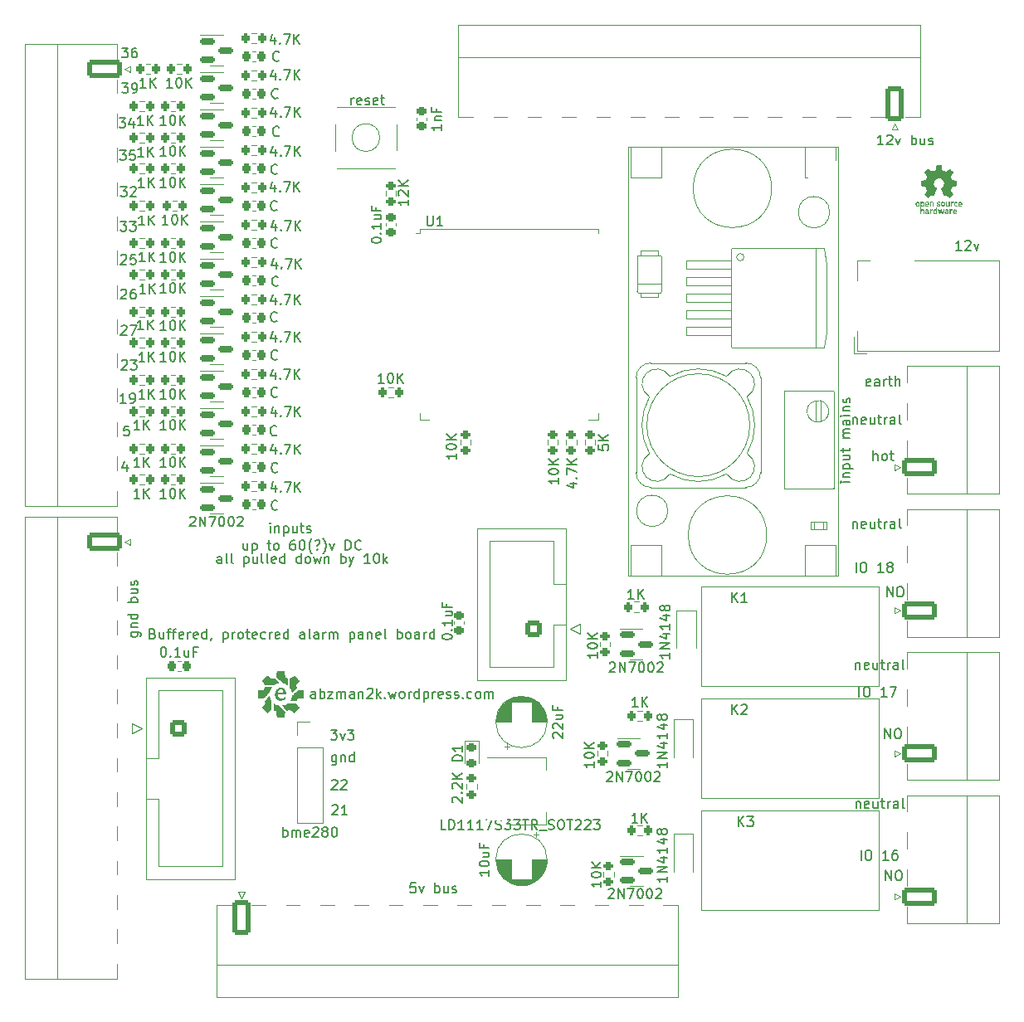
<source format=gto>
%TF.GenerationSoftware,KiCad,Pcbnew,(6.0.0)*%
%TF.CreationDate,2022-03-13T20:29:15-04:00*%
%TF.ProjectId,alarm_panel_breakout,616c6172-6d5f-4706-916e-656c5f627265,rev?*%
%TF.SameCoordinates,Original*%
%TF.FileFunction,Legend,Top*%
%TF.FilePolarity,Positive*%
%FSLAX46Y46*%
G04 Gerber Fmt 4.6, Leading zero omitted, Abs format (unit mm)*
G04 Created by KiCad (PCBNEW (6.0.0)) date 2022-03-13 20:29:15*
%MOMM*%
%LPD*%
G01*
G04 APERTURE LIST*
G04 Aperture macros list*
%AMRoundRect*
0 Rectangle with rounded corners*
0 $1 Rounding radius*
0 $2 $3 $4 $5 $6 $7 $8 $9 X,Y pos of 4 corners*
0 Add a 4 corners polygon primitive as box body*
4,1,4,$2,$3,$4,$5,$6,$7,$8,$9,$2,$3,0*
0 Add four circle primitives for the rounded corners*
1,1,$1+$1,$2,$3*
1,1,$1+$1,$4,$5*
1,1,$1+$1,$6,$7*
1,1,$1+$1,$8,$9*
0 Add four rect primitives between the rounded corners*
20,1,$1+$1,$2,$3,$4,$5,0*
20,1,$1+$1,$4,$5,$6,$7,0*
20,1,$1+$1,$6,$7,$8,$9,0*
20,1,$1+$1,$8,$9,$2,$3,0*%
G04 Aperture macros list end*
%ADD10C,0.150000*%
%ADD11C,0.120000*%
%ADD12RoundRect,0.200000X0.200000X0.275000X-0.200000X0.275000X-0.200000X-0.275000X0.200000X-0.275000X0*%
%ADD13RoundRect,0.150000X-0.587500X-0.150000X0.587500X-0.150000X0.587500X0.150000X-0.587500X0.150000X0*%
%ADD14RoundRect,0.200000X-0.200000X-0.275000X0.200000X-0.275000X0.200000X0.275000X-0.200000X0.275000X0*%
%ADD15RoundRect,0.200000X-0.275000X0.200000X-0.275000X-0.200000X0.275000X-0.200000X0.275000X0.200000X0*%
%ADD16RoundRect,0.225000X-0.250000X0.225000X-0.250000X-0.225000X0.250000X-0.225000X0.250000X0.225000X0*%
%ADD17R,2.540000X2.540000*%
%ADD18C,2.540000*%
%ADD19RoundRect,0.218750X-0.256250X0.218750X-0.256250X-0.218750X0.256250X-0.218750X0.256250X0.218750X0*%
%ADD20R,1.600000X1.600000*%
%ADD21C,1.600000*%
%ADD22RoundRect,0.225000X-0.225000X-0.250000X0.225000X-0.250000X0.225000X0.250000X-0.225000X0.250000X0*%
%ADD23C,1.400000*%
%ADD24R,2.000000X4.600000*%
%ADD25O,2.000000X4.200000*%
%ADD26O,4.200000X2.000000*%
%ADD27C,3.200000*%
%ADD28RoundRect,0.250000X-1.550000X0.650000X-1.550000X-0.650000X1.550000X-0.650000X1.550000X0.650000X0*%
%ADD29O,3.600000X1.800000*%
%ADD30RoundRect,0.225000X0.225000X0.250000X-0.225000X0.250000X-0.225000X-0.250000X0.225000X-0.250000X0*%
%ADD31RoundRect,0.250000X-0.650000X-1.550000X0.650000X-1.550000X0.650000X1.550000X-0.650000X1.550000X0*%
%ADD32O,1.800000X3.600000*%
%ADD33RoundRect,0.200000X0.275000X-0.200000X0.275000X0.200000X-0.275000X0.200000X-0.275000X-0.200000X0*%
%ADD34R,1.100000X1.100000*%
%ADD35RoundRect,0.250000X-0.600000X-0.600000X0.600000X-0.600000X0.600000X0.600000X-0.600000X0.600000X0*%
%ADD36C,1.700000*%
%ADD37RoundRect,0.225000X0.250000X-0.225000X0.250000X0.225000X-0.250000X0.225000X-0.250000X-0.225000X0*%
%ADD38RoundRect,0.250000X1.550000X-0.650000X1.550000X0.650000X-1.550000X0.650000X-1.550000X-0.650000X0*%
%ADD39R,2.000000X0.900000*%
%ADD40R,0.900000X2.000000*%
%ADD41R,5.000000X5.000000*%
%ADD42RoundRect,0.250000X0.650000X1.550000X-0.650000X1.550000X-0.650000X-1.550000X0.650000X-1.550000X0*%
%ADD43RoundRect,0.250000X0.600000X0.600000X-0.600000X0.600000X-0.600000X-0.600000X0.600000X-0.600000X0*%
%ADD44R,2.000000X1.500000*%
%ADD45R,2.000000X3.800000*%
%ADD46R,1.700000X1.700000*%
%ADD47O,1.700000X1.700000*%
G04 APERTURE END LIST*
D10*
X16398314Y-51074580D02*
X16398314Y-50550771D01*
X16350695Y-50455533D01*
X16255457Y-50407914D01*
X16064980Y-50407914D01*
X15969742Y-50455533D01*
X16398314Y-51026961D02*
X16303076Y-51074580D01*
X16064980Y-51074580D01*
X15969742Y-51026961D01*
X15922123Y-50931723D01*
X15922123Y-50836485D01*
X15969742Y-50741247D01*
X16064980Y-50693628D01*
X16303076Y-50693628D01*
X16398314Y-50646009D01*
X17017361Y-51074580D02*
X16922123Y-51026961D01*
X16874504Y-50931723D01*
X16874504Y-50074580D01*
X17541171Y-51074580D02*
X17445933Y-51026961D01*
X17398314Y-50931723D01*
X17398314Y-50074580D01*
X18684028Y-50407914D02*
X18684028Y-51407914D01*
X18684028Y-50455533D02*
X18779266Y-50407914D01*
X18969742Y-50407914D01*
X19064980Y-50455533D01*
X19112600Y-50503152D01*
X19160219Y-50598390D01*
X19160219Y-50884104D01*
X19112600Y-50979342D01*
X19064980Y-51026961D01*
X18969742Y-51074580D01*
X18779266Y-51074580D01*
X18684028Y-51026961D01*
X20017361Y-50407914D02*
X20017361Y-51074580D01*
X19588790Y-50407914D02*
X19588790Y-50931723D01*
X19636409Y-51026961D01*
X19731647Y-51074580D01*
X19874504Y-51074580D01*
X19969742Y-51026961D01*
X20017361Y-50979342D01*
X20636409Y-51074580D02*
X20541171Y-51026961D01*
X20493552Y-50931723D01*
X20493552Y-50074580D01*
X21160219Y-51074580D02*
X21064980Y-51026961D01*
X21017361Y-50931723D01*
X21017361Y-50074580D01*
X21922123Y-51026961D02*
X21826885Y-51074580D01*
X21636409Y-51074580D01*
X21541171Y-51026961D01*
X21493552Y-50931723D01*
X21493552Y-50550771D01*
X21541171Y-50455533D01*
X21636409Y-50407914D01*
X21826885Y-50407914D01*
X21922123Y-50455533D01*
X21969742Y-50550771D01*
X21969742Y-50646009D01*
X21493552Y-50741247D01*
X22826885Y-51074580D02*
X22826885Y-50074580D01*
X22826885Y-51026961D02*
X22731647Y-51074580D01*
X22541171Y-51074580D01*
X22445933Y-51026961D01*
X22398314Y-50979342D01*
X22350695Y-50884104D01*
X22350695Y-50598390D01*
X22398314Y-50503152D01*
X22445933Y-50455533D01*
X22541171Y-50407914D01*
X22731647Y-50407914D01*
X22826885Y-50455533D01*
X24493552Y-51074580D02*
X24493552Y-50074580D01*
X24493552Y-51026961D02*
X24398314Y-51074580D01*
X24207838Y-51074580D01*
X24112599Y-51026961D01*
X24064980Y-50979342D01*
X24017361Y-50884104D01*
X24017361Y-50598390D01*
X24064980Y-50503152D01*
X24112599Y-50455533D01*
X24207838Y-50407914D01*
X24398314Y-50407914D01*
X24493552Y-50455533D01*
X25112599Y-51074580D02*
X25017361Y-51026961D01*
X24969742Y-50979342D01*
X24922123Y-50884104D01*
X24922123Y-50598390D01*
X24969742Y-50503152D01*
X25017361Y-50455533D01*
X25112599Y-50407914D01*
X25255457Y-50407914D01*
X25350695Y-50455533D01*
X25398314Y-50503152D01*
X25445933Y-50598390D01*
X25445933Y-50884104D01*
X25398314Y-50979342D01*
X25350695Y-51026961D01*
X25255457Y-51074580D01*
X25112599Y-51074580D01*
X25779266Y-50407914D02*
X25969742Y-51074580D01*
X26160219Y-50598390D01*
X26350695Y-51074580D01*
X26541171Y-50407914D01*
X26922123Y-50407914D02*
X26922123Y-51074580D01*
X26922123Y-50503152D02*
X26969742Y-50455533D01*
X27064980Y-50407914D01*
X27207838Y-50407914D01*
X27303076Y-50455533D01*
X27350695Y-50550771D01*
X27350695Y-51074580D01*
X28588790Y-51074580D02*
X28588790Y-50074580D01*
X28588790Y-50455533D02*
X28684028Y-50407914D01*
X28874504Y-50407914D01*
X28969742Y-50455533D01*
X29017361Y-50503152D01*
X29064980Y-50598390D01*
X29064980Y-50884104D01*
X29017361Y-50979342D01*
X28969742Y-51026961D01*
X28874504Y-51074580D01*
X28684028Y-51074580D01*
X28588790Y-51026961D01*
X29398314Y-50407914D02*
X29636409Y-51074580D01*
X29874504Y-50407914D02*
X29636409Y-51074580D01*
X29541171Y-51312676D01*
X29493552Y-51360295D01*
X29398314Y-51407914D01*
X31541171Y-51074580D02*
X30969742Y-51074580D01*
X31255457Y-51074580D02*
X31255457Y-50074580D01*
X31160219Y-50217438D01*
X31064980Y-50312676D01*
X30969742Y-50360295D01*
X32160219Y-50074580D02*
X32255457Y-50074580D01*
X32350695Y-50122200D01*
X32398314Y-50169819D01*
X32445933Y-50265057D01*
X32493552Y-50455533D01*
X32493552Y-50693628D01*
X32445933Y-50884104D01*
X32398314Y-50979342D01*
X32350695Y-51026961D01*
X32255457Y-51074580D01*
X32160219Y-51074580D01*
X32064980Y-51026961D01*
X32017361Y-50979342D01*
X31969742Y-50884104D01*
X31922123Y-50693628D01*
X31922123Y-50455533D01*
X31969742Y-50265057D01*
X32017361Y-50169819D01*
X32064980Y-50122200D01*
X32160219Y-50074580D01*
X32922123Y-51074580D02*
X32922123Y-50074580D01*
X33017361Y-50693628D02*
X33303076Y-51074580D01*
X33303076Y-50407914D02*
X32922123Y-50788866D01*
X19039580Y-49036314D02*
X19039580Y-49702980D01*
X18611009Y-49036314D02*
X18611009Y-49560123D01*
X18658628Y-49655361D01*
X18753866Y-49702980D01*
X18896723Y-49702980D01*
X18991961Y-49655361D01*
X19039580Y-49607742D01*
X19515771Y-49036314D02*
X19515771Y-50036314D01*
X19515771Y-49083933D02*
X19611009Y-49036314D01*
X19801485Y-49036314D01*
X19896723Y-49083933D01*
X19944342Y-49131552D01*
X19991961Y-49226790D01*
X19991961Y-49512504D01*
X19944342Y-49607742D01*
X19896723Y-49655361D01*
X19801485Y-49702980D01*
X19611009Y-49702980D01*
X19515771Y-49655361D01*
X21039580Y-49036314D02*
X21420533Y-49036314D01*
X21182438Y-48702980D02*
X21182438Y-49560123D01*
X21230057Y-49655361D01*
X21325295Y-49702980D01*
X21420533Y-49702980D01*
X21896723Y-49702980D02*
X21801485Y-49655361D01*
X21753866Y-49607742D01*
X21706247Y-49512504D01*
X21706247Y-49226790D01*
X21753866Y-49131552D01*
X21801485Y-49083933D01*
X21896723Y-49036314D01*
X22039580Y-49036314D01*
X22134819Y-49083933D01*
X22182438Y-49131552D01*
X22230057Y-49226790D01*
X22230057Y-49512504D01*
X22182438Y-49607742D01*
X22134819Y-49655361D01*
X22039580Y-49702980D01*
X21896723Y-49702980D01*
X23849104Y-48702980D02*
X23658628Y-48702980D01*
X23563390Y-48750600D01*
X23515771Y-48798219D01*
X23420533Y-48941076D01*
X23372914Y-49131552D01*
X23372914Y-49512504D01*
X23420533Y-49607742D01*
X23468152Y-49655361D01*
X23563390Y-49702980D01*
X23753866Y-49702980D01*
X23849104Y-49655361D01*
X23896723Y-49607742D01*
X23944342Y-49512504D01*
X23944342Y-49274409D01*
X23896723Y-49179171D01*
X23849104Y-49131552D01*
X23753866Y-49083933D01*
X23563390Y-49083933D01*
X23468152Y-49131552D01*
X23420533Y-49179171D01*
X23372914Y-49274409D01*
X24563390Y-48702980D02*
X24658628Y-48702980D01*
X24753866Y-48750600D01*
X24801485Y-48798219D01*
X24849104Y-48893457D01*
X24896723Y-49083933D01*
X24896723Y-49322028D01*
X24849104Y-49512504D01*
X24801485Y-49607742D01*
X24753866Y-49655361D01*
X24658628Y-49702980D01*
X24563390Y-49702980D01*
X24468152Y-49655361D01*
X24420533Y-49607742D01*
X24372914Y-49512504D01*
X24325295Y-49322028D01*
X24325295Y-49083933D01*
X24372914Y-48893457D01*
X24420533Y-48798219D01*
X24468152Y-48750600D01*
X24563390Y-48702980D01*
X25611009Y-50083933D02*
X25563390Y-50036314D01*
X25468152Y-49893457D01*
X25420533Y-49798219D01*
X25372914Y-49655361D01*
X25325295Y-49417266D01*
X25325295Y-49226790D01*
X25372914Y-48988695D01*
X25420533Y-48845838D01*
X25468152Y-48750600D01*
X25563390Y-48607742D01*
X25611009Y-48560123D01*
X26134819Y-49607742D02*
X26182438Y-49655361D01*
X26134819Y-49702980D01*
X26087199Y-49655361D01*
X26134819Y-49607742D01*
X26134819Y-49702980D01*
X25944342Y-48750600D02*
X26039580Y-48702980D01*
X26277676Y-48702980D01*
X26372914Y-48750600D01*
X26420533Y-48845838D01*
X26420533Y-48941076D01*
X26372914Y-49036314D01*
X26325295Y-49083933D01*
X26230057Y-49131552D01*
X26182438Y-49179171D01*
X26134819Y-49274409D01*
X26134819Y-49322028D01*
X26753866Y-50083933D02*
X26801485Y-50036314D01*
X26896723Y-49893457D01*
X26944342Y-49798219D01*
X26991961Y-49655361D01*
X27039580Y-49417266D01*
X27039580Y-49226790D01*
X26991961Y-48988695D01*
X26944342Y-48845838D01*
X26896723Y-48750600D01*
X26801485Y-48607742D01*
X26753866Y-48560123D01*
X27420533Y-49036314D02*
X27658628Y-49702980D01*
X27896723Y-49036314D01*
X29039580Y-49702980D02*
X29039580Y-48702980D01*
X29277676Y-48702980D01*
X29420533Y-48750600D01*
X29515771Y-48845838D01*
X29563390Y-48941076D01*
X29611009Y-49131552D01*
X29611009Y-49274409D01*
X29563390Y-49464885D01*
X29515771Y-49560123D01*
X29420533Y-49655361D01*
X29277676Y-49702980D01*
X29039580Y-49702980D01*
X30611009Y-49607742D02*
X30563390Y-49655361D01*
X30420533Y-49702980D01*
X30325295Y-49702980D01*
X30182438Y-49655361D01*
X30087199Y-49560123D01*
X30039580Y-49464885D01*
X29991961Y-49274409D01*
X29991961Y-49131552D01*
X30039580Y-48941076D01*
X30087199Y-48845838D01*
X30182438Y-48750600D01*
X30325295Y-48702980D01*
X30420533Y-48702980D01*
X30563390Y-48750600D01*
X30611009Y-48798219D01*
X9380723Y-58246971D02*
X9523580Y-58294590D01*
X9571199Y-58342209D01*
X9618819Y-58437447D01*
X9618819Y-58580304D01*
X9571199Y-58675542D01*
X9523580Y-58723161D01*
X9428342Y-58770780D01*
X9047390Y-58770780D01*
X9047390Y-57770780D01*
X9380723Y-57770780D01*
X9475961Y-57818400D01*
X9523580Y-57866019D01*
X9571199Y-57961257D01*
X9571199Y-58056495D01*
X9523580Y-58151733D01*
X9475961Y-58199352D01*
X9380723Y-58246971D01*
X9047390Y-58246971D01*
X10475961Y-58104114D02*
X10475961Y-58770780D01*
X10047390Y-58104114D02*
X10047390Y-58627923D01*
X10095009Y-58723161D01*
X10190247Y-58770780D01*
X10333104Y-58770780D01*
X10428342Y-58723161D01*
X10475961Y-58675542D01*
X10809295Y-58104114D02*
X11190247Y-58104114D01*
X10952152Y-58770780D02*
X10952152Y-57913638D01*
X10999771Y-57818400D01*
X11095009Y-57770780D01*
X11190247Y-57770780D01*
X11380723Y-58104114D02*
X11761676Y-58104114D01*
X11523580Y-58770780D02*
X11523580Y-57913638D01*
X11571199Y-57818400D01*
X11666438Y-57770780D01*
X11761676Y-57770780D01*
X12475961Y-58723161D02*
X12380723Y-58770780D01*
X12190247Y-58770780D01*
X12095009Y-58723161D01*
X12047390Y-58627923D01*
X12047390Y-58246971D01*
X12095009Y-58151733D01*
X12190247Y-58104114D01*
X12380723Y-58104114D01*
X12475961Y-58151733D01*
X12523580Y-58246971D01*
X12523580Y-58342209D01*
X12047390Y-58437447D01*
X12952152Y-58770780D02*
X12952152Y-58104114D01*
X12952152Y-58294590D02*
X12999771Y-58199352D01*
X13047390Y-58151733D01*
X13142628Y-58104114D01*
X13237866Y-58104114D01*
X13952152Y-58723161D02*
X13856914Y-58770780D01*
X13666438Y-58770780D01*
X13571199Y-58723161D01*
X13523580Y-58627923D01*
X13523580Y-58246971D01*
X13571199Y-58151733D01*
X13666438Y-58104114D01*
X13856914Y-58104114D01*
X13952152Y-58151733D01*
X13999771Y-58246971D01*
X13999771Y-58342209D01*
X13523580Y-58437447D01*
X14856914Y-58770780D02*
X14856914Y-57770780D01*
X14856914Y-58723161D02*
X14761676Y-58770780D01*
X14571199Y-58770780D01*
X14475961Y-58723161D01*
X14428342Y-58675542D01*
X14380723Y-58580304D01*
X14380723Y-58294590D01*
X14428342Y-58199352D01*
X14475961Y-58151733D01*
X14571199Y-58104114D01*
X14761676Y-58104114D01*
X14856914Y-58151733D01*
X15380723Y-58723161D02*
X15380723Y-58770780D01*
X15333104Y-58866019D01*
X15285485Y-58913638D01*
X16571199Y-58104114D02*
X16571199Y-59104114D01*
X16571199Y-58151733D02*
X16666438Y-58104114D01*
X16856914Y-58104114D01*
X16952152Y-58151733D01*
X16999771Y-58199352D01*
X17047390Y-58294590D01*
X17047390Y-58580304D01*
X16999771Y-58675542D01*
X16952152Y-58723161D01*
X16856914Y-58770780D01*
X16666438Y-58770780D01*
X16571199Y-58723161D01*
X17475961Y-58770780D02*
X17475961Y-58104114D01*
X17475961Y-58294590D02*
X17523580Y-58199352D01*
X17571199Y-58151733D01*
X17666438Y-58104114D01*
X17761676Y-58104114D01*
X18237866Y-58770780D02*
X18142628Y-58723161D01*
X18095009Y-58675542D01*
X18047390Y-58580304D01*
X18047390Y-58294590D01*
X18095009Y-58199352D01*
X18142628Y-58151733D01*
X18237866Y-58104114D01*
X18380723Y-58104114D01*
X18475961Y-58151733D01*
X18523580Y-58199352D01*
X18571199Y-58294590D01*
X18571199Y-58580304D01*
X18523580Y-58675542D01*
X18475961Y-58723161D01*
X18380723Y-58770780D01*
X18237866Y-58770780D01*
X18856914Y-58104114D02*
X19237866Y-58104114D01*
X18999771Y-57770780D02*
X18999771Y-58627923D01*
X19047390Y-58723161D01*
X19142628Y-58770780D01*
X19237866Y-58770780D01*
X19952152Y-58723161D02*
X19856914Y-58770780D01*
X19666438Y-58770780D01*
X19571199Y-58723161D01*
X19523580Y-58627923D01*
X19523580Y-58246971D01*
X19571199Y-58151733D01*
X19666438Y-58104114D01*
X19856914Y-58104114D01*
X19952152Y-58151733D01*
X19999771Y-58246971D01*
X19999771Y-58342209D01*
X19523580Y-58437447D01*
X20856914Y-58723161D02*
X20761676Y-58770780D01*
X20571199Y-58770780D01*
X20475961Y-58723161D01*
X20428342Y-58675542D01*
X20380723Y-58580304D01*
X20380723Y-58294590D01*
X20428342Y-58199352D01*
X20475961Y-58151733D01*
X20571199Y-58104114D01*
X20761676Y-58104114D01*
X20856914Y-58151733D01*
X21285485Y-58770780D02*
X21285485Y-58104114D01*
X21285485Y-58294590D02*
X21333104Y-58199352D01*
X21380723Y-58151733D01*
X21475961Y-58104114D01*
X21571199Y-58104114D01*
X22285485Y-58723161D02*
X22190247Y-58770780D01*
X21999771Y-58770780D01*
X21904533Y-58723161D01*
X21856914Y-58627923D01*
X21856914Y-58246971D01*
X21904533Y-58151733D01*
X21999771Y-58104114D01*
X22190247Y-58104114D01*
X22285485Y-58151733D01*
X22333104Y-58246971D01*
X22333104Y-58342209D01*
X21856914Y-58437447D01*
X23190247Y-58770780D02*
X23190247Y-57770780D01*
X23190247Y-58723161D02*
X23095009Y-58770780D01*
X22904533Y-58770780D01*
X22809295Y-58723161D01*
X22761676Y-58675542D01*
X22714057Y-58580304D01*
X22714057Y-58294590D01*
X22761676Y-58199352D01*
X22809295Y-58151733D01*
X22904533Y-58104114D01*
X23095009Y-58104114D01*
X23190247Y-58151733D01*
X24856914Y-58770780D02*
X24856914Y-58246971D01*
X24809295Y-58151733D01*
X24714057Y-58104114D01*
X24523580Y-58104114D01*
X24428342Y-58151733D01*
X24856914Y-58723161D02*
X24761676Y-58770780D01*
X24523580Y-58770780D01*
X24428342Y-58723161D01*
X24380723Y-58627923D01*
X24380723Y-58532685D01*
X24428342Y-58437447D01*
X24523580Y-58389828D01*
X24761676Y-58389828D01*
X24856914Y-58342209D01*
X25475961Y-58770780D02*
X25380723Y-58723161D01*
X25333104Y-58627923D01*
X25333104Y-57770780D01*
X26285485Y-58770780D02*
X26285485Y-58246971D01*
X26237866Y-58151733D01*
X26142628Y-58104114D01*
X25952152Y-58104114D01*
X25856914Y-58151733D01*
X26285485Y-58723161D02*
X26190247Y-58770780D01*
X25952152Y-58770780D01*
X25856914Y-58723161D01*
X25809295Y-58627923D01*
X25809295Y-58532685D01*
X25856914Y-58437447D01*
X25952152Y-58389828D01*
X26190247Y-58389828D01*
X26285485Y-58342209D01*
X26761676Y-58770780D02*
X26761676Y-58104114D01*
X26761676Y-58294590D02*
X26809295Y-58199352D01*
X26856914Y-58151733D01*
X26952152Y-58104114D01*
X27047390Y-58104114D01*
X27380723Y-58770780D02*
X27380723Y-58104114D01*
X27380723Y-58199352D02*
X27428342Y-58151733D01*
X27523580Y-58104114D01*
X27666438Y-58104114D01*
X27761676Y-58151733D01*
X27809295Y-58246971D01*
X27809295Y-58770780D01*
X27809295Y-58246971D02*
X27856914Y-58151733D01*
X27952152Y-58104114D01*
X28095009Y-58104114D01*
X28190247Y-58151733D01*
X28237866Y-58246971D01*
X28237866Y-58770780D01*
X29475961Y-58104114D02*
X29475961Y-59104114D01*
X29475961Y-58151733D02*
X29571199Y-58104114D01*
X29761676Y-58104114D01*
X29856914Y-58151733D01*
X29904533Y-58199352D01*
X29952152Y-58294590D01*
X29952152Y-58580304D01*
X29904533Y-58675542D01*
X29856914Y-58723161D01*
X29761676Y-58770780D01*
X29571199Y-58770780D01*
X29475961Y-58723161D01*
X30809295Y-58770780D02*
X30809295Y-58246971D01*
X30761676Y-58151733D01*
X30666438Y-58104114D01*
X30475961Y-58104114D01*
X30380723Y-58151733D01*
X30809295Y-58723161D02*
X30714057Y-58770780D01*
X30475961Y-58770780D01*
X30380723Y-58723161D01*
X30333104Y-58627923D01*
X30333104Y-58532685D01*
X30380723Y-58437447D01*
X30475961Y-58389828D01*
X30714057Y-58389828D01*
X30809295Y-58342209D01*
X31285485Y-58104114D02*
X31285485Y-58770780D01*
X31285485Y-58199352D02*
X31333104Y-58151733D01*
X31428342Y-58104114D01*
X31571199Y-58104114D01*
X31666438Y-58151733D01*
X31714057Y-58246971D01*
X31714057Y-58770780D01*
X32571199Y-58723161D02*
X32475961Y-58770780D01*
X32285485Y-58770780D01*
X32190247Y-58723161D01*
X32142628Y-58627923D01*
X32142628Y-58246971D01*
X32190247Y-58151733D01*
X32285485Y-58104114D01*
X32475961Y-58104114D01*
X32571199Y-58151733D01*
X32618819Y-58246971D01*
X32618819Y-58342209D01*
X32142628Y-58437447D01*
X33190247Y-58770780D02*
X33095009Y-58723161D01*
X33047390Y-58627923D01*
X33047390Y-57770780D01*
X34333104Y-58770780D02*
X34333104Y-57770780D01*
X34333104Y-58151733D02*
X34428342Y-58104114D01*
X34618819Y-58104114D01*
X34714057Y-58151733D01*
X34761676Y-58199352D01*
X34809295Y-58294590D01*
X34809295Y-58580304D01*
X34761676Y-58675542D01*
X34714057Y-58723161D01*
X34618819Y-58770780D01*
X34428342Y-58770780D01*
X34333104Y-58723161D01*
X35380723Y-58770780D02*
X35285485Y-58723161D01*
X35237866Y-58675542D01*
X35190247Y-58580304D01*
X35190247Y-58294590D01*
X35237866Y-58199352D01*
X35285485Y-58151733D01*
X35380723Y-58104114D01*
X35523580Y-58104114D01*
X35618819Y-58151733D01*
X35666438Y-58199352D01*
X35714057Y-58294590D01*
X35714057Y-58580304D01*
X35666438Y-58675542D01*
X35618819Y-58723161D01*
X35523580Y-58770780D01*
X35380723Y-58770780D01*
X36571199Y-58770780D02*
X36571199Y-58246971D01*
X36523580Y-58151733D01*
X36428342Y-58104114D01*
X36237866Y-58104114D01*
X36142628Y-58151733D01*
X36571199Y-58723161D02*
X36475961Y-58770780D01*
X36237866Y-58770780D01*
X36142628Y-58723161D01*
X36095009Y-58627923D01*
X36095009Y-58532685D01*
X36142628Y-58437447D01*
X36237866Y-58389828D01*
X36475961Y-58389828D01*
X36571199Y-58342209D01*
X37047390Y-58770780D02*
X37047390Y-58104114D01*
X37047390Y-58294590D02*
X37095009Y-58199352D01*
X37142628Y-58151733D01*
X37237866Y-58104114D01*
X37333104Y-58104114D01*
X38095009Y-58770780D02*
X38095009Y-57770780D01*
X38095009Y-58723161D02*
X37999771Y-58770780D01*
X37809295Y-58770780D01*
X37714057Y-58723161D01*
X37666438Y-58675542D01*
X37618819Y-58580304D01*
X37618819Y-58294590D01*
X37666438Y-58199352D01*
X37714057Y-58151733D01*
X37809295Y-58104114D01*
X37999771Y-58104114D01*
X38095009Y-58151733D01*
X25966257Y-64841380D02*
X25966257Y-64317571D01*
X25918638Y-64222333D01*
X25823400Y-64174714D01*
X25632923Y-64174714D01*
X25537685Y-64222333D01*
X25966257Y-64793761D02*
X25871019Y-64841380D01*
X25632923Y-64841380D01*
X25537685Y-64793761D01*
X25490066Y-64698523D01*
X25490066Y-64603285D01*
X25537685Y-64508047D01*
X25632923Y-64460428D01*
X25871019Y-64460428D01*
X25966257Y-64412809D01*
X26442447Y-64841380D02*
X26442447Y-63841380D01*
X26442447Y-64222333D02*
X26537685Y-64174714D01*
X26728161Y-64174714D01*
X26823400Y-64222333D01*
X26871019Y-64269952D01*
X26918638Y-64365190D01*
X26918638Y-64650904D01*
X26871019Y-64746142D01*
X26823400Y-64793761D01*
X26728161Y-64841380D01*
X26537685Y-64841380D01*
X26442447Y-64793761D01*
X27251971Y-64174714D02*
X27775780Y-64174714D01*
X27251971Y-64841380D01*
X27775780Y-64841380D01*
X28156733Y-64841380D02*
X28156733Y-64174714D01*
X28156733Y-64269952D02*
X28204352Y-64222333D01*
X28299590Y-64174714D01*
X28442447Y-64174714D01*
X28537685Y-64222333D01*
X28585304Y-64317571D01*
X28585304Y-64841380D01*
X28585304Y-64317571D02*
X28632923Y-64222333D01*
X28728161Y-64174714D01*
X28871019Y-64174714D01*
X28966257Y-64222333D01*
X29013876Y-64317571D01*
X29013876Y-64841380D01*
X29918638Y-64841380D02*
X29918638Y-64317571D01*
X29871019Y-64222333D01*
X29775780Y-64174714D01*
X29585304Y-64174714D01*
X29490066Y-64222333D01*
X29918638Y-64793761D02*
X29823400Y-64841380D01*
X29585304Y-64841380D01*
X29490066Y-64793761D01*
X29442447Y-64698523D01*
X29442447Y-64603285D01*
X29490066Y-64508047D01*
X29585304Y-64460428D01*
X29823400Y-64460428D01*
X29918638Y-64412809D01*
X30394828Y-64174714D02*
X30394828Y-64841380D01*
X30394828Y-64269952D02*
X30442447Y-64222333D01*
X30537685Y-64174714D01*
X30680542Y-64174714D01*
X30775780Y-64222333D01*
X30823400Y-64317571D01*
X30823400Y-64841380D01*
X31251971Y-63936619D02*
X31299590Y-63889000D01*
X31394828Y-63841380D01*
X31632923Y-63841380D01*
X31728161Y-63889000D01*
X31775780Y-63936619D01*
X31823400Y-64031857D01*
X31823400Y-64127095D01*
X31775780Y-64269952D01*
X31204352Y-64841380D01*
X31823400Y-64841380D01*
X32251971Y-64841380D02*
X32251971Y-63841380D01*
X32347209Y-64460428D02*
X32632923Y-64841380D01*
X32632923Y-64174714D02*
X32251971Y-64555666D01*
X33061495Y-64746142D02*
X33109114Y-64793761D01*
X33061495Y-64841380D01*
X33013876Y-64793761D01*
X33061495Y-64746142D01*
X33061495Y-64841380D01*
X33442447Y-64174714D02*
X33632923Y-64841380D01*
X33823400Y-64365190D01*
X34013876Y-64841380D01*
X34204352Y-64174714D01*
X34728161Y-64841380D02*
X34632923Y-64793761D01*
X34585304Y-64746142D01*
X34537685Y-64650904D01*
X34537685Y-64365190D01*
X34585304Y-64269952D01*
X34632923Y-64222333D01*
X34728161Y-64174714D01*
X34871019Y-64174714D01*
X34966257Y-64222333D01*
X35013876Y-64269952D01*
X35061495Y-64365190D01*
X35061495Y-64650904D01*
X35013876Y-64746142D01*
X34966257Y-64793761D01*
X34871019Y-64841380D01*
X34728161Y-64841380D01*
X35490066Y-64841380D02*
X35490066Y-64174714D01*
X35490066Y-64365190D02*
X35537685Y-64269952D01*
X35585304Y-64222333D01*
X35680542Y-64174714D01*
X35775780Y-64174714D01*
X36537685Y-64841380D02*
X36537685Y-63841380D01*
X36537685Y-64793761D02*
X36442447Y-64841380D01*
X36251971Y-64841380D01*
X36156733Y-64793761D01*
X36109114Y-64746142D01*
X36061495Y-64650904D01*
X36061495Y-64365190D01*
X36109114Y-64269952D01*
X36156733Y-64222333D01*
X36251971Y-64174714D01*
X36442447Y-64174714D01*
X36537685Y-64222333D01*
X37013876Y-64174714D02*
X37013876Y-65174714D01*
X37013876Y-64222333D02*
X37109114Y-64174714D01*
X37299590Y-64174714D01*
X37394828Y-64222333D01*
X37442447Y-64269952D01*
X37490066Y-64365190D01*
X37490066Y-64650904D01*
X37442447Y-64746142D01*
X37394828Y-64793761D01*
X37299590Y-64841380D01*
X37109114Y-64841380D01*
X37013876Y-64793761D01*
X37918638Y-64841380D02*
X37918638Y-64174714D01*
X37918638Y-64365190D02*
X37966257Y-64269952D01*
X38013876Y-64222333D01*
X38109114Y-64174714D01*
X38204352Y-64174714D01*
X38918638Y-64793761D02*
X38823400Y-64841380D01*
X38632923Y-64841380D01*
X38537685Y-64793761D01*
X38490066Y-64698523D01*
X38490066Y-64317571D01*
X38537685Y-64222333D01*
X38632923Y-64174714D01*
X38823400Y-64174714D01*
X38918638Y-64222333D01*
X38966257Y-64317571D01*
X38966257Y-64412809D01*
X38490066Y-64508047D01*
X39347209Y-64793761D02*
X39442447Y-64841380D01*
X39632923Y-64841380D01*
X39728161Y-64793761D01*
X39775780Y-64698523D01*
X39775780Y-64650904D01*
X39728161Y-64555666D01*
X39632923Y-64508047D01*
X39490066Y-64508047D01*
X39394828Y-64460428D01*
X39347209Y-64365190D01*
X39347209Y-64317571D01*
X39394828Y-64222333D01*
X39490066Y-64174714D01*
X39632923Y-64174714D01*
X39728161Y-64222333D01*
X40156733Y-64793761D02*
X40251971Y-64841380D01*
X40442447Y-64841380D01*
X40537685Y-64793761D01*
X40585304Y-64698523D01*
X40585304Y-64650904D01*
X40537685Y-64555666D01*
X40442447Y-64508047D01*
X40299590Y-64508047D01*
X40204352Y-64460428D01*
X40156733Y-64365190D01*
X40156733Y-64317571D01*
X40204352Y-64222333D01*
X40299590Y-64174714D01*
X40442447Y-64174714D01*
X40537685Y-64222333D01*
X41013876Y-64746142D02*
X41061495Y-64793761D01*
X41013876Y-64841380D01*
X40966257Y-64793761D01*
X41013876Y-64746142D01*
X41013876Y-64841380D01*
X41918638Y-64793761D02*
X41823400Y-64841380D01*
X41632923Y-64841380D01*
X41537685Y-64793761D01*
X41490066Y-64746142D01*
X41442447Y-64650904D01*
X41442447Y-64365190D01*
X41490066Y-64269952D01*
X41537685Y-64222333D01*
X41632923Y-64174714D01*
X41823400Y-64174714D01*
X41918638Y-64222333D01*
X42490066Y-64841380D02*
X42394828Y-64793761D01*
X42347209Y-64746142D01*
X42299590Y-64650904D01*
X42299590Y-64365190D01*
X42347209Y-64269952D01*
X42394828Y-64222333D01*
X42490066Y-64174714D01*
X42632923Y-64174714D01*
X42728161Y-64222333D01*
X42775780Y-64269952D01*
X42823400Y-64365190D01*
X42823400Y-64650904D01*
X42775780Y-64746142D01*
X42728161Y-64793761D01*
X42632923Y-64841380D01*
X42490066Y-64841380D01*
X43251971Y-64841380D02*
X43251971Y-64174714D01*
X43251971Y-64269952D02*
X43299590Y-64222333D01*
X43394828Y-64174714D01*
X43537685Y-64174714D01*
X43632923Y-64222333D01*
X43680542Y-64317571D01*
X43680542Y-64841380D01*
X43680542Y-64317571D02*
X43728161Y-64222333D01*
X43823400Y-64174714D01*
X43966257Y-64174714D01*
X44061495Y-64222333D01*
X44109114Y-64317571D01*
X44109114Y-64841380D01*
X6743676Y-41009914D02*
X6743676Y-41676580D01*
X6505580Y-40628961D02*
X6267485Y-41343247D01*
X6886533Y-41343247D01*
X6943695Y-37069780D02*
X6467504Y-37069780D01*
X6419885Y-37545971D01*
X6467504Y-37498352D01*
X6562742Y-37450733D01*
X6800838Y-37450733D01*
X6896076Y-37498352D01*
X6943695Y-37545971D01*
X6991314Y-37641209D01*
X6991314Y-37879304D01*
X6943695Y-37974542D01*
X6896076Y-38022161D01*
X6800838Y-38069780D01*
X6562742Y-38069780D01*
X6467504Y-38022161D01*
X6419885Y-37974542D01*
X6642123Y-34716980D02*
X6070695Y-34716980D01*
X6356409Y-34716980D02*
X6356409Y-33716980D01*
X6261171Y-33859838D01*
X6165933Y-33955076D01*
X6070695Y-34002695D01*
X7118314Y-34716980D02*
X7308790Y-34716980D01*
X7404028Y-34669361D01*
X7451647Y-34621742D01*
X7546885Y-34478885D01*
X7594504Y-34288409D01*
X7594504Y-33907457D01*
X7546885Y-33812219D01*
X7499266Y-33764600D01*
X7404028Y-33716980D01*
X7213552Y-33716980D01*
X7118314Y-33764600D01*
X7070695Y-33812219D01*
X7023076Y-33907457D01*
X7023076Y-34145552D01*
X7070695Y-34240790D01*
X7118314Y-34288409D01*
X7213552Y-34336028D01*
X7404028Y-34336028D01*
X7499266Y-34288409D01*
X7546885Y-34240790D01*
X7594504Y-34145552D01*
X6197695Y-30408619D02*
X6245314Y-30361000D01*
X6340552Y-30313380D01*
X6578647Y-30313380D01*
X6673885Y-30361000D01*
X6721504Y-30408619D01*
X6769123Y-30503857D01*
X6769123Y-30599095D01*
X6721504Y-30741952D01*
X6150076Y-31313380D01*
X6769123Y-31313380D01*
X7102457Y-30313380D02*
X7721504Y-30313380D01*
X7388171Y-30694333D01*
X7531028Y-30694333D01*
X7626266Y-30741952D01*
X7673885Y-30789571D01*
X7721504Y-30884809D01*
X7721504Y-31122904D01*
X7673885Y-31218142D01*
X7626266Y-31265761D01*
X7531028Y-31313380D01*
X7245314Y-31313380D01*
X7150076Y-31265761D01*
X7102457Y-31218142D01*
X6146895Y-26878019D02*
X6194514Y-26830400D01*
X6289752Y-26782780D01*
X6527847Y-26782780D01*
X6623085Y-26830400D01*
X6670704Y-26878019D01*
X6718323Y-26973257D01*
X6718323Y-27068495D01*
X6670704Y-27211352D01*
X6099276Y-27782780D01*
X6718323Y-27782780D01*
X7051657Y-26782780D02*
X7718323Y-26782780D01*
X7289752Y-27782780D01*
X6121495Y-23195019D02*
X6169114Y-23147400D01*
X6264352Y-23099780D01*
X6502447Y-23099780D01*
X6597685Y-23147400D01*
X6645304Y-23195019D01*
X6692923Y-23290257D01*
X6692923Y-23385495D01*
X6645304Y-23528352D01*
X6073876Y-24099780D01*
X6692923Y-24099780D01*
X7550066Y-23099780D02*
X7359590Y-23099780D01*
X7264352Y-23147400D01*
X7216733Y-23195019D01*
X7121495Y-23337876D01*
X7073876Y-23528352D01*
X7073876Y-23909304D01*
X7121495Y-24004542D01*
X7169114Y-24052161D01*
X7264352Y-24099780D01*
X7454828Y-24099780D01*
X7550066Y-24052161D01*
X7597685Y-24004542D01*
X7645304Y-23909304D01*
X7645304Y-23671209D01*
X7597685Y-23575971D01*
X7550066Y-23528352D01*
X7454828Y-23480733D01*
X7264352Y-23480733D01*
X7169114Y-23528352D01*
X7121495Y-23575971D01*
X7073876Y-23671209D01*
X6121495Y-19664419D02*
X6169114Y-19616800D01*
X6264352Y-19569180D01*
X6502447Y-19569180D01*
X6597685Y-19616800D01*
X6645304Y-19664419D01*
X6692923Y-19759657D01*
X6692923Y-19854895D01*
X6645304Y-19997752D01*
X6073876Y-20569180D01*
X6692923Y-20569180D01*
X7597685Y-19569180D02*
X7121495Y-19569180D01*
X7073876Y-20045371D01*
X7121495Y-19997752D01*
X7216733Y-19950133D01*
X7454828Y-19950133D01*
X7550066Y-19997752D01*
X7597685Y-20045371D01*
X7645304Y-20140609D01*
X7645304Y-20378704D01*
X7597685Y-20473942D01*
X7550066Y-20521561D01*
X7454828Y-20569180D01*
X7216733Y-20569180D01*
X7121495Y-20521561D01*
X7073876Y-20473942D01*
X6073876Y-16165580D02*
X6692923Y-16165580D01*
X6359590Y-16546533D01*
X6502447Y-16546533D01*
X6597685Y-16594152D01*
X6645304Y-16641771D01*
X6692923Y-16737009D01*
X6692923Y-16975104D01*
X6645304Y-17070342D01*
X6597685Y-17117961D01*
X6502447Y-17165580D01*
X6216733Y-17165580D01*
X6121495Y-17117961D01*
X6073876Y-17070342D01*
X7026257Y-16165580D02*
X7645304Y-16165580D01*
X7311971Y-16546533D01*
X7454828Y-16546533D01*
X7550066Y-16594152D01*
X7597685Y-16641771D01*
X7645304Y-16737009D01*
X7645304Y-16975104D01*
X7597685Y-17070342D01*
X7550066Y-17117961D01*
X7454828Y-17165580D01*
X7169114Y-17165580D01*
X7073876Y-17117961D01*
X7026257Y-17070342D01*
X6099276Y-12634980D02*
X6718323Y-12634980D01*
X6384990Y-13015933D01*
X6527847Y-13015933D01*
X6623085Y-13063552D01*
X6670704Y-13111171D01*
X6718323Y-13206409D01*
X6718323Y-13444504D01*
X6670704Y-13539742D01*
X6623085Y-13587361D01*
X6527847Y-13634980D01*
X6242133Y-13634980D01*
X6146895Y-13587361D01*
X6099276Y-13539742D01*
X7099276Y-12730219D02*
X7146895Y-12682600D01*
X7242133Y-12634980D01*
X7480228Y-12634980D01*
X7575466Y-12682600D01*
X7623085Y-12730219D01*
X7670704Y-12825457D01*
X7670704Y-12920695D01*
X7623085Y-13063552D01*
X7051657Y-13634980D01*
X7670704Y-13634980D01*
X5997676Y-8926580D02*
X6616723Y-8926580D01*
X6283390Y-9307533D01*
X6426247Y-9307533D01*
X6521485Y-9355152D01*
X6569104Y-9402771D01*
X6616723Y-9498009D01*
X6616723Y-9736104D01*
X6569104Y-9831342D01*
X6521485Y-9878961D01*
X6426247Y-9926580D01*
X6140533Y-9926580D01*
X6045295Y-9878961D01*
X5997676Y-9831342D01*
X7521485Y-8926580D02*
X7045295Y-8926580D01*
X6997676Y-9402771D01*
X7045295Y-9355152D01*
X7140533Y-9307533D01*
X7378628Y-9307533D01*
X7473866Y-9355152D01*
X7521485Y-9402771D01*
X7569104Y-9498009D01*
X7569104Y-9736104D01*
X7521485Y-9831342D01*
X7473866Y-9878961D01*
X7378628Y-9926580D01*
X7140533Y-9926580D01*
X7045295Y-9878961D01*
X6997676Y-9831342D01*
X5946876Y-5624580D02*
X6565923Y-5624580D01*
X6232590Y-6005533D01*
X6375447Y-6005533D01*
X6470685Y-6053152D01*
X6518304Y-6100771D01*
X6565923Y-6196009D01*
X6565923Y-6434104D01*
X6518304Y-6529342D01*
X6470685Y-6576961D01*
X6375447Y-6624580D01*
X6089733Y-6624580D01*
X5994495Y-6576961D01*
X5946876Y-6529342D01*
X7423066Y-5957914D02*
X7423066Y-6624580D01*
X7184971Y-5576961D02*
X6946876Y-6291247D01*
X7565923Y-6291247D01*
X6226276Y1538219D02*
X6845323Y1538219D01*
X6511990Y1157266D01*
X6654847Y1157266D01*
X6750085Y1109647D01*
X6797704Y1062028D01*
X6845323Y966790D01*
X6845323Y728695D01*
X6797704Y633457D01*
X6750085Y585838D01*
X6654847Y538219D01*
X6369133Y538219D01*
X6273895Y585838D01*
X6226276Y633457D01*
X7702466Y1538219D02*
X7511990Y1538219D01*
X7416752Y1490600D01*
X7369133Y1442980D01*
X7273895Y1300123D01*
X7226276Y1109647D01*
X7226276Y728695D01*
X7273895Y633457D01*
X7321514Y585838D01*
X7416752Y538219D01*
X7607228Y538219D01*
X7702466Y585838D01*
X7750085Y633457D01*
X7797704Y728695D01*
X7797704Y966790D01*
X7750085Y1062028D01*
X7702466Y1109647D01*
X7607228Y1157266D01*
X7416752Y1157266D01*
X7321514Y1109647D01*
X7273895Y1062028D01*
X7226276Y966790D01*
X6226276Y-2068580D02*
X6845323Y-2068580D01*
X6511990Y-2449533D01*
X6654847Y-2449533D01*
X6750085Y-2497152D01*
X6797704Y-2544771D01*
X6845323Y-2640009D01*
X6845323Y-2878104D01*
X6797704Y-2973342D01*
X6750085Y-3020961D01*
X6654847Y-3068580D01*
X6369133Y-3068580D01*
X6273895Y-3020961D01*
X6226276Y-2973342D01*
X7321514Y-3068580D02*
X7511990Y-3068580D01*
X7607228Y-3020961D01*
X7654847Y-2973342D01*
X7750085Y-2830485D01*
X7797704Y-2640009D01*
X7797704Y-2259057D01*
X7750085Y-2163819D01*
X7702466Y-2116200D01*
X7607228Y-2068580D01*
X7416752Y-2068580D01*
X7321514Y-2116200D01*
X7273895Y-2163819D01*
X7226276Y-2259057D01*
X7226276Y-2497152D01*
X7273895Y-2592390D01*
X7321514Y-2640009D01*
X7416752Y-2687628D01*
X7607228Y-2687628D01*
X7702466Y-2640009D01*
X7750085Y-2592390D01*
X7797704Y-2497152D01*
X29622952Y-4262380D02*
X29622952Y-3595714D01*
X29622952Y-3786190D02*
X29670571Y-3690952D01*
X29718190Y-3643333D01*
X29813428Y-3595714D01*
X29908666Y-3595714D01*
X30622952Y-4214761D02*
X30527714Y-4262380D01*
X30337238Y-4262380D01*
X30242000Y-4214761D01*
X30194380Y-4119523D01*
X30194380Y-3738571D01*
X30242000Y-3643333D01*
X30337238Y-3595714D01*
X30527714Y-3595714D01*
X30622952Y-3643333D01*
X30670571Y-3738571D01*
X30670571Y-3833809D01*
X30194380Y-3929047D01*
X31051523Y-4214761D02*
X31146761Y-4262380D01*
X31337238Y-4262380D01*
X31432476Y-4214761D01*
X31480095Y-4119523D01*
X31480095Y-4071904D01*
X31432476Y-3976666D01*
X31337238Y-3929047D01*
X31194380Y-3929047D01*
X31099142Y-3881428D01*
X31051523Y-3786190D01*
X31051523Y-3738571D01*
X31099142Y-3643333D01*
X31194380Y-3595714D01*
X31337238Y-3595714D01*
X31432476Y-3643333D01*
X32289619Y-4214761D02*
X32194380Y-4262380D01*
X32003904Y-4262380D01*
X31908666Y-4214761D01*
X31861047Y-4119523D01*
X31861047Y-3738571D01*
X31908666Y-3643333D01*
X32003904Y-3595714D01*
X32194380Y-3595714D01*
X32289619Y-3643333D01*
X32337238Y-3738571D01*
X32337238Y-3833809D01*
X31861047Y-3929047D01*
X32622952Y-3595714D02*
X33003904Y-3595714D01*
X32765809Y-3262380D02*
X32765809Y-4119523D01*
X32813428Y-4214761D01*
X32908666Y-4262380D01*
X33003904Y-4262380D01*
X27686095Y-75823819D02*
X27733714Y-75776200D01*
X27828952Y-75728580D01*
X28067047Y-75728580D01*
X28162285Y-75776200D01*
X28209904Y-75823819D01*
X28257523Y-75919057D01*
X28257523Y-76014295D01*
X28209904Y-76157152D01*
X27638476Y-76728580D01*
X28257523Y-76728580D01*
X29209904Y-76728580D02*
X28638476Y-76728580D01*
X28924190Y-76728580D02*
X28924190Y-75728580D01*
X28828952Y-75871438D01*
X28733714Y-75966676D01*
X28638476Y-76014295D01*
X27635295Y-73283819D02*
X27682914Y-73236200D01*
X27778152Y-73188580D01*
X28016247Y-73188580D01*
X28111485Y-73236200D01*
X28159104Y-73283819D01*
X28206723Y-73379057D01*
X28206723Y-73474295D01*
X28159104Y-73617152D01*
X27587676Y-74188580D01*
X28206723Y-74188580D01*
X28587676Y-73283819D02*
X28635295Y-73236200D01*
X28730533Y-73188580D01*
X28968628Y-73188580D01*
X29063866Y-73236200D01*
X29111485Y-73283819D01*
X29159104Y-73379057D01*
X29159104Y-73474295D01*
X29111485Y-73617152D01*
X28540057Y-74188580D01*
X29159104Y-74188580D01*
X28087723Y-70651714D02*
X28087723Y-71461238D01*
X28040104Y-71556476D01*
X27992485Y-71604095D01*
X27897247Y-71651714D01*
X27754390Y-71651714D01*
X27659152Y-71604095D01*
X28087723Y-71270761D02*
X27992485Y-71318380D01*
X27802009Y-71318380D01*
X27706771Y-71270761D01*
X27659152Y-71223142D01*
X27611533Y-71127904D01*
X27611533Y-70842190D01*
X27659152Y-70746952D01*
X27706771Y-70699333D01*
X27802009Y-70651714D01*
X27992485Y-70651714D01*
X28087723Y-70699333D01*
X28563914Y-70651714D02*
X28563914Y-71318380D01*
X28563914Y-70746952D02*
X28611533Y-70699333D01*
X28706771Y-70651714D01*
X28849628Y-70651714D01*
X28944866Y-70699333D01*
X28992485Y-70794571D01*
X28992485Y-71318380D01*
X29897247Y-71318380D02*
X29897247Y-70318380D01*
X29897247Y-71270761D02*
X29802009Y-71318380D01*
X29611533Y-71318380D01*
X29516295Y-71270761D01*
X29468676Y-71223142D01*
X29421057Y-71127904D01*
X29421057Y-70842190D01*
X29468676Y-70746952D01*
X29516295Y-70699333D01*
X29611533Y-70651714D01*
X29802009Y-70651714D01*
X29897247Y-70699333D01*
X27536923Y-68083180D02*
X28155971Y-68083180D01*
X27822638Y-68464133D01*
X27965495Y-68464133D01*
X28060733Y-68511752D01*
X28108352Y-68559371D01*
X28155971Y-68654609D01*
X28155971Y-68892704D01*
X28108352Y-68987942D01*
X28060733Y-69035561D01*
X27965495Y-69083180D01*
X27679780Y-69083180D01*
X27584542Y-69035561D01*
X27536923Y-68987942D01*
X28489304Y-68416514D02*
X28727400Y-69083180D01*
X28965495Y-68416514D01*
X29251209Y-68083180D02*
X29870257Y-68083180D01*
X29536923Y-68464133D01*
X29679780Y-68464133D01*
X29775019Y-68511752D01*
X29822638Y-68559371D01*
X29870257Y-68654609D01*
X29870257Y-68892704D01*
X29822638Y-68987942D01*
X29775019Y-69035561D01*
X29679780Y-69083180D01*
X29394066Y-69083180D01*
X29298828Y-69035561D01*
X29251209Y-68987942D01*
X55858114Y-84358219D02*
X55905733Y-84310600D01*
X56000971Y-84262980D01*
X56239066Y-84262980D01*
X56334304Y-84310600D01*
X56381923Y-84358219D01*
X56429542Y-84453457D01*
X56429542Y-84548695D01*
X56381923Y-84691552D01*
X55810495Y-85262980D01*
X56429542Y-85262980D01*
X56858114Y-85262980D02*
X56858114Y-84262980D01*
X57429542Y-85262980D01*
X57429542Y-84262980D01*
X57810495Y-84262980D02*
X58477161Y-84262980D01*
X58048590Y-85262980D01*
X59048590Y-84262980D02*
X59143828Y-84262980D01*
X59239066Y-84310600D01*
X59286685Y-84358219D01*
X59334304Y-84453457D01*
X59381923Y-84643933D01*
X59381923Y-84882028D01*
X59334304Y-85072504D01*
X59286685Y-85167742D01*
X59239066Y-85215361D01*
X59143828Y-85262980D01*
X59048590Y-85262980D01*
X58953352Y-85215361D01*
X58905733Y-85167742D01*
X58858114Y-85072504D01*
X58810495Y-84882028D01*
X58810495Y-84643933D01*
X58858114Y-84453457D01*
X58905733Y-84358219D01*
X58953352Y-84310600D01*
X59048590Y-84262980D01*
X60000971Y-84262980D02*
X60096209Y-84262980D01*
X60191447Y-84310600D01*
X60239066Y-84358219D01*
X60286685Y-84453457D01*
X60334304Y-84643933D01*
X60334304Y-84882028D01*
X60286685Y-85072504D01*
X60239066Y-85167742D01*
X60191447Y-85215361D01*
X60096209Y-85262980D01*
X60000971Y-85262980D01*
X59905733Y-85215361D01*
X59858114Y-85167742D01*
X59810495Y-85072504D01*
X59762876Y-84882028D01*
X59762876Y-84643933D01*
X59810495Y-84453457D01*
X59858114Y-84358219D01*
X59905733Y-84310600D01*
X60000971Y-84262980D01*
X60715257Y-84358219D02*
X60762876Y-84310600D01*
X60858114Y-84262980D01*
X61096209Y-84262980D01*
X61191447Y-84310600D01*
X61239066Y-84358219D01*
X61286685Y-84453457D01*
X61286685Y-84548695D01*
X61239066Y-84691552D01*
X60667638Y-85262980D01*
X61286685Y-85262980D01*
X81632657Y-81351380D02*
X81632657Y-80351380D01*
X82299323Y-80351380D02*
X82489800Y-80351380D01*
X82585038Y-80399000D01*
X82680276Y-80494238D01*
X82727895Y-80684714D01*
X82727895Y-81018047D01*
X82680276Y-81208523D01*
X82585038Y-81303761D01*
X82489800Y-81351380D01*
X82299323Y-81351380D01*
X82204085Y-81303761D01*
X82108847Y-81208523D01*
X82061228Y-81018047D01*
X82061228Y-80684714D01*
X82108847Y-80494238D01*
X82204085Y-80399000D01*
X82299323Y-80351380D01*
X84442180Y-81351380D02*
X83870752Y-81351380D01*
X84156466Y-81351380D02*
X84156466Y-80351380D01*
X84061228Y-80494238D01*
X83965990Y-80589476D01*
X83870752Y-80637095D01*
X85299323Y-80351380D02*
X85108847Y-80351380D01*
X85013609Y-80399000D01*
X84965990Y-80446619D01*
X84870752Y-80589476D01*
X84823133Y-80779952D01*
X84823133Y-81160904D01*
X84870752Y-81256142D01*
X84918371Y-81303761D01*
X85013609Y-81351380D01*
X85204085Y-81351380D01*
X85299323Y-81303761D01*
X85346942Y-81256142D01*
X85394561Y-81160904D01*
X85394561Y-80922809D01*
X85346942Y-80827571D01*
X85299323Y-80779952D01*
X85204085Y-80732333D01*
X85013609Y-80732333D01*
X84918371Y-80779952D01*
X84870752Y-80827571D01*
X84823133Y-80922809D01*
X81454857Y-64688980D02*
X81454857Y-63688980D01*
X82121523Y-63688980D02*
X82312000Y-63688980D01*
X82407238Y-63736600D01*
X82502476Y-63831838D01*
X82550095Y-64022314D01*
X82550095Y-64355647D01*
X82502476Y-64546123D01*
X82407238Y-64641361D01*
X82312000Y-64688980D01*
X82121523Y-64688980D01*
X82026285Y-64641361D01*
X81931047Y-64546123D01*
X81883428Y-64355647D01*
X81883428Y-64022314D01*
X81931047Y-63831838D01*
X82026285Y-63736600D01*
X82121523Y-63688980D01*
X84264380Y-64688980D02*
X83692952Y-64688980D01*
X83978666Y-64688980D02*
X83978666Y-63688980D01*
X83883428Y-63831838D01*
X83788190Y-63927076D01*
X83692952Y-63974695D01*
X84597714Y-63688980D02*
X85264380Y-63688980D01*
X84835809Y-64688980D01*
X81124657Y-51988980D02*
X81124657Y-50988980D01*
X81791323Y-50988980D02*
X81981800Y-50988980D01*
X82077038Y-51036600D01*
X82172276Y-51131838D01*
X82219895Y-51322314D01*
X82219895Y-51655647D01*
X82172276Y-51846123D01*
X82077038Y-51941361D01*
X81981800Y-51988980D01*
X81791323Y-51988980D01*
X81696085Y-51941361D01*
X81600847Y-51846123D01*
X81553228Y-51655647D01*
X81553228Y-51322314D01*
X81600847Y-51131838D01*
X81696085Y-51036600D01*
X81791323Y-50988980D01*
X83934180Y-51988980D02*
X83362752Y-51988980D01*
X83648466Y-51988980D02*
X83648466Y-50988980D01*
X83553228Y-51131838D01*
X83457990Y-51227076D01*
X83362752Y-51274695D01*
X84505609Y-51417552D02*
X84410371Y-51369933D01*
X84362752Y-51322314D01*
X84315133Y-51227076D01*
X84315133Y-51179457D01*
X84362752Y-51084219D01*
X84410371Y-51036600D01*
X84505609Y-50988980D01*
X84696085Y-50988980D01*
X84791323Y-51036600D01*
X84838942Y-51084219D01*
X84886561Y-51179457D01*
X84886561Y-51227076D01*
X84838942Y-51322314D01*
X84791323Y-51369933D01*
X84696085Y-51417552D01*
X84505609Y-51417552D01*
X84410371Y-51465171D01*
X84362752Y-51512790D01*
X84315133Y-51608028D01*
X84315133Y-51798504D01*
X84362752Y-51893742D01*
X84410371Y-51941361D01*
X84505609Y-51988980D01*
X84696085Y-51988980D01*
X84791323Y-51941361D01*
X84838942Y-51893742D01*
X84886561Y-51798504D01*
X84886561Y-51608028D01*
X84838942Y-51512790D01*
X84791323Y-51465171D01*
X84696085Y-51417552D01*
X84280476Y-54478180D02*
X84280476Y-53478180D01*
X84851904Y-54478180D01*
X84851904Y-53478180D01*
X85518571Y-53478180D02*
X85709047Y-53478180D01*
X85804285Y-53525800D01*
X85899523Y-53621038D01*
X85947142Y-53811514D01*
X85947142Y-54144847D01*
X85899523Y-54335323D01*
X85804285Y-54430561D01*
X85709047Y-54478180D01*
X85518571Y-54478180D01*
X85423333Y-54430561D01*
X85328095Y-54335323D01*
X85280476Y-54144847D01*
X85280476Y-53811514D01*
X85328095Y-53621038D01*
X85423333Y-53525800D01*
X85518571Y-53478180D01*
X84051876Y-68956180D02*
X84051876Y-67956180D01*
X84623304Y-68956180D01*
X84623304Y-67956180D01*
X85289971Y-67956180D02*
X85480447Y-67956180D01*
X85575685Y-68003800D01*
X85670923Y-68099038D01*
X85718542Y-68289514D01*
X85718542Y-68622847D01*
X85670923Y-68813323D01*
X85575685Y-68908561D01*
X85480447Y-68956180D01*
X85289971Y-68956180D01*
X85194733Y-68908561D01*
X85099495Y-68813323D01*
X85051876Y-68622847D01*
X85051876Y-68289514D01*
X85099495Y-68099038D01*
X85194733Y-68003800D01*
X85289971Y-67956180D01*
X84153476Y-83434180D02*
X84153476Y-82434180D01*
X84724904Y-83434180D01*
X84724904Y-82434180D01*
X85391571Y-82434180D02*
X85582047Y-82434180D01*
X85677285Y-82481800D01*
X85772523Y-82577038D01*
X85820142Y-82767514D01*
X85820142Y-83100847D01*
X85772523Y-83291323D01*
X85677285Y-83386561D01*
X85582047Y-83434180D01*
X85391571Y-83434180D01*
X85296333Y-83386561D01*
X85201095Y-83291323D01*
X85153476Y-83100847D01*
X85153476Y-82767514D01*
X85201095Y-82577038D01*
X85296333Y-82481800D01*
X85391571Y-82434180D01*
X81135838Y-75401514D02*
X81135838Y-76068180D01*
X81135838Y-75496752D02*
X81183457Y-75449133D01*
X81278695Y-75401514D01*
X81421552Y-75401514D01*
X81516790Y-75449133D01*
X81564409Y-75544371D01*
X81564409Y-76068180D01*
X82421552Y-76020561D02*
X82326314Y-76068180D01*
X82135838Y-76068180D01*
X82040600Y-76020561D01*
X81992980Y-75925323D01*
X81992980Y-75544371D01*
X82040600Y-75449133D01*
X82135838Y-75401514D01*
X82326314Y-75401514D01*
X82421552Y-75449133D01*
X82469171Y-75544371D01*
X82469171Y-75639609D01*
X81992980Y-75734847D01*
X83326314Y-75401514D02*
X83326314Y-76068180D01*
X82897742Y-75401514D02*
X82897742Y-75925323D01*
X82945361Y-76020561D01*
X83040600Y-76068180D01*
X83183457Y-76068180D01*
X83278695Y-76020561D01*
X83326314Y-75972942D01*
X83659647Y-75401514D02*
X84040600Y-75401514D01*
X83802504Y-75068180D02*
X83802504Y-75925323D01*
X83850123Y-76020561D01*
X83945361Y-76068180D01*
X84040600Y-76068180D01*
X84373933Y-76068180D02*
X84373933Y-75401514D01*
X84373933Y-75591990D02*
X84421552Y-75496752D01*
X84469171Y-75449133D01*
X84564409Y-75401514D01*
X84659647Y-75401514D01*
X85421552Y-76068180D02*
X85421552Y-75544371D01*
X85373933Y-75449133D01*
X85278695Y-75401514D01*
X85088219Y-75401514D01*
X84992980Y-75449133D01*
X85421552Y-76020561D02*
X85326314Y-76068180D01*
X85088219Y-76068180D01*
X84992980Y-76020561D01*
X84945361Y-75925323D01*
X84945361Y-75830085D01*
X84992980Y-75734847D01*
X85088219Y-75687228D01*
X85326314Y-75687228D01*
X85421552Y-75639609D01*
X86040600Y-76068180D02*
X85945361Y-76020561D01*
X85897742Y-75925323D01*
X85897742Y-75068180D01*
X81110438Y-61202914D02*
X81110438Y-61869580D01*
X81110438Y-61298152D02*
X81158057Y-61250533D01*
X81253295Y-61202914D01*
X81396152Y-61202914D01*
X81491390Y-61250533D01*
X81539009Y-61345771D01*
X81539009Y-61869580D01*
X82396152Y-61821961D02*
X82300914Y-61869580D01*
X82110438Y-61869580D01*
X82015200Y-61821961D01*
X81967580Y-61726723D01*
X81967580Y-61345771D01*
X82015200Y-61250533D01*
X82110438Y-61202914D01*
X82300914Y-61202914D01*
X82396152Y-61250533D01*
X82443771Y-61345771D01*
X82443771Y-61441009D01*
X81967580Y-61536247D01*
X83300914Y-61202914D02*
X83300914Y-61869580D01*
X82872342Y-61202914D02*
X82872342Y-61726723D01*
X82919961Y-61821961D01*
X83015200Y-61869580D01*
X83158057Y-61869580D01*
X83253295Y-61821961D01*
X83300914Y-61774342D01*
X83634247Y-61202914D02*
X84015200Y-61202914D01*
X83777104Y-60869580D02*
X83777104Y-61726723D01*
X83824723Y-61821961D01*
X83919961Y-61869580D01*
X84015200Y-61869580D01*
X84348533Y-61869580D02*
X84348533Y-61202914D01*
X84348533Y-61393390D02*
X84396152Y-61298152D01*
X84443771Y-61250533D01*
X84539009Y-61202914D01*
X84634247Y-61202914D01*
X85396152Y-61869580D02*
X85396152Y-61345771D01*
X85348533Y-61250533D01*
X85253295Y-61202914D01*
X85062819Y-61202914D01*
X84967580Y-61250533D01*
X85396152Y-61821961D02*
X85300914Y-61869580D01*
X85062819Y-61869580D01*
X84967580Y-61821961D01*
X84919961Y-61726723D01*
X84919961Y-61631485D01*
X84967580Y-61536247D01*
X85062819Y-61488628D01*
X85300914Y-61488628D01*
X85396152Y-61441009D01*
X86015200Y-61869580D02*
X85919961Y-61821961D01*
X85872342Y-61726723D01*
X85872342Y-60869580D01*
X80805638Y-46826514D02*
X80805638Y-47493180D01*
X80805638Y-46921752D02*
X80853257Y-46874133D01*
X80948495Y-46826514D01*
X81091352Y-46826514D01*
X81186590Y-46874133D01*
X81234209Y-46969371D01*
X81234209Y-47493180D01*
X82091352Y-47445561D02*
X81996114Y-47493180D01*
X81805638Y-47493180D01*
X81710400Y-47445561D01*
X81662780Y-47350323D01*
X81662780Y-46969371D01*
X81710400Y-46874133D01*
X81805638Y-46826514D01*
X81996114Y-46826514D01*
X82091352Y-46874133D01*
X82138971Y-46969371D01*
X82138971Y-47064609D01*
X81662780Y-47159847D01*
X82996114Y-46826514D02*
X82996114Y-47493180D01*
X82567542Y-46826514D02*
X82567542Y-47350323D01*
X82615161Y-47445561D01*
X82710400Y-47493180D01*
X82853257Y-47493180D01*
X82948495Y-47445561D01*
X82996114Y-47397942D01*
X83329447Y-46826514D02*
X83710400Y-46826514D01*
X83472304Y-46493180D02*
X83472304Y-47350323D01*
X83519923Y-47445561D01*
X83615161Y-47493180D01*
X83710400Y-47493180D01*
X84043733Y-47493180D02*
X84043733Y-46826514D01*
X84043733Y-47016990D02*
X84091352Y-46921752D01*
X84138971Y-46874133D01*
X84234209Y-46826514D01*
X84329447Y-46826514D01*
X85091352Y-47493180D02*
X85091352Y-46969371D01*
X85043733Y-46874133D01*
X84948495Y-46826514D01*
X84758019Y-46826514D01*
X84662780Y-46874133D01*
X85091352Y-47445561D02*
X84996114Y-47493180D01*
X84758019Y-47493180D01*
X84662780Y-47445561D01*
X84615161Y-47350323D01*
X84615161Y-47255085D01*
X84662780Y-47159847D01*
X84758019Y-47112228D01*
X84996114Y-47112228D01*
X85091352Y-47064609D01*
X85710400Y-47493180D02*
X85615161Y-47445561D01*
X85567542Y-47350323D01*
X85567542Y-46493180D01*
X82893019Y-40558980D02*
X82893019Y-39558980D01*
X83321590Y-40558980D02*
X83321590Y-40035171D01*
X83273971Y-39939933D01*
X83178733Y-39892314D01*
X83035876Y-39892314D01*
X82940638Y-39939933D01*
X82893019Y-39987552D01*
X83940638Y-40558980D02*
X83845400Y-40511361D01*
X83797780Y-40463742D01*
X83750161Y-40368504D01*
X83750161Y-40082790D01*
X83797780Y-39987552D01*
X83845400Y-39939933D01*
X83940638Y-39892314D01*
X84083495Y-39892314D01*
X84178733Y-39939933D01*
X84226352Y-39987552D01*
X84273971Y-40082790D01*
X84273971Y-40368504D01*
X84226352Y-40463742D01*
X84178733Y-40511361D01*
X84083495Y-40558980D01*
X83940638Y-40558980D01*
X84559685Y-39892314D02*
X84940638Y-39892314D01*
X84702542Y-39558980D02*
X84702542Y-40416123D01*
X84750161Y-40511361D01*
X84845400Y-40558980D01*
X84940638Y-40558980D01*
X80805638Y-36209314D02*
X80805638Y-36875980D01*
X80805638Y-36304552D02*
X80853257Y-36256933D01*
X80948495Y-36209314D01*
X81091352Y-36209314D01*
X81186590Y-36256933D01*
X81234209Y-36352171D01*
X81234209Y-36875980D01*
X82091352Y-36828361D02*
X81996114Y-36875980D01*
X81805638Y-36875980D01*
X81710400Y-36828361D01*
X81662780Y-36733123D01*
X81662780Y-36352171D01*
X81710400Y-36256933D01*
X81805638Y-36209314D01*
X81996114Y-36209314D01*
X82091352Y-36256933D01*
X82138971Y-36352171D01*
X82138971Y-36447409D01*
X81662780Y-36542647D01*
X82996114Y-36209314D02*
X82996114Y-36875980D01*
X82567542Y-36209314D02*
X82567542Y-36733123D01*
X82615161Y-36828361D01*
X82710400Y-36875980D01*
X82853257Y-36875980D01*
X82948495Y-36828361D01*
X82996114Y-36780742D01*
X83329447Y-36209314D02*
X83710400Y-36209314D01*
X83472304Y-35875980D02*
X83472304Y-36733123D01*
X83519923Y-36828361D01*
X83615161Y-36875980D01*
X83710400Y-36875980D01*
X84043733Y-36875980D02*
X84043733Y-36209314D01*
X84043733Y-36399790D02*
X84091352Y-36304552D01*
X84138971Y-36256933D01*
X84234209Y-36209314D01*
X84329447Y-36209314D01*
X85091352Y-36875980D02*
X85091352Y-36352171D01*
X85043733Y-36256933D01*
X84948495Y-36209314D01*
X84758019Y-36209314D01*
X84662780Y-36256933D01*
X85091352Y-36828361D02*
X84996114Y-36875980D01*
X84758019Y-36875980D01*
X84662780Y-36828361D01*
X84615161Y-36733123D01*
X84615161Y-36637885D01*
X84662780Y-36542647D01*
X84758019Y-36495028D01*
X84996114Y-36495028D01*
X85091352Y-36447409D01*
X85710400Y-36875980D02*
X85615161Y-36828361D01*
X85567542Y-36733123D01*
X85567542Y-35875980D01*
X82586676Y-32916761D02*
X82491438Y-32964380D01*
X82300961Y-32964380D01*
X82205723Y-32916761D01*
X82158104Y-32821523D01*
X82158104Y-32440571D01*
X82205723Y-32345333D01*
X82300961Y-32297714D01*
X82491438Y-32297714D01*
X82586676Y-32345333D01*
X82634295Y-32440571D01*
X82634295Y-32535809D01*
X82158104Y-32631047D01*
X83491438Y-32964380D02*
X83491438Y-32440571D01*
X83443819Y-32345333D01*
X83348580Y-32297714D01*
X83158104Y-32297714D01*
X83062866Y-32345333D01*
X83491438Y-32916761D02*
X83396200Y-32964380D01*
X83158104Y-32964380D01*
X83062866Y-32916761D01*
X83015247Y-32821523D01*
X83015247Y-32726285D01*
X83062866Y-32631047D01*
X83158104Y-32583428D01*
X83396200Y-32583428D01*
X83491438Y-32535809D01*
X83967628Y-32964380D02*
X83967628Y-32297714D01*
X83967628Y-32488190D02*
X84015247Y-32392952D01*
X84062866Y-32345333D01*
X84158104Y-32297714D01*
X84253342Y-32297714D01*
X84443819Y-32297714D02*
X84824771Y-32297714D01*
X84586676Y-31964380D02*
X84586676Y-32821523D01*
X84634295Y-32916761D01*
X84729533Y-32964380D01*
X84824771Y-32964380D01*
X85158104Y-32964380D02*
X85158104Y-31964380D01*
X85586676Y-32964380D02*
X85586676Y-32440571D01*
X85539057Y-32345333D01*
X85443819Y-32297714D01*
X85300961Y-32297714D01*
X85205723Y-32345333D01*
X85158104Y-32392952D01*
X80513180Y-42769895D02*
X79846514Y-42769895D01*
X79513180Y-42769895D02*
X79560800Y-42817514D01*
X79608419Y-42769895D01*
X79560800Y-42722276D01*
X79513180Y-42769895D01*
X79608419Y-42769895D01*
X79846514Y-42293704D02*
X80513180Y-42293704D01*
X79941752Y-42293704D02*
X79894133Y-42246085D01*
X79846514Y-42150847D01*
X79846514Y-42007990D01*
X79894133Y-41912752D01*
X79989371Y-41865133D01*
X80513180Y-41865133D01*
X79846514Y-41388942D02*
X80846514Y-41388942D01*
X79894133Y-41388942D02*
X79846514Y-41293704D01*
X79846514Y-41103228D01*
X79894133Y-41007990D01*
X79941752Y-40960371D01*
X80036990Y-40912752D01*
X80322704Y-40912752D01*
X80417942Y-40960371D01*
X80465561Y-41007990D01*
X80513180Y-41103228D01*
X80513180Y-41293704D01*
X80465561Y-41388942D01*
X79846514Y-40055609D02*
X80513180Y-40055609D01*
X79846514Y-40484180D02*
X80370323Y-40484180D01*
X80465561Y-40436561D01*
X80513180Y-40341323D01*
X80513180Y-40198466D01*
X80465561Y-40103228D01*
X80417942Y-40055609D01*
X79846514Y-39722276D02*
X79846514Y-39341323D01*
X79513180Y-39579419D02*
X80370323Y-39579419D01*
X80465561Y-39531800D01*
X80513180Y-39436561D01*
X80513180Y-39341323D01*
X80513180Y-38246085D02*
X79846514Y-38246085D01*
X79941752Y-38246085D02*
X79894133Y-38198466D01*
X79846514Y-38103228D01*
X79846514Y-37960371D01*
X79894133Y-37865133D01*
X79989371Y-37817514D01*
X80513180Y-37817514D01*
X79989371Y-37817514D02*
X79894133Y-37769895D01*
X79846514Y-37674657D01*
X79846514Y-37531800D01*
X79894133Y-37436561D01*
X79989371Y-37388942D01*
X80513180Y-37388942D01*
X80513180Y-36484180D02*
X79989371Y-36484180D01*
X79894133Y-36531800D01*
X79846514Y-36627038D01*
X79846514Y-36817514D01*
X79894133Y-36912752D01*
X80465561Y-36484180D02*
X80513180Y-36579419D01*
X80513180Y-36817514D01*
X80465561Y-36912752D01*
X80370323Y-36960371D01*
X80275085Y-36960371D01*
X80179847Y-36912752D01*
X80132228Y-36817514D01*
X80132228Y-36579419D01*
X80084609Y-36484180D01*
X80513180Y-36007990D02*
X79846514Y-36007990D01*
X79513180Y-36007990D02*
X79560800Y-36055609D01*
X79608419Y-36007990D01*
X79560800Y-35960371D01*
X79513180Y-36007990D01*
X79608419Y-36007990D01*
X79846514Y-35531800D02*
X80513180Y-35531800D01*
X79941752Y-35531800D02*
X79894133Y-35484180D01*
X79846514Y-35388942D01*
X79846514Y-35246085D01*
X79894133Y-35150847D01*
X79989371Y-35103228D01*
X80513180Y-35103228D01*
X80465561Y-34674657D02*
X80513180Y-34579419D01*
X80513180Y-34388942D01*
X80465561Y-34293704D01*
X80370323Y-34246085D01*
X80322704Y-34246085D01*
X80227466Y-34293704D01*
X80179847Y-34388942D01*
X80179847Y-34531800D01*
X80132228Y-34627038D01*
X80036990Y-34674657D01*
X79989371Y-34674657D01*
X79894133Y-34627038D01*
X79846514Y-34531800D01*
X79846514Y-34388942D01*
X79894133Y-34293704D01*
X91884571Y-19121380D02*
X91313142Y-19121380D01*
X91598857Y-19121380D02*
X91598857Y-18121380D01*
X91503619Y-18264238D01*
X91408380Y-18359476D01*
X91313142Y-18407095D01*
X92265523Y-18216619D02*
X92313142Y-18169000D01*
X92408380Y-18121380D01*
X92646476Y-18121380D01*
X92741714Y-18169000D01*
X92789333Y-18216619D01*
X92836952Y-18311857D01*
X92836952Y-18407095D01*
X92789333Y-18549952D01*
X92217904Y-19121380D01*
X92836952Y-19121380D01*
X93170285Y-18454714D02*
X93408380Y-19121380D01*
X93646476Y-18454714D01*
%TO.C,R2*%
X32964523Y-32677380D02*
X32393095Y-32677380D01*
X32678809Y-32677380D02*
X32678809Y-31677380D01*
X32583571Y-31820238D01*
X32488333Y-31915476D01*
X32393095Y-31963095D01*
X33583571Y-31677380D02*
X33678809Y-31677380D01*
X33774047Y-31725000D01*
X33821666Y-31772619D01*
X33869285Y-31867857D01*
X33916904Y-32058333D01*
X33916904Y-32296428D01*
X33869285Y-32486904D01*
X33821666Y-32582142D01*
X33774047Y-32629761D01*
X33678809Y-32677380D01*
X33583571Y-32677380D01*
X33488333Y-32629761D01*
X33440714Y-32582142D01*
X33393095Y-32486904D01*
X33345476Y-32296428D01*
X33345476Y-32058333D01*
X33393095Y-31867857D01*
X33440714Y-31772619D01*
X33488333Y-31725000D01*
X33583571Y-31677380D01*
X34345476Y-32677380D02*
X34345476Y-31677380D01*
X34916904Y-32677380D02*
X34488333Y-32105952D01*
X34916904Y-31677380D02*
X34345476Y-32248809D01*
%TO.C,R18*%
X10739523Y-41252380D02*
X10168095Y-41252380D01*
X10453809Y-41252380D02*
X10453809Y-40252380D01*
X10358571Y-40395238D01*
X10263333Y-40490476D01*
X10168095Y-40538095D01*
X11358571Y-40252380D02*
X11453809Y-40252380D01*
X11549047Y-40300000D01*
X11596666Y-40347619D01*
X11644285Y-40442857D01*
X11691904Y-40633333D01*
X11691904Y-40871428D01*
X11644285Y-41061904D01*
X11596666Y-41157142D01*
X11549047Y-41204761D01*
X11453809Y-41252380D01*
X11358571Y-41252380D01*
X11263333Y-41204761D01*
X11215714Y-41157142D01*
X11168095Y-41061904D01*
X11120476Y-40871428D01*
X11120476Y-40633333D01*
X11168095Y-40442857D01*
X11215714Y-40347619D01*
X11263333Y-40300000D01*
X11358571Y-40252380D01*
X12120476Y-41252380D02*
X12120476Y-40252380D01*
X12691904Y-41252380D02*
X12263333Y-40680952D01*
X12691904Y-40252380D02*
X12120476Y-40823809D01*
%TO.C,R16*%
X21912390Y-43092714D02*
X21912390Y-43759380D01*
X21674295Y-42711761D02*
X21436200Y-43426047D01*
X22055247Y-43426047D01*
X22436200Y-43664142D02*
X22483819Y-43711761D01*
X22436200Y-43759380D01*
X22388580Y-43711761D01*
X22436200Y-43664142D01*
X22436200Y-43759380D01*
X22817152Y-42759380D02*
X23483819Y-42759380D01*
X23055247Y-43759380D01*
X23864771Y-43759380D02*
X23864771Y-42759380D01*
X24436200Y-43759380D02*
X24007628Y-43187952D01*
X24436200Y-42759380D02*
X23864771Y-43330809D01*
%TO.C,R9*%
X54732180Y-60151876D02*
X54732180Y-60723304D01*
X54732180Y-60437590D02*
X53732180Y-60437590D01*
X53875038Y-60532828D01*
X53970276Y-60628066D01*
X54017895Y-60723304D01*
X53732180Y-59532828D02*
X53732180Y-59437590D01*
X53779800Y-59342352D01*
X53827419Y-59294733D01*
X53922657Y-59247114D01*
X54113133Y-59199495D01*
X54351228Y-59199495D01*
X54541704Y-59247114D01*
X54636942Y-59294733D01*
X54684561Y-59342352D01*
X54732180Y-59437590D01*
X54732180Y-59532828D01*
X54684561Y-59628066D01*
X54636942Y-59675685D01*
X54541704Y-59723304D01*
X54351228Y-59770923D01*
X54113133Y-59770923D01*
X53922657Y-59723304D01*
X53827419Y-59675685D01*
X53779800Y-59628066D01*
X53732180Y-59532828D01*
X54732180Y-58770923D02*
X53732180Y-58770923D01*
X54732180Y-58199495D02*
X54160752Y-58628066D01*
X53732180Y-58199495D02*
X54303609Y-58770923D01*
%TO.C,R17*%
X8040714Y-41252380D02*
X7469285Y-41252380D01*
X7755000Y-41252380D02*
X7755000Y-40252380D01*
X7659761Y-40395238D01*
X7564523Y-40490476D01*
X7469285Y-40538095D01*
X8469285Y-41252380D02*
X8469285Y-40252380D01*
X9040714Y-41252380D02*
X8612142Y-40680952D01*
X9040714Y-40252380D02*
X8469285Y-40823809D01*
%TO.C,R15*%
X10739523Y-44427380D02*
X10168095Y-44427380D01*
X10453809Y-44427380D02*
X10453809Y-43427380D01*
X10358571Y-43570238D01*
X10263333Y-43665476D01*
X10168095Y-43713095D01*
X11358571Y-43427380D02*
X11453809Y-43427380D01*
X11549047Y-43475000D01*
X11596666Y-43522619D01*
X11644285Y-43617857D01*
X11691904Y-43808333D01*
X11691904Y-44046428D01*
X11644285Y-44236904D01*
X11596666Y-44332142D01*
X11549047Y-44379761D01*
X11453809Y-44427380D01*
X11358571Y-44427380D01*
X11263333Y-44379761D01*
X11215714Y-44332142D01*
X11168095Y-44236904D01*
X11120476Y-44046428D01*
X11120476Y-43808333D01*
X11168095Y-43617857D01*
X11215714Y-43522619D01*
X11263333Y-43475000D01*
X11358571Y-43427380D01*
X12120476Y-44427380D02*
X12120476Y-43427380D01*
X12691904Y-44427380D02*
X12263333Y-43855952D01*
X12691904Y-43427380D02*
X12120476Y-43998809D01*
%TO.C,C3*%
X31677380Y-18152857D02*
X31677380Y-18057619D01*
X31725000Y-17962380D01*
X31772619Y-17914761D01*
X31867857Y-17867142D01*
X32058333Y-17819523D01*
X32296428Y-17819523D01*
X32486904Y-17867142D01*
X32582142Y-17914761D01*
X32629761Y-17962380D01*
X32677380Y-18057619D01*
X32677380Y-18152857D01*
X32629761Y-18248095D01*
X32582142Y-18295714D01*
X32486904Y-18343333D01*
X32296428Y-18390952D01*
X32058333Y-18390952D01*
X31867857Y-18343333D01*
X31772619Y-18295714D01*
X31725000Y-18248095D01*
X31677380Y-18152857D01*
X32582142Y-17390952D02*
X32629761Y-17343333D01*
X32677380Y-17390952D01*
X32629761Y-17438571D01*
X32582142Y-17390952D01*
X32677380Y-17390952D01*
X32677380Y-16390952D02*
X32677380Y-16962380D01*
X32677380Y-16676666D02*
X31677380Y-16676666D01*
X31820238Y-16771904D01*
X31915476Y-16867142D01*
X31963095Y-16962380D01*
X32010714Y-15533809D02*
X32677380Y-15533809D01*
X32010714Y-15962380D02*
X32534523Y-15962380D01*
X32629761Y-15914761D01*
X32677380Y-15819523D01*
X32677380Y-15676666D01*
X32629761Y-15581428D01*
X32582142Y-15533809D01*
X32153571Y-14724285D02*
X32153571Y-15057619D01*
X32677380Y-15057619D02*
X31677380Y-15057619D01*
X31677380Y-14581428D01*
%TO.C,R44*%
X8675714Y-2517380D02*
X8104285Y-2517380D01*
X8390000Y-2517380D02*
X8390000Y-1517380D01*
X8294761Y-1660238D01*
X8199523Y-1755476D01*
X8104285Y-1803095D01*
X9104285Y-2517380D02*
X9104285Y-1517380D01*
X9675714Y-2517380D02*
X9247142Y-1945952D01*
X9675714Y-1517380D02*
X9104285Y-2088809D01*
%TO.C,D1*%
X40965380Y-71223095D02*
X39965380Y-71223095D01*
X39965380Y-70985000D01*
X40013000Y-70842142D01*
X40108238Y-70746904D01*
X40203476Y-70699285D01*
X40393952Y-70651666D01*
X40536809Y-70651666D01*
X40727285Y-70699285D01*
X40822523Y-70746904D01*
X40917761Y-70842142D01*
X40965380Y-70985000D01*
X40965380Y-71223095D01*
X40965380Y-69699285D02*
X40965380Y-70270714D01*
X40965380Y-69985000D02*
X39965380Y-69985000D01*
X40108238Y-70080238D01*
X40203476Y-70175476D01*
X40251095Y-70270714D01*
%TO.C,C4*%
X43692380Y-82396316D02*
X43692380Y-82967745D01*
X43692380Y-82682030D02*
X42692380Y-82682030D01*
X42835238Y-82777268D01*
X42930476Y-82872507D01*
X42978095Y-82967745D01*
X42692380Y-81777268D02*
X42692380Y-81682030D01*
X42740000Y-81586792D01*
X42787619Y-81539173D01*
X42882857Y-81491554D01*
X43073333Y-81443935D01*
X43311428Y-81443935D01*
X43501904Y-81491554D01*
X43597142Y-81539173D01*
X43644761Y-81586792D01*
X43692380Y-81682030D01*
X43692380Y-81777268D01*
X43644761Y-81872507D01*
X43597142Y-81920126D01*
X43501904Y-81967745D01*
X43311428Y-82015364D01*
X43073333Y-82015364D01*
X42882857Y-81967745D01*
X42787619Y-81920126D01*
X42740000Y-81872507D01*
X42692380Y-81777268D01*
X43025714Y-80586792D02*
X43692380Y-80586792D01*
X43025714Y-81015364D02*
X43549523Y-81015364D01*
X43644761Y-80967745D01*
X43692380Y-80872507D01*
X43692380Y-80729649D01*
X43644761Y-80634411D01*
X43597142Y-80586792D01*
X43168571Y-79777268D02*
X43168571Y-80110602D01*
X43692380Y-80110602D02*
X42692380Y-80110602D01*
X42692380Y-79634411D01*
%TO.C,C10*%
X22051923Y-34012142D02*
X22004304Y-34059761D01*
X21861447Y-34107380D01*
X21766209Y-34107380D01*
X21623352Y-34059761D01*
X21528114Y-33964523D01*
X21480495Y-33869285D01*
X21432876Y-33678809D01*
X21432876Y-33535952D01*
X21480495Y-33345476D01*
X21528114Y-33250238D01*
X21623352Y-33155000D01*
X21766209Y-33107380D01*
X21861447Y-33107380D01*
X22004304Y-33155000D01*
X22051923Y-33202619D01*
%TO.C,Q4*%
X13160714Y-46397619D02*
X13208333Y-46350000D01*
X13303571Y-46302380D01*
X13541666Y-46302380D01*
X13636904Y-46350000D01*
X13684523Y-46397619D01*
X13732142Y-46492857D01*
X13732142Y-46588095D01*
X13684523Y-46730952D01*
X13113095Y-47302380D01*
X13732142Y-47302380D01*
X14160714Y-47302380D02*
X14160714Y-46302380D01*
X14732142Y-47302380D01*
X14732142Y-46302380D01*
X15113095Y-46302380D02*
X15779761Y-46302380D01*
X15351190Y-47302380D01*
X16351190Y-46302380D02*
X16446428Y-46302380D01*
X16541666Y-46350000D01*
X16589285Y-46397619D01*
X16636904Y-46492857D01*
X16684523Y-46683333D01*
X16684523Y-46921428D01*
X16636904Y-47111904D01*
X16589285Y-47207142D01*
X16541666Y-47254761D01*
X16446428Y-47302380D01*
X16351190Y-47302380D01*
X16255952Y-47254761D01*
X16208333Y-47207142D01*
X16160714Y-47111904D01*
X16113095Y-46921428D01*
X16113095Y-46683333D01*
X16160714Y-46492857D01*
X16208333Y-46397619D01*
X16255952Y-46350000D01*
X16351190Y-46302380D01*
X17303571Y-46302380D02*
X17398809Y-46302380D01*
X17494047Y-46350000D01*
X17541666Y-46397619D01*
X17589285Y-46492857D01*
X17636904Y-46683333D01*
X17636904Y-46921428D01*
X17589285Y-47111904D01*
X17541666Y-47207142D01*
X17494047Y-47254761D01*
X17398809Y-47302380D01*
X17303571Y-47302380D01*
X17208333Y-47254761D01*
X17160714Y-47207142D01*
X17113095Y-47111904D01*
X17065476Y-46921428D01*
X17065476Y-46683333D01*
X17113095Y-46492857D01*
X17160714Y-46397619D01*
X17208333Y-46350000D01*
X17303571Y-46302380D01*
X18017857Y-46397619D02*
X18065476Y-46350000D01*
X18160714Y-46302380D01*
X18398809Y-46302380D01*
X18494047Y-46350000D01*
X18541666Y-46397619D01*
X18589285Y-46492857D01*
X18589285Y-46588095D01*
X18541666Y-46730952D01*
X17970238Y-47302380D01*
X18589285Y-47302380D01*
%TO.C,C16*%
X22255123Y-7392942D02*
X22207504Y-7440561D01*
X22064647Y-7488180D01*
X21969409Y-7488180D01*
X21826552Y-7440561D01*
X21731314Y-7345323D01*
X21683695Y-7250085D01*
X21636076Y-7059609D01*
X21636076Y-6916752D01*
X21683695Y-6726276D01*
X21731314Y-6631038D01*
X21826552Y-6535800D01*
X21969409Y-6488180D01*
X22064647Y-6488180D01*
X22207504Y-6535800D01*
X22255123Y-6583419D01*
%TO.C,R3*%
X51982714Y-42908409D02*
X52649380Y-42908409D01*
X51601761Y-43146504D02*
X52316047Y-43384600D01*
X52316047Y-42765552D01*
X52554142Y-42384600D02*
X52601761Y-42336980D01*
X52649380Y-42384600D01*
X52601761Y-42432219D01*
X52554142Y-42384600D01*
X52649380Y-42384600D01*
X51649380Y-42003647D02*
X51649380Y-41336980D01*
X52649380Y-41765552D01*
X52649380Y-40956028D02*
X51649380Y-40956028D01*
X52649380Y-40384600D02*
X52077952Y-40813171D01*
X51649380Y-40384600D02*
X52220809Y-40956028D01*
%TO.C,K3*%
X69111904Y-77922380D02*
X69111904Y-76922380D01*
X69683333Y-77922380D02*
X69254761Y-77350952D01*
X69683333Y-76922380D02*
X69111904Y-77493809D01*
X70016666Y-76922380D02*
X70635714Y-76922380D01*
X70302380Y-77303333D01*
X70445238Y-77303333D01*
X70540476Y-77350952D01*
X70588095Y-77398571D01*
X70635714Y-77493809D01*
X70635714Y-77731904D01*
X70588095Y-77827142D01*
X70540476Y-77874761D01*
X70445238Y-77922380D01*
X70159523Y-77922380D01*
X70064285Y-77874761D01*
X70016666Y-77827142D01*
%TO.C,R32*%
X8574114Y-20289780D02*
X8002685Y-20289780D01*
X8288400Y-20289780D02*
X8288400Y-19289780D01*
X8193161Y-19432638D01*
X8097923Y-19527876D01*
X8002685Y-19575495D01*
X9002685Y-20289780D02*
X9002685Y-19289780D01*
X9574114Y-20289780D02*
X9145542Y-19718352D01*
X9574114Y-19289780D02*
X9002685Y-19861209D01*
%TO.C,R40*%
X21886990Y-8853514D02*
X21886990Y-9520180D01*
X21648895Y-8472561D02*
X21410800Y-9186847D01*
X22029847Y-9186847D01*
X22410800Y-9424942D02*
X22458419Y-9472561D01*
X22410800Y-9520180D01*
X22363180Y-9472561D01*
X22410800Y-9424942D01*
X22410800Y-9520180D01*
X22791752Y-8520180D02*
X23458419Y-8520180D01*
X23029847Y-9520180D01*
X23839371Y-9520180D02*
X23839371Y-8520180D01*
X24410800Y-9520180D02*
X23982228Y-8948752D01*
X24410800Y-8520180D02*
X23839371Y-9091609D01*
%TO.C,C7*%
X22102723Y-45543742D02*
X22055104Y-45591361D01*
X21912247Y-45638980D01*
X21817009Y-45638980D01*
X21674152Y-45591361D01*
X21578914Y-45496123D01*
X21531295Y-45400885D01*
X21483676Y-45210409D01*
X21483676Y-45067552D01*
X21531295Y-44877076D01*
X21578914Y-44781838D01*
X21674152Y-44686600D01*
X21817009Y-44638980D01*
X21912247Y-44638980D01*
X22055104Y-44686600D01*
X22102723Y-44734219D01*
%TO.C,C15*%
X22077323Y-11253742D02*
X22029704Y-11301361D01*
X21886847Y-11348980D01*
X21791609Y-11348980D01*
X21648752Y-11301361D01*
X21553514Y-11206123D01*
X21505895Y-11110885D01*
X21458276Y-10920409D01*
X21458276Y-10777552D01*
X21505895Y-10587076D01*
X21553514Y-10491838D01*
X21648752Y-10396600D01*
X21791609Y-10348980D01*
X21886847Y-10348980D01*
X22029704Y-10396600D01*
X22077323Y-10444219D01*
%TO.C,C14*%
X22026523Y-14987542D02*
X21978904Y-15035161D01*
X21836047Y-15082780D01*
X21740809Y-15082780D01*
X21597952Y-15035161D01*
X21502714Y-14939923D01*
X21455095Y-14844685D01*
X21407476Y-14654209D01*
X21407476Y-14511352D01*
X21455095Y-14320876D01*
X21502714Y-14225638D01*
X21597952Y-14130400D01*
X21740809Y-14082780D01*
X21836047Y-14082780D01*
X21978904Y-14130400D01*
X22026523Y-14178019D01*
%TO.C,C9*%
X22001123Y-37949142D02*
X21953504Y-37996761D01*
X21810647Y-38044380D01*
X21715409Y-38044380D01*
X21572552Y-37996761D01*
X21477314Y-37901523D01*
X21429695Y-37806285D01*
X21382076Y-37615809D01*
X21382076Y-37472952D01*
X21429695Y-37282476D01*
X21477314Y-37187238D01*
X21572552Y-37092000D01*
X21715409Y-37044380D01*
X21810647Y-37044380D01*
X21953504Y-37092000D01*
X22001123Y-37139619D01*
%TO.C,J11*%
X21371180Y-47950380D02*
X21371180Y-47283714D01*
X21371180Y-46950380D02*
X21323561Y-46998000D01*
X21371180Y-47045619D01*
X21418800Y-46998000D01*
X21371180Y-46950380D01*
X21371180Y-47045619D01*
X21847371Y-47283714D02*
X21847371Y-47950380D01*
X21847371Y-47378952D02*
X21894990Y-47331333D01*
X21990228Y-47283714D01*
X22133085Y-47283714D01*
X22228323Y-47331333D01*
X22275942Y-47426571D01*
X22275942Y-47950380D01*
X22752133Y-47283714D02*
X22752133Y-48283714D01*
X22752133Y-47331333D02*
X22847371Y-47283714D01*
X23037847Y-47283714D01*
X23133085Y-47331333D01*
X23180704Y-47378952D01*
X23228323Y-47474190D01*
X23228323Y-47759904D01*
X23180704Y-47855142D01*
X23133085Y-47902761D01*
X23037847Y-47950380D01*
X22847371Y-47950380D01*
X22752133Y-47902761D01*
X24085466Y-47283714D02*
X24085466Y-47950380D01*
X23656895Y-47283714D02*
X23656895Y-47807523D01*
X23704514Y-47902761D01*
X23799752Y-47950380D01*
X23942609Y-47950380D01*
X24037847Y-47902761D01*
X24085466Y-47855142D01*
X24418800Y-47283714D02*
X24799752Y-47283714D01*
X24561657Y-46950380D02*
X24561657Y-47807523D01*
X24609276Y-47902761D01*
X24704514Y-47950380D01*
X24799752Y-47950380D01*
X25085466Y-47902761D02*
X25180704Y-47950380D01*
X25371180Y-47950380D01*
X25466419Y-47902761D01*
X25514038Y-47807523D01*
X25514038Y-47759904D01*
X25466419Y-47664666D01*
X25371180Y-47617047D01*
X25228323Y-47617047D01*
X25133085Y-47569428D01*
X25085466Y-47474190D01*
X25085466Y-47426571D01*
X25133085Y-47331333D01*
X25228323Y-47283714D01*
X25371180Y-47283714D01*
X25466419Y-47331333D01*
%TO.C,C18*%
X22026523Y-26341342D02*
X21978904Y-26388961D01*
X21836047Y-26436580D01*
X21740809Y-26436580D01*
X21597952Y-26388961D01*
X21502714Y-26293723D01*
X21455095Y-26198485D01*
X21407476Y-26008009D01*
X21407476Y-25865152D01*
X21455095Y-25674676D01*
X21502714Y-25579438D01*
X21597952Y-25484200D01*
X21740809Y-25436580D01*
X21836047Y-25436580D01*
X21978904Y-25484200D01*
X22026523Y-25531819D01*
%TO.C,Q1*%
X55990714Y-61282619D02*
X56038333Y-61235000D01*
X56133571Y-61187380D01*
X56371666Y-61187380D01*
X56466904Y-61235000D01*
X56514523Y-61282619D01*
X56562142Y-61377857D01*
X56562142Y-61473095D01*
X56514523Y-61615952D01*
X55943095Y-62187380D01*
X56562142Y-62187380D01*
X56990714Y-62187380D02*
X56990714Y-61187380D01*
X57562142Y-62187380D01*
X57562142Y-61187380D01*
X57943095Y-61187380D02*
X58609761Y-61187380D01*
X58181190Y-62187380D01*
X59181190Y-61187380D02*
X59276428Y-61187380D01*
X59371666Y-61235000D01*
X59419285Y-61282619D01*
X59466904Y-61377857D01*
X59514523Y-61568333D01*
X59514523Y-61806428D01*
X59466904Y-61996904D01*
X59419285Y-62092142D01*
X59371666Y-62139761D01*
X59276428Y-62187380D01*
X59181190Y-62187380D01*
X59085952Y-62139761D01*
X59038333Y-62092142D01*
X58990714Y-61996904D01*
X58943095Y-61806428D01*
X58943095Y-61568333D01*
X58990714Y-61377857D01*
X59038333Y-61282619D01*
X59085952Y-61235000D01*
X59181190Y-61187380D01*
X60133571Y-61187380D02*
X60228809Y-61187380D01*
X60324047Y-61235000D01*
X60371666Y-61282619D01*
X60419285Y-61377857D01*
X60466904Y-61568333D01*
X60466904Y-61806428D01*
X60419285Y-61996904D01*
X60371666Y-62092142D01*
X60324047Y-62139761D01*
X60228809Y-62187380D01*
X60133571Y-62187380D01*
X60038333Y-62139761D01*
X59990714Y-62092142D01*
X59943095Y-61996904D01*
X59895476Y-61806428D01*
X59895476Y-61568333D01*
X59943095Y-61377857D01*
X59990714Y-61282619D01*
X60038333Y-61235000D01*
X60133571Y-61187380D01*
X60847857Y-61282619D02*
X60895476Y-61235000D01*
X60990714Y-61187380D01*
X61228809Y-61187380D01*
X61324047Y-61235000D01*
X61371666Y-61282619D01*
X61419285Y-61377857D01*
X61419285Y-61473095D01*
X61371666Y-61615952D01*
X60800238Y-62187380D01*
X61419285Y-62187380D01*
%TO.C,C19*%
X22128123Y-3532142D02*
X22080504Y-3579761D01*
X21937647Y-3627380D01*
X21842409Y-3627380D01*
X21699552Y-3579761D01*
X21604314Y-3484523D01*
X21556695Y-3389285D01*
X21509076Y-3198809D01*
X21509076Y-3055952D01*
X21556695Y-2865476D01*
X21604314Y-2770238D01*
X21699552Y-2675000D01*
X21842409Y-2627380D01*
X21937647Y-2627380D01*
X22080504Y-2675000D01*
X22128123Y-2722619D01*
%TO.C,C1*%
X10422142Y-59617380D02*
X10517380Y-59617380D01*
X10612619Y-59665000D01*
X10660238Y-59712619D01*
X10707857Y-59807857D01*
X10755476Y-59998333D01*
X10755476Y-60236428D01*
X10707857Y-60426904D01*
X10660238Y-60522142D01*
X10612619Y-60569761D01*
X10517380Y-60617380D01*
X10422142Y-60617380D01*
X10326904Y-60569761D01*
X10279285Y-60522142D01*
X10231666Y-60426904D01*
X10184047Y-60236428D01*
X10184047Y-59998333D01*
X10231666Y-59807857D01*
X10279285Y-59712619D01*
X10326904Y-59665000D01*
X10422142Y-59617380D01*
X11184047Y-60522142D02*
X11231666Y-60569761D01*
X11184047Y-60617380D01*
X11136428Y-60569761D01*
X11184047Y-60522142D01*
X11184047Y-60617380D01*
X12184047Y-60617380D02*
X11612619Y-60617380D01*
X11898333Y-60617380D02*
X11898333Y-59617380D01*
X11803095Y-59760238D01*
X11707857Y-59855476D01*
X11612619Y-59903095D01*
X13041190Y-59950714D02*
X13041190Y-60617380D01*
X12612619Y-59950714D02*
X12612619Y-60474523D01*
X12660238Y-60569761D01*
X12755476Y-60617380D01*
X12898333Y-60617380D01*
X12993571Y-60569761D01*
X13041190Y-60522142D01*
X13850714Y-60093571D02*
X13517380Y-60093571D01*
X13517380Y-60617380D02*
X13517380Y-59617380D01*
X13993571Y-59617380D01*
%TO.C,R43*%
X21886990Y-4865714D02*
X21886990Y-5532380D01*
X21648895Y-4484761D02*
X21410800Y-5199047D01*
X22029847Y-5199047D01*
X22410800Y-5437142D02*
X22458419Y-5484761D01*
X22410800Y-5532380D01*
X22363180Y-5484761D01*
X22410800Y-5437142D01*
X22410800Y-5532380D01*
X22791752Y-4532380D02*
X23458419Y-4532380D01*
X23029847Y-5532380D01*
X23839371Y-5532380D02*
X23839371Y-4532380D01*
X24410800Y-5532380D02*
X23982228Y-4960952D01*
X24410800Y-4532380D02*
X23839371Y-5103809D01*
%TO.C,R8*%
X58459714Y-54732180D02*
X57888285Y-54732180D01*
X58174000Y-54732180D02*
X58174000Y-53732180D01*
X58078761Y-53875038D01*
X57983523Y-53970276D01*
X57888285Y-54017895D01*
X58888285Y-54732180D02*
X58888285Y-53732180D01*
X59459714Y-54732180D02*
X59031142Y-54160752D01*
X59459714Y-53732180D02*
X58888285Y-54303609D01*
%TO.C,R19*%
X21886990Y-39257314D02*
X21886990Y-39923980D01*
X21648895Y-38876361D02*
X21410800Y-39590647D01*
X22029847Y-39590647D01*
X22410800Y-39828742D02*
X22458419Y-39876361D01*
X22410800Y-39923980D01*
X22363180Y-39876361D01*
X22410800Y-39828742D01*
X22410800Y-39923980D01*
X22791752Y-38923980D02*
X23458419Y-38923980D01*
X23029847Y-39923980D01*
X23839371Y-39923980D02*
X23839371Y-38923980D01*
X24410800Y-39923980D02*
X23982228Y-39352552D01*
X24410800Y-38923980D02*
X23839371Y-39495409D01*
%TO.C,J12*%
X36165066Y-83704180D02*
X35688876Y-83704180D01*
X35641257Y-84180371D01*
X35688876Y-84132752D01*
X35784114Y-84085133D01*
X36022209Y-84085133D01*
X36117447Y-84132752D01*
X36165066Y-84180371D01*
X36212685Y-84275609D01*
X36212685Y-84513704D01*
X36165066Y-84608942D01*
X36117447Y-84656561D01*
X36022209Y-84704180D01*
X35784114Y-84704180D01*
X35688876Y-84656561D01*
X35641257Y-84608942D01*
X36546019Y-84037514D02*
X36784114Y-84704180D01*
X37022209Y-84037514D01*
X38165066Y-84704180D02*
X38165066Y-83704180D01*
X38165066Y-84085133D02*
X38260304Y-84037514D01*
X38450780Y-84037514D01*
X38546019Y-84085133D01*
X38593638Y-84132752D01*
X38641257Y-84227990D01*
X38641257Y-84513704D01*
X38593638Y-84608942D01*
X38546019Y-84656561D01*
X38450780Y-84704180D01*
X38260304Y-84704180D01*
X38165066Y-84656561D01*
X39498400Y-84037514D02*
X39498400Y-84704180D01*
X39069828Y-84037514D02*
X39069828Y-84561323D01*
X39117447Y-84656561D01*
X39212685Y-84704180D01*
X39355542Y-84704180D01*
X39450780Y-84656561D01*
X39498400Y-84608942D01*
X39926971Y-84656561D02*
X40022209Y-84704180D01*
X40212685Y-84704180D01*
X40307923Y-84656561D01*
X40355542Y-84561323D01*
X40355542Y-84513704D01*
X40307923Y-84418466D01*
X40212685Y-84370847D01*
X40069828Y-84370847D01*
X39974590Y-84323228D01*
X39926971Y-84227990D01*
X39926971Y-84180371D01*
X39974590Y-84085133D01*
X40069828Y-84037514D01*
X40212685Y-84037514D01*
X40307923Y-84085133D01*
%TO.C,R7*%
X54857380Y-38996904D02*
X54857380Y-39473095D01*
X55333571Y-39520714D01*
X55285952Y-39473095D01*
X55238333Y-39377857D01*
X55238333Y-39139761D01*
X55285952Y-39044523D01*
X55333571Y-38996904D01*
X55428809Y-38949285D01*
X55666904Y-38949285D01*
X55762142Y-38996904D01*
X55809761Y-39044523D01*
X55857380Y-39139761D01*
X55857380Y-39377857D01*
X55809761Y-39473095D01*
X55762142Y-39520714D01*
X55857380Y-38520714D02*
X54857380Y-38520714D01*
X55857380Y-37949285D02*
X55285952Y-38377857D01*
X54857380Y-37949285D02*
X55428809Y-38520714D01*
%TO.C,D3*%
X61852380Y-71357857D02*
X61852380Y-71929285D01*
X61852380Y-71643571D02*
X60852380Y-71643571D01*
X60995238Y-71738809D01*
X61090476Y-71834047D01*
X61138095Y-71929285D01*
X61852380Y-70929285D02*
X60852380Y-70929285D01*
X61852380Y-70357857D01*
X60852380Y-70357857D01*
X61185714Y-69453095D02*
X61852380Y-69453095D01*
X60804761Y-69691190D02*
X61519047Y-69929285D01*
X61519047Y-69310238D01*
X61852380Y-68405476D02*
X61852380Y-68976904D01*
X61852380Y-68691190D02*
X60852380Y-68691190D01*
X60995238Y-68786428D01*
X61090476Y-68881666D01*
X61138095Y-68976904D01*
X61185714Y-67548333D02*
X61852380Y-67548333D01*
X60804761Y-67786428D02*
X61519047Y-68024523D01*
X61519047Y-67405476D01*
X61280952Y-66881666D02*
X61233333Y-66976904D01*
X61185714Y-67024523D01*
X61090476Y-67072142D01*
X61042857Y-67072142D01*
X60947619Y-67024523D01*
X60900000Y-66976904D01*
X60852380Y-66881666D01*
X60852380Y-66691190D01*
X60900000Y-66595952D01*
X60947619Y-66548333D01*
X61042857Y-66500714D01*
X61090476Y-66500714D01*
X61185714Y-66548333D01*
X61233333Y-66595952D01*
X61280952Y-66691190D01*
X61280952Y-66881666D01*
X61328571Y-66976904D01*
X61376190Y-67024523D01*
X61471428Y-67072142D01*
X61661904Y-67072142D01*
X61757142Y-67024523D01*
X61804761Y-66976904D01*
X61852380Y-66881666D01*
X61852380Y-66691190D01*
X61804761Y-66595952D01*
X61757142Y-66548333D01*
X61661904Y-66500714D01*
X61471428Y-66500714D01*
X61376190Y-66548333D01*
X61328571Y-66595952D01*
X61280952Y-66691190D01*
%TO.C,R50*%
X8396314Y-6370580D02*
X7824885Y-6370580D01*
X8110600Y-6370580D02*
X8110600Y-5370580D01*
X8015361Y-5513438D01*
X7920123Y-5608676D01*
X7824885Y-5656295D01*
X8824885Y-6370580D02*
X8824885Y-5370580D01*
X9396314Y-6370580D02*
X8967742Y-5799152D01*
X9396314Y-5370580D02*
X8824885Y-5942009D01*
%TO.C,R30*%
X10739523Y-23472380D02*
X10168095Y-23472380D01*
X10453809Y-23472380D02*
X10453809Y-22472380D01*
X10358571Y-22615238D01*
X10263333Y-22710476D01*
X10168095Y-22758095D01*
X11358571Y-22472380D02*
X11453809Y-22472380D01*
X11549047Y-22520000D01*
X11596666Y-22567619D01*
X11644285Y-22662857D01*
X11691904Y-22853333D01*
X11691904Y-23091428D01*
X11644285Y-23281904D01*
X11596666Y-23377142D01*
X11549047Y-23424761D01*
X11453809Y-23472380D01*
X11358571Y-23472380D01*
X11263333Y-23424761D01*
X11215714Y-23377142D01*
X11168095Y-23281904D01*
X11120476Y-23091428D01*
X11120476Y-22853333D01*
X11168095Y-22662857D01*
X11215714Y-22567619D01*
X11263333Y-22520000D01*
X11358571Y-22472380D01*
X12120476Y-23472380D02*
X12120476Y-22472380D01*
X12691904Y-23472380D02*
X12263333Y-22900952D01*
X12691904Y-22472380D02*
X12120476Y-23043809D01*
%TO.C,R36*%
X10929523Y-16487380D02*
X10358095Y-16487380D01*
X10643809Y-16487380D02*
X10643809Y-15487380D01*
X10548571Y-15630238D01*
X10453333Y-15725476D01*
X10358095Y-15773095D01*
X11548571Y-15487380D02*
X11643809Y-15487380D01*
X11739047Y-15535000D01*
X11786666Y-15582619D01*
X11834285Y-15677857D01*
X11881904Y-15868333D01*
X11881904Y-16106428D01*
X11834285Y-16296904D01*
X11786666Y-16392142D01*
X11739047Y-16439761D01*
X11643809Y-16487380D01*
X11548571Y-16487380D01*
X11453333Y-16439761D01*
X11405714Y-16392142D01*
X11358095Y-16296904D01*
X11310476Y-16106428D01*
X11310476Y-15868333D01*
X11358095Y-15677857D01*
X11405714Y-15582619D01*
X11453333Y-15535000D01*
X11548571Y-15487380D01*
X12310476Y-16487380D02*
X12310476Y-15487380D01*
X12881904Y-16487380D02*
X12453333Y-15915952D01*
X12881904Y-15487380D02*
X12310476Y-16058809D01*
%TO.C,R47*%
X8421714Y-27223980D02*
X7850285Y-27223980D01*
X8136000Y-27223980D02*
X8136000Y-26223980D01*
X8040761Y-26366838D01*
X7945523Y-26462076D01*
X7850285Y-26509695D01*
X8850285Y-27223980D02*
X8850285Y-26223980D01*
X9421714Y-27223980D02*
X8993142Y-26652552D01*
X9421714Y-26223980D02*
X8850285Y-26795409D01*
%TO.C,R49*%
X21886990Y-23991914D02*
X21886990Y-24658580D01*
X21648895Y-23610961D02*
X21410800Y-24325247D01*
X22029847Y-24325247D01*
X22410800Y-24563342D02*
X22458419Y-24610961D01*
X22410800Y-24658580D01*
X22363180Y-24610961D01*
X22410800Y-24563342D01*
X22410800Y-24658580D01*
X22791752Y-23658580D02*
X23458419Y-23658580D01*
X23029847Y-24658580D01*
X23839371Y-24658580D02*
X23839371Y-23658580D01*
X24410800Y-24658580D02*
X23982228Y-24087152D01*
X24410800Y-23658580D02*
X23839371Y-24230009D01*
%TO.C,C2*%
X38806380Y-6310238D02*
X38806380Y-6881666D01*
X38806380Y-6595952D02*
X37806380Y-6595952D01*
X37949238Y-6691190D01*
X38044476Y-6786428D01*
X38092095Y-6881666D01*
X38139714Y-5881666D02*
X38806380Y-5881666D01*
X38234952Y-5881666D02*
X38187333Y-5834047D01*
X38139714Y-5738809D01*
X38139714Y-5595952D01*
X38187333Y-5500714D01*
X38282571Y-5453095D01*
X38806380Y-5453095D01*
X38282571Y-4643571D02*
X38282571Y-4976904D01*
X38806380Y-4976904D02*
X37806380Y-4976904D01*
X37806380Y-4500714D01*
%TO.C,R22*%
X21912390Y-35421914D02*
X21912390Y-36088580D01*
X21674295Y-35040961D02*
X21436200Y-35755247D01*
X22055247Y-35755247D01*
X22436200Y-35993342D02*
X22483819Y-36040961D01*
X22436200Y-36088580D01*
X22388580Y-36040961D01*
X22436200Y-35993342D01*
X22436200Y-36088580D01*
X22817152Y-35088580D02*
X23483819Y-35088580D01*
X23055247Y-36088580D01*
X23864771Y-36088580D02*
X23864771Y-35088580D01*
X24436200Y-36088580D02*
X24007628Y-35517152D01*
X24436200Y-35088580D02*
X23864771Y-35660009D01*
%TO.C,C5*%
X50287619Y-68907970D02*
X50240000Y-68860351D01*
X50192380Y-68765113D01*
X50192380Y-68527017D01*
X50240000Y-68431779D01*
X50287619Y-68384160D01*
X50382857Y-68336541D01*
X50478095Y-68336541D01*
X50620952Y-68384160D01*
X51192380Y-68955589D01*
X51192380Y-68336541D01*
X50287619Y-67955589D02*
X50240000Y-67907970D01*
X50192380Y-67812732D01*
X50192380Y-67574636D01*
X50240000Y-67479398D01*
X50287619Y-67431779D01*
X50382857Y-67384160D01*
X50478095Y-67384160D01*
X50620952Y-67431779D01*
X51192380Y-68003208D01*
X51192380Y-67384160D01*
X50525714Y-66527017D02*
X51192380Y-66527017D01*
X50525714Y-66955589D02*
X51049523Y-66955589D01*
X51144761Y-66907970D01*
X51192380Y-66812732D01*
X51192380Y-66669874D01*
X51144761Y-66574636D01*
X51097142Y-66527017D01*
X50668571Y-65717493D02*
X50668571Y-66050827D01*
X51192380Y-66050827D02*
X50192380Y-66050827D01*
X50192380Y-65574636D01*
%TO.C,R34*%
X21937790Y-16422714D02*
X21937790Y-17089380D01*
X21699695Y-16041761D02*
X21461600Y-16756047D01*
X22080647Y-16756047D01*
X22461600Y-16994142D02*
X22509219Y-17041761D01*
X22461600Y-17089380D01*
X22413980Y-17041761D01*
X22461600Y-16994142D01*
X22461600Y-17089380D01*
X22842552Y-16089380D02*
X23509219Y-16089380D01*
X23080647Y-17089380D01*
X23890171Y-17089380D02*
X23890171Y-16089380D01*
X24461600Y-17089380D02*
X24033028Y-16517952D01*
X24461600Y-16089380D02*
X23890171Y-16660809D01*
%TO.C,R14*%
X8040714Y-44427380D02*
X7469285Y-44427380D01*
X7755000Y-44427380D02*
X7755000Y-43427380D01*
X7659761Y-43570238D01*
X7564523Y-43665476D01*
X7469285Y-43713095D01*
X8469285Y-44427380D02*
X8469285Y-43427380D01*
X9040714Y-44427380D02*
X8612142Y-43855952D01*
X9040714Y-43427380D02*
X8469285Y-43998809D01*
%TO.C,R52*%
X21861590Y-1055714D02*
X21861590Y-1722380D01*
X21623495Y-674761D02*
X21385400Y-1389047D01*
X22004447Y-1389047D01*
X22385400Y-1627142D02*
X22433019Y-1674761D01*
X22385400Y-1722380D01*
X22337780Y-1674761D01*
X22385400Y-1627142D01*
X22385400Y-1722380D01*
X22766352Y-722380D02*
X23433019Y-722380D01*
X23004447Y-1722380D01*
X23813971Y-1722380D02*
X23813971Y-722380D01*
X24385400Y-1722380D02*
X23956828Y-1150952D01*
X24385400Y-722380D02*
X23813971Y-1293809D01*
%TO.C,R31*%
X21988590Y-20308914D02*
X21988590Y-20975580D01*
X21750495Y-19927961D02*
X21512400Y-20642247D01*
X22131447Y-20642247D01*
X22512400Y-20880342D02*
X22560019Y-20927961D01*
X22512400Y-20975580D01*
X22464780Y-20927961D01*
X22512400Y-20880342D01*
X22512400Y-20975580D01*
X22893352Y-19975580D02*
X23560019Y-19975580D01*
X23131447Y-20975580D01*
X23940971Y-20975580D02*
X23940971Y-19975580D01*
X24512400Y-20975580D02*
X24083828Y-20404152D01*
X24512400Y-19975580D02*
X23940971Y-20547009D01*
%TO.C,C8*%
X22102723Y-41708342D02*
X22055104Y-41755961D01*
X21912247Y-41803580D01*
X21817009Y-41803580D01*
X21674152Y-41755961D01*
X21578914Y-41660723D01*
X21531295Y-41565485D01*
X21483676Y-41375009D01*
X21483676Y-41232152D01*
X21531295Y-41041676D01*
X21578914Y-40946438D01*
X21674152Y-40851200D01*
X21817009Y-40803580D01*
X21912247Y-40803580D01*
X22055104Y-40851200D01*
X22102723Y-40898819D01*
%TO.C,R23*%
X8548714Y-34285180D02*
X7977285Y-34285180D01*
X8263000Y-34285180D02*
X8263000Y-33285180D01*
X8167761Y-33428038D01*
X8072523Y-33523276D01*
X7977285Y-33570895D01*
X8977285Y-34285180D02*
X8977285Y-33285180D01*
X9548714Y-34285180D02*
X9120142Y-33713752D01*
X9548714Y-33285180D02*
X8977285Y-33856609D01*
%TO.C,R28*%
X21886990Y-27776514D02*
X21886990Y-28443180D01*
X21648895Y-27395561D02*
X21410800Y-28109847D01*
X22029847Y-28109847D01*
X22410800Y-28347942D02*
X22458419Y-28395561D01*
X22410800Y-28443180D01*
X22363180Y-28395561D01*
X22410800Y-28347942D01*
X22410800Y-28443180D01*
X22791752Y-27443180D02*
X23458419Y-27443180D01*
X23029847Y-28443180D01*
X23839371Y-28443180D02*
X23839371Y-27443180D01*
X24410800Y-28443180D02*
X23982228Y-27871752D01*
X24410800Y-27443180D02*
X23839371Y-28014609D01*
%TO.C,C6*%
X38898580Y-58615057D02*
X38898580Y-58519819D01*
X38946200Y-58424580D01*
X38993819Y-58376961D01*
X39089057Y-58329342D01*
X39279533Y-58281723D01*
X39517628Y-58281723D01*
X39708104Y-58329342D01*
X39803342Y-58376961D01*
X39850961Y-58424580D01*
X39898580Y-58519819D01*
X39898580Y-58615057D01*
X39850961Y-58710295D01*
X39803342Y-58757914D01*
X39708104Y-58805533D01*
X39517628Y-58853152D01*
X39279533Y-58853152D01*
X39089057Y-58805533D01*
X38993819Y-58757914D01*
X38946200Y-58710295D01*
X38898580Y-58615057D01*
X39803342Y-57853152D02*
X39850961Y-57805533D01*
X39898580Y-57853152D01*
X39850961Y-57900771D01*
X39803342Y-57853152D01*
X39898580Y-57853152D01*
X39898580Y-56853152D02*
X39898580Y-57424580D01*
X39898580Y-57138866D02*
X38898580Y-57138866D01*
X39041438Y-57234104D01*
X39136676Y-57329342D01*
X39184295Y-57424580D01*
X39231914Y-55996009D02*
X39898580Y-55996009D01*
X39231914Y-56424580D02*
X39755723Y-56424580D01*
X39850961Y-56376961D01*
X39898580Y-56281723D01*
X39898580Y-56138866D01*
X39850961Y-56043628D01*
X39803342Y-55996009D01*
X39374771Y-55186485D02*
X39374771Y-55519819D01*
X39898580Y-55519819D02*
X38898580Y-55519819D01*
X38898580Y-55043628D01*
%TO.C,R5*%
X40330380Y-39857276D02*
X40330380Y-40428704D01*
X40330380Y-40142990D02*
X39330380Y-40142990D01*
X39473238Y-40238228D01*
X39568476Y-40333466D01*
X39616095Y-40428704D01*
X39330380Y-39238228D02*
X39330380Y-39142990D01*
X39378000Y-39047752D01*
X39425619Y-39000133D01*
X39520857Y-38952514D01*
X39711333Y-38904895D01*
X39949428Y-38904895D01*
X40139904Y-38952514D01*
X40235142Y-39000133D01*
X40282761Y-39047752D01*
X40330380Y-39142990D01*
X40330380Y-39238228D01*
X40282761Y-39333466D01*
X40235142Y-39381085D01*
X40139904Y-39428704D01*
X39949428Y-39476323D01*
X39711333Y-39476323D01*
X39520857Y-39428704D01*
X39425619Y-39381085D01*
X39378000Y-39333466D01*
X39330380Y-39238228D01*
X40330380Y-38476323D02*
X39330380Y-38476323D01*
X40330380Y-37904895D02*
X39758952Y-38333466D01*
X39330380Y-37904895D02*
X39901809Y-38476323D01*
%TO.C,R29*%
X8624914Y-23515580D02*
X8053485Y-23515580D01*
X8339200Y-23515580D02*
X8339200Y-22515580D01*
X8243961Y-22658438D01*
X8148723Y-22753676D01*
X8053485Y-22801295D01*
X9053485Y-23515580D02*
X9053485Y-22515580D01*
X9624914Y-23515580D02*
X9196342Y-22944152D01*
X9624914Y-22515580D02*
X9053485Y-23087009D01*
%TO.C,R12*%
X58840714Y-77537380D02*
X58269285Y-77537380D01*
X58555000Y-77537380D02*
X58555000Y-76537380D01*
X58459761Y-76680238D01*
X58364523Y-76775476D01*
X58269285Y-76823095D01*
X59269285Y-77537380D02*
X59269285Y-76537380D01*
X59840714Y-77537380D02*
X59412142Y-76965952D01*
X59840714Y-76537380D02*
X59269285Y-77108809D01*
%TO.C,R10*%
X58866114Y-65730380D02*
X58294685Y-65730380D01*
X58580400Y-65730380D02*
X58580400Y-64730380D01*
X58485161Y-64873238D01*
X58389923Y-64968476D01*
X58294685Y-65016095D01*
X59294685Y-65730380D02*
X59294685Y-64730380D01*
X59866114Y-65730380D02*
X59437542Y-65158952D01*
X59866114Y-64730380D02*
X59294685Y-65301809D01*
%TO.C,U1*%
X37378095Y-15622380D02*
X37378095Y-16431904D01*
X37425714Y-16527142D01*
X37473333Y-16574761D01*
X37568571Y-16622380D01*
X37759047Y-16622380D01*
X37854285Y-16574761D01*
X37901904Y-16527142D01*
X37949523Y-16431904D01*
X37949523Y-15622380D01*
X38949523Y-16622380D02*
X38378095Y-16622380D01*
X38663809Y-16622380D02*
X38663809Y-15622380D01*
X38568571Y-15765238D01*
X38473333Y-15860476D01*
X38378095Y-15908095D01*
%TO.C,J10*%
X83894895Y-8351780D02*
X83323466Y-8351780D01*
X83609180Y-8351780D02*
X83609180Y-7351780D01*
X83513942Y-7494638D01*
X83418704Y-7589876D01*
X83323466Y-7637495D01*
X84275847Y-7447019D02*
X84323466Y-7399400D01*
X84418704Y-7351780D01*
X84656800Y-7351780D01*
X84752038Y-7399400D01*
X84799657Y-7447019D01*
X84847276Y-7542257D01*
X84847276Y-7637495D01*
X84799657Y-7780352D01*
X84228228Y-8351780D01*
X84847276Y-8351780D01*
X85180609Y-7685114D02*
X85418704Y-8351780D01*
X85656800Y-7685114D01*
X86799657Y-8351780D02*
X86799657Y-7351780D01*
X86799657Y-7732733D02*
X86894895Y-7685114D01*
X87085371Y-7685114D01*
X87180609Y-7732733D01*
X87228228Y-7780352D01*
X87275847Y-7875590D01*
X87275847Y-8161304D01*
X87228228Y-8256542D01*
X87180609Y-8304161D01*
X87085371Y-8351780D01*
X86894895Y-8351780D01*
X86799657Y-8304161D01*
X88132990Y-7685114D02*
X88132990Y-8351780D01*
X87704419Y-7685114D02*
X87704419Y-8208923D01*
X87752038Y-8304161D01*
X87847276Y-8351780D01*
X87990133Y-8351780D01*
X88085371Y-8304161D01*
X88132990Y-8256542D01*
X88561561Y-8304161D02*
X88656800Y-8351780D01*
X88847276Y-8351780D01*
X88942514Y-8304161D01*
X88990133Y-8208923D01*
X88990133Y-8161304D01*
X88942514Y-8066066D01*
X88847276Y-8018447D01*
X88704419Y-8018447D01*
X88609180Y-7970828D01*
X88561561Y-7875590D01*
X88561561Y-7827971D01*
X88609180Y-7732733D01*
X88704419Y-7685114D01*
X88847276Y-7685114D01*
X88942514Y-7732733D01*
%TO.C,R24*%
X10739523Y-34267380D02*
X10168095Y-34267380D01*
X10453809Y-34267380D02*
X10453809Y-33267380D01*
X10358571Y-33410238D01*
X10263333Y-33505476D01*
X10168095Y-33553095D01*
X11358571Y-33267380D02*
X11453809Y-33267380D01*
X11549047Y-33315000D01*
X11596666Y-33362619D01*
X11644285Y-33457857D01*
X11691904Y-33648333D01*
X11691904Y-33886428D01*
X11644285Y-34076904D01*
X11596666Y-34172142D01*
X11549047Y-34219761D01*
X11453809Y-34267380D01*
X11358571Y-34267380D01*
X11263333Y-34219761D01*
X11215714Y-34172142D01*
X11168095Y-34076904D01*
X11120476Y-33886428D01*
X11120476Y-33648333D01*
X11168095Y-33457857D01*
X11215714Y-33362619D01*
X11263333Y-33315000D01*
X11358571Y-33267380D01*
X12120476Y-34267380D02*
X12120476Y-33267380D01*
X12691904Y-34267380D02*
X12263333Y-33695952D01*
X12691904Y-33267380D02*
X12120476Y-33838809D01*
%TO.C,R35*%
X8523314Y-16555980D02*
X7951885Y-16555980D01*
X8237600Y-16555980D02*
X8237600Y-15555980D01*
X8142361Y-15698838D01*
X8047123Y-15794076D01*
X7951885Y-15841695D01*
X8951885Y-16555980D02*
X8951885Y-15555980D01*
X9523314Y-16555980D02*
X9094742Y-15984552D01*
X9523314Y-15555980D02*
X8951885Y-16127409D01*
%TO.C,D4*%
X61852380Y-83037857D02*
X61852380Y-83609285D01*
X61852380Y-83323571D02*
X60852380Y-83323571D01*
X60995238Y-83418809D01*
X61090476Y-83514047D01*
X61138095Y-83609285D01*
X61852380Y-82609285D02*
X60852380Y-82609285D01*
X61852380Y-82037857D01*
X60852380Y-82037857D01*
X61185714Y-81133095D02*
X61852380Y-81133095D01*
X60804761Y-81371190D02*
X61519047Y-81609285D01*
X61519047Y-80990238D01*
X61852380Y-80085476D02*
X61852380Y-80656904D01*
X61852380Y-80371190D02*
X60852380Y-80371190D01*
X60995238Y-80466428D01*
X61090476Y-80561666D01*
X61138095Y-80656904D01*
X61185714Y-79228333D02*
X61852380Y-79228333D01*
X60804761Y-79466428D02*
X61519047Y-79704523D01*
X61519047Y-79085476D01*
X61280952Y-78561666D02*
X61233333Y-78656904D01*
X61185714Y-78704523D01*
X61090476Y-78752142D01*
X61042857Y-78752142D01*
X60947619Y-78704523D01*
X60900000Y-78656904D01*
X60852380Y-78561666D01*
X60852380Y-78371190D01*
X60900000Y-78275952D01*
X60947619Y-78228333D01*
X61042857Y-78180714D01*
X61090476Y-78180714D01*
X61185714Y-78228333D01*
X61233333Y-78275952D01*
X61280952Y-78371190D01*
X61280952Y-78561666D01*
X61328571Y-78656904D01*
X61376190Y-78704523D01*
X61471428Y-78752142D01*
X61661904Y-78752142D01*
X61757142Y-78704523D01*
X61804761Y-78656904D01*
X61852380Y-78561666D01*
X61852380Y-78371190D01*
X61804761Y-78275952D01*
X61757142Y-78228333D01*
X61661904Y-78180714D01*
X61471428Y-78180714D01*
X61376190Y-78228333D01*
X61328571Y-78275952D01*
X61280952Y-78371190D01*
%TO.C,Q2*%
X55705714Y-72432619D02*
X55753333Y-72385000D01*
X55848571Y-72337380D01*
X56086666Y-72337380D01*
X56181904Y-72385000D01*
X56229523Y-72432619D01*
X56277142Y-72527857D01*
X56277142Y-72623095D01*
X56229523Y-72765952D01*
X55658095Y-73337380D01*
X56277142Y-73337380D01*
X56705714Y-73337380D02*
X56705714Y-72337380D01*
X57277142Y-73337380D01*
X57277142Y-72337380D01*
X57658095Y-72337380D02*
X58324761Y-72337380D01*
X57896190Y-73337380D01*
X58896190Y-72337380D02*
X58991428Y-72337380D01*
X59086666Y-72385000D01*
X59134285Y-72432619D01*
X59181904Y-72527857D01*
X59229523Y-72718333D01*
X59229523Y-72956428D01*
X59181904Y-73146904D01*
X59134285Y-73242142D01*
X59086666Y-73289761D01*
X58991428Y-73337380D01*
X58896190Y-73337380D01*
X58800952Y-73289761D01*
X58753333Y-73242142D01*
X58705714Y-73146904D01*
X58658095Y-72956428D01*
X58658095Y-72718333D01*
X58705714Y-72527857D01*
X58753333Y-72432619D01*
X58800952Y-72385000D01*
X58896190Y-72337380D01*
X59848571Y-72337380D02*
X59943809Y-72337380D01*
X60039047Y-72385000D01*
X60086666Y-72432619D01*
X60134285Y-72527857D01*
X60181904Y-72718333D01*
X60181904Y-72956428D01*
X60134285Y-73146904D01*
X60086666Y-73242142D01*
X60039047Y-73289761D01*
X59943809Y-73337380D01*
X59848571Y-73337380D01*
X59753333Y-73289761D01*
X59705714Y-73242142D01*
X59658095Y-73146904D01*
X59610476Y-72956428D01*
X59610476Y-72718333D01*
X59658095Y-72527857D01*
X59705714Y-72432619D01*
X59753333Y-72385000D01*
X59848571Y-72337380D01*
X60562857Y-72432619D02*
X60610476Y-72385000D01*
X60705714Y-72337380D01*
X60943809Y-72337380D01*
X61039047Y-72385000D01*
X61086666Y-72432619D01*
X61134285Y-72527857D01*
X61134285Y-72623095D01*
X61086666Y-72765952D01*
X60515238Y-73337380D01*
X61134285Y-73337380D01*
%TO.C,K1*%
X68476904Y-55062380D02*
X68476904Y-54062380D01*
X69048333Y-55062380D02*
X68619761Y-54490952D01*
X69048333Y-54062380D02*
X68476904Y-54633809D01*
X70000714Y-55062380D02*
X69429285Y-55062380D01*
X69715000Y-55062380D02*
X69715000Y-54062380D01*
X69619761Y-54205238D01*
X69524523Y-54300476D01*
X69429285Y-54348095D01*
%TO.C,R51*%
X10739523Y-6327380D02*
X10168095Y-6327380D01*
X10453809Y-6327380D02*
X10453809Y-5327380D01*
X10358571Y-5470238D01*
X10263333Y-5565476D01*
X10168095Y-5613095D01*
X11358571Y-5327380D02*
X11453809Y-5327380D01*
X11549047Y-5375000D01*
X11596666Y-5422619D01*
X11644285Y-5517857D01*
X11691904Y-5708333D01*
X11691904Y-5946428D01*
X11644285Y-6136904D01*
X11596666Y-6232142D01*
X11549047Y-6279761D01*
X11453809Y-6327380D01*
X11358571Y-6327380D01*
X11263333Y-6279761D01*
X11215714Y-6232142D01*
X11168095Y-6136904D01*
X11120476Y-5946428D01*
X11120476Y-5708333D01*
X11168095Y-5517857D01*
X11215714Y-5422619D01*
X11263333Y-5375000D01*
X11358571Y-5327380D01*
X12120476Y-6327380D02*
X12120476Y-5327380D01*
X12691904Y-6327380D02*
X12263333Y-5755952D01*
X12691904Y-5327380D02*
X12120476Y-5898809D01*
%TO.C,R13*%
X55113180Y-83545276D02*
X55113180Y-84116704D01*
X55113180Y-83830990D02*
X54113180Y-83830990D01*
X54256038Y-83926228D01*
X54351276Y-84021466D01*
X54398895Y-84116704D01*
X54113180Y-82926228D02*
X54113180Y-82830990D01*
X54160800Y-82735752D01*
X54208419Y-82688133D01*
X54303657Y-82640514D01*
X54494133Y-82592895D01*
X54732228Y-82592895D01*
X54922704Y-82640514D01*
X55017942Y-82688133D01*
X55065561Y-82735752D01*
X55113180Y-82830990D01*
X55113180Y-82926228D01*
X55065561Y-83021466D01*
X55017942Y-83069085D01*
X54922704Y-83116704D01*
X54732228Y-83164323D01*
X54494133Y-83164323D01*
X54303657Y-83116704D01*
X54208419Y-83069085D01*
X54160800Y-83021466D01*
X54113180Y-82926228D01*
X55113180Y-82164323D02*
X54113180Y-82164323D01*
X55113180Y-81592895D02*
X54541752Y-82021466D01*
X54113180Y-81592895D02*
X54684609Y-82164323D01*
%TO.C,R4*%
X40009819Y-75490200D02*
X39962200Y-75442580D01*
X39914580Y-75347342D01*
X39914580Y-75109247D01*
X39962200Y-75014009D01*
X40009819Y-74966390D01*
X40105057Y-74918771D01*
X40200295Y-74918771D01*
X40343152Y-74966390D01*
X40914580Y-75537819D01*
X40914580Y-74918771D01*
X40819342Y-74490200D02*
X40866961Y-74442580D01*
X40914580Y-74490200D01*
X40866961Y-74537819D01*
X40819342Y-74490200D01*
X40914580Y-74490200D01*
X40009819Y-74061628D02*
X39962200Y-74014009D01*
X39914580Y-73918771D01*
X39914580Y-73680676D01*
X39962200Y-73585438D01*
X40009819Y-73537819D01*
X40105057Y-73490200D01*
X40200295Y-73490200D01*
X40343152Y-73537819D01*
X40914580Y-74109247D01*
X40914580Y-73490200D01*
X40914580Y-73061628D02*
X39914580Y-73061628D01*
X40914580Y-72490200D02*
X40343152Y-72918771D01*
X39914580Y-72490200D02*
X40486009Y-73061628D01*
%TO.C,C12*%
X22153523Y-22683742D02*
X22105904Y-22731361D01*
X21963047Y-22778980D01*
X21867809Y-22778980D01*
X21724952Y-22731361D01*
X21629714Y-22636123D01*
X21582095Y-22540885D01*
X21534476Y-22350409D01*
X21534476Y-22207552D01*
X21582095Y-22017076D01*
X21629714Y-21921838D01*
X21724952Y-21826600D01*
X21867809Y-21778980D01*
X21963047Y-21778980D01*
X22105904Y-21826600D01*
X22153523Y-21874219D01*
%TO.C,C17*%
X22255123Y277857D02*
X22207504Y230238D01*
X22064647Y182619D01*
X21969409Y182619D01*
X21826552Y230238D01*
X21731314Y325476D01*
X21683695Y420714D01*
X21636076Y611190D01*
X21636076Y754047D01*
X21683695Y944523D01*
X21731314Y1039761D01*
X21826552Y1135000D01*
X21969409Y1182619D01*
X22064647Y1182619D01*
X22207504Y1135000D01*
X22255123Y1087380D01*
%TO.C,R26*%
X8548714Y-30500580D02*
X7977285Y-30500580D01*
X8263000Y-30500580D02*
X8263000Y-29500580D01*
X8167761Y-29643438D01*
X8072523Y-29738676D01*
X7977285Y-29786295D01*
X8977285Y-30500580D02*
X8977285Y-29500580D01*
X9548714Y-30500580D02*
X9120142Y-29929152D01*
X9548714Y-29500580D02*
X8977285Y-30072009D01*
%TO.C,R48*%
X10739523Y-27282380D02*
X10168095Y-27282380D01*
X10453809Y-27282380D02*
X10453809Y-26282380D01*
X10358571Y-26425238D01*
X10263333Y-26520476D01*
X10168095Y-26568095D01*
X11358571Y-26282380D02*
X11453809Y-26282380D01*
X11549047Y-26330000D01*
X11596666Y-26377619D01*
X11644285Y-26472857D01*
X11691904Y-26663333D01*
X11691904Y-26901428D01*
X11644285Y-27091904D01*
X11596666Y-27187142D01*
X11549047Y-27234761D01*
X11453809Y-27282380D01*
X11358571Y-27282380D01*
X11263333Y-27234761D01*
X11215714Y-27187142D01*
X11168095Y-27091904D01*
X11120476Y-26901428D01*
X11120476Y-26663333D01*
X11168095Y-26472857D01*
X11215714Y-26377619D01*
X11263333Y-26330000D01*
X11358571Y-26282380D01*
X12120476Y-27282380D02*
X12120476Y-26282380D01*
X12691904Y-27282380D02*
X12263333Y-26710952D01*
X12691904Y-26282380D02*
X12120476Y-26853809D01*
%TO.C,R38*%
X8497914Y-12720580D02*
X7926485Y-12720580D01*
X8212200Y-12720580D02*
X8212200Y-11720580D01*
X8116961Y-11863438D01*
X8021723Y-11958676D01*
X7926485Y-12006295D01*
X8926485Y-12720580D02*
X8926485Y-11720580D01*
X9497914Y-12720580D02*
X9069342Y-12149152D01*
X9497914Y-11720580D02*
X8926485Y-12292009D01*
%TO.C,R6*%
X50769780Y-42371876D02*
X50769780Y-42943304D01*
X50769780Y-42657590D02*
X49769780Y-42657590D01*
X49912638Y-42752828D01*
X50007876Y-42848066D01*
X50055495Y-42943304D01*
X49769780Y-41752828D02*
X49769780Y-41657590D01*
X49817400Y-41562352D01*
X49865019Y-41514733D01*
X49960257Y-41467114D01*
X50150733Y-41419495D01*
X50388828Y-41419495D01*
X50579304Y-41467114D01*
X50674542Y-41514733D01*
X50722161Y-41562352D01*
X50769780Y-41657590D01*
X50769780Y-41752828D01*
X50722161Y-41848066D01*
X50674542Y-41895685D01*
X50579304Y-41943304D01*
X50388828Y-41990923D01*
X50150733Y-41990923D01*
X49960257Y-41943304D01*
X49865019Y-41895685D01*
X49817400Y-41848066D01*
X49769780Y-41752828D01*
X50769780Y-40990923D02*
X49769780Y-40990923D01*
X50769780Y-40419495D02*
X50198352Y-40848066D01*
X49769780Y-40419495D02*
X50341209Y-40990923D01*
%TO.C,D2*%
X62137380Y-60207857D02*
X62137380Y-60779285D01*
X62137380Y-60493571D02*
X61137380Y-60493571D01*
X61280238Y-60588809D01*
X61375476Y-60684047D01*
X61423095Y-60779285D01*
X62137380Y-59779285D02*
X61137380Y-59779285D01*
X62137380Y-59207857D01*
X61137380Y-59207857D01*
X61470714Y-58303095D02*
X62137380Y-58303095D01*
X61089761Y-58541190D02*
X61804047Y-58779285D01*
X61804047Y-58160238D01*
X62137380Y-57255476D02*
X62137380Y-57826904D01*
X62137380Y-57541190D02*
X61137380Y-57541190D01*
X61280238Y-57636428D01*
X61375476Y-57731666D01*
X61423095Y-57826904D01*
X61470714Y-56398333D02*
X62137380Y-56398333D01*
X61089761Y-56636428D02*
X61804047Y-56874523D01*
X61804047Y-56255476D01*
X61565952Y-55731666D02*
X61518333Y-55826904D01*
X61470714Y-55874523D01*
X61375476Y-55922142D01*
X61327857Y-55922142D01*
X61232619Y-55874523D01*
X61185000Y-55826904D01*
X61137380Y-55731666D01*
X61137380Y-55541190D01*
X61185000Y-55445952D01*
X61232619Y-55398333D01*
X61327857Y-55350714D01*
X61375476Y-55350714D01*
X61470714Y-55398333D01*
X61518333Y-55445952D01*
X61565952Y-55541190D01*
X61565952Y-55731666D01*
X61613571Y-55826904D01*
X61661190Y-55874523D01*
X61756428Y-55922142D01*
X61946904Y-55922142D01*
X62042142Y-55874523D01*
X62089761Y-55826904D01*
X62137380Y-55731666D01*
X62137380Y-55541190D01*
X62089761Y-55445952D01*
X62042142Y-55398333D01*
X61946904Y-55350714D01*
X61756428Y-55350714D01*
X61661190Y-55398333D01*
X61613571Y-55445952D01*
X61565952Y-55541190D01*
%TO.C,R20*%
X8040714Y-37442380D02*
X7469285Y-37442380D01*
X7755000Y-37442380D02*
X7755000Y-36442380D01*
X7659761Y-36585238D01*
X7564523Y-36680476D01*
X7469285Y-36728095D01*
X8469285Y-37442380D02*
X8469285Y-36442380D01*
X9040714Y-37442380D02*
X8612142Y-36870952D01*
X9040714Y-36442380D02*
X8469285Y-37013809D01*
%TO.C,R39*%
X10739523Y-12677380D02*
X10168095Y-12677380D01*
X10453809Y-12677380D02*
X10453809Y-11677380D01*
X10358571Y-11820238D01*
X10263333Y-11915476D01*
X10168095Y-11963095D01*
X11358571Y-11677380D02*
X11453809Y-11677380D01*
X11549047Y-11725000D01*
X11596666Y-11772619D01*
X11644285Y-11867857D01*
X11691904Y-12058333D01*
X11691904Y-12296428D01*
X11644285Y-12486904D01*
X11596666Y-12582142D01*
X11549047Y-12629761D01*
X11453809Y-12677380D01*
X11358571Y-12677380D01*
X11263333Y-12629761D01*
X11215714Y-12582142D01*
X11168095Y-12486904D01*
X11120476Y-12296428D01*
X11120476Y-12058333D01*
X11168095Y-11867857D01*
X11215714Y-11772619D01*
X11263333Y-11725000D01*
X11358571Y-11677380D01*
X12120476Y-12677380D02*
X12120476Y-11677380D01*
X12691904Y-12677380D02*
X12263333Y-12105952D01*
X12691904Y-11677380D02*
X12120476Y-12248809D01*
%TO.C,U2*%
X39267761Y-78252580D02*
X38791571Y-78252580D01*
X38791571Y-77252580D01*
X39601095Y-78252580D02*
X39601095Y-77252580D01*
X39839190Y-77252580D01*
X39982047Y-77300200D01*
X40077285Y-77395438D01*
X40124904Y-77490676D01*
X40172523Y-77681152D01*
X40172523Y-77824009D01*
X40124904Y-78014485D01*
X40077285Y-78109723D01*
X39982047Y-78204961D01*
X39839190Y-78252580D01*
X39601095Y-78252580D01*
X41124904Y-78252580D02*
X40553476Y-78252580D01*
X40839190Y-78252580D02*
X40839190Y-77252580D01*
X40743952Y-77395438D01*
X40648714Y-77490676D01*
X40553476Y-77538295D01*
X42077285Y-78252580D02*
X41505857Y-78252580D01*
X41791571Y-78252580D02*
X41791571Y-77252580D01*
X41696333Y-77395438D01*
X41601095Y-77490676D01*
X41505857Y-77538295D01*
X43029666Y-78252580D02*
X42458238Y-78252580D01*
X42743952Y-78252580D02*
X42743952Y-77252580D01*
X42648714Y-77395438D01*
X42553476Y-77490676D01*
X42458238Y-77538295D01*
X43363000Y-77252580D02*
X44029666Y-77252580D01*
X43601095Y-78252580D01*
X44363000Y-78204961D02*
X44505857Y-78252580D01*
X44743952Y-78252580D01*
X44839190Y-78204961D01*
X44886809Y-78157342D01*
X44934428Y-78062104D01*
X44934428Y-77966866D01*
X44886809Y-77871628D01*
X44839190Y-77824009D01*
X44743952Y-77776390D01*
X44553476Y-77728771D01*
X44458238Y-77681152D01*
X44410619Y-77633533D01*
X44363000Y-77538295D01*
X44363000Y-77443057D01*
X44410619Y-77347819D01*
X44458238Y-77300200D01*
X44553476Y-77252580D01*
X44791571Y-77252580D01*
X44934428Y-77300200D01*
X45267761Y-77252580D02*
X45886809Y-77252580D01*
X45553476Y-77633533D01*
X45696333Y-77633533D01*
X45791571Y-77681152D01*
X45839190Y-77728771D01*
X45886809Y-77824009D01*
X45886809Y-78062104D01*
X45839190Y-78157342D01*
X45791571Y-78204961D01*
X45696333Y-78252580D01*
X45410619Y-78252580D01*
X45315380Y-78204961D01*
X45267761Y-78157342D01*
X46220142Y-77252580D02*
X46839190Y-77252580D01*
X46505857Y-77633533D01*
X46648714Y-77633533D01*
X46743952Y-77681152D01*
X46791571Y-77728771D01*
X46839190Y-77824009D01*
X46839190Y-78062104D01*
X46791571Y-78157342D01*
X46743952Y-78204961D01*
X46648714Y-78252580D01*
X46363000Y-78252580D01*
X46267761Y-78204961D01*
X46220142Y-78157342D01*
X47124904Y-77252580D02*
X47696333Y-77252580D01*
X47410619Y-78252580D02*
X47410619Y-77252580D01*
X48601095Y-78252580D02*
X48267761Y-77776390D01*
X48029666Y-78252580D02*
X48029666Y-77252580D01*
X48410619Y-77252580D01*
X48505857Y-77300200D01*
X48553476Y-77347819D01*
X48601095Y-77443057D01*
X48601095Y-77585914D01*
X48553476Y-77681152D01*
X48505857Y-77728771D01*
X48410619Y-77776390D01*
X48029666Y-77776390D01*
X48791571Y-78347819D02*
X49553476Y-78347819D01*
X49743952Y-78204961D02*
X49886809Y-78252580D01*
X50124904Y-78252580D01*
X50220142Y-78204961D01*
X50267761Y-78157342D01*
X50315380Y-78062104D01*
X50315380Y-77966866D01*
X50267761Y-77871628D01*
X50220142Y-77824009D01*
X50124904Y-77776390D01*
X49934428Y-77728771D01*
X49839190Y-77681152D01*
X49791571Y-77633533D01*
X49743952Y-77538295D01*
X49743952Y-77443057D01*
X49791571Y-77347819D01*
X49839190Y-77300200D01*
X49934428Y-77252580D01*
X50172523Y-77252580D01*
X50315380Y-77300200D01*
X50934428Y-77252580D02*
X51124904Y-77252580D01*
X51220142Y-77300200D01*
X51315380Y-77395438D01*
X51363000Y-77585914D01*
X51363000Y-77919247D01*
X51315380Y-78109723D01*
X51220142Y-78204961D01*
X51124904Y-78252580D01*
X50934428Y-78252580D01*
X50839190Y-78204961D01*
X50743952Y-78109723D01*
X50696333Y-77919247D01*
X50696333Y-77585914D01*
X50743952Y-77395438D01*
X50839190Y-77300200D01*
X50934428Y-77252580D01*
X51648714Y-77252580D02*
X52220142Y-77252580D01*
X51934428Y-78252580D02*
X51934428Y-77252580D01*
X52505857Y-77347819D02*
X52553476Y-77300200D01*
X52648714Y-77252580D01*
X52886809Y-77252580D01*
X52982047Y-77300200D01*
X53029666Y-77347819D01*
X53077285Y-77443057D01*
X53077285Y-77538295D01*
X53029666Y-77681152D01*
X52458238Y-78252580D01*
X53077285Y-78252580D01*
X53458238Y-77347819D02*
X53505857Y-77300200D01*
X53601095Y-77252580D01*
X53839190Y-77252580D01*
X53934428Y-77300200D01*
X53982047Y-77347819D01*
X54029666Y-77443057D01*
X54029666Y-77538295D01*
X53982047Y-77681152D01*
X53410619Y-78252580D01*
X54029666Y-78252580D01*
X54363000Y-77252580D02*
X54982047Y-77252580D01*
X54648714Y-77633533D01*
X54791571Y-77633533D01*
X54886809Y-77681152D01*
X54934428Y-77728771D01*
X54982047Y-77824009D01*
X54982047Y-78062104D01*
X54934428Y-78157342D01*
X54886809Y-78204961D01*
X54791571Y-78252580D01*
X54505857Y-78252580D01*
X54410619Y-78204961D01*
X54363000Y-78157342D01*
%TO.C,R27*%
X10739523Y-30457380D02*
X10168095Y-30457380D01*
X10453809Y-30457380D02*
X10453809Y-29457380D01*
X10358571Y-29600238D01*
X10263333Y-29695476D01*
X10168095Y-29743095D01*
X11358571Y-29457380D02*
X11453809Y-29457380D01*
X11549047Y-29505000D01*
X11596666Y-29552619D01*
X11644285Y-29647857D01*
X11691904Y-29838333D01*
X11691904Y-30076428D01*
X11644285Y-30266904D01*
X11596666Y-30362142D01*
X11549047Y-30409761D01*
X11453809Y-30457380D01*
X11358571Y-30457380D01*
X11263333Y-30409761D01*
X11215714Y-30362142D01*
X11168095Y-30266904D01*
X11120476Y-30076428D01*
X11120476Y-29838333D01*
X11168095Y-29647857D01*
X11215714Y-29552619D01*
X11263333Y-29505000D01*
X11358571Y-29457380D01*
X12120476Y-30457380D02*
X12120476Y-29457380D01*
X12691904Y-30457380D02*
X12263333Y-29885952D01*
X12691904Y-29457380D02*
X12120476Y-30028809D01*
%TO.C,R25*%
X21861590Y-31611914D02*
X21861590Y-32278580D01*
X21623495Y-31230961D02*
X21385400Y-31945247D01*
X22004447Y-31945247D01*
X22385400Y-32183342D02*
X22433019Y-32230961D01*
X22385400Y-32278580D01*
X22337780Y-32230961D01*
X22385400Y-32183342D01*
X22385400Y-32278580D01*
X22766352Y-31278580D02*
X23433019Y-31278580D01*
X23004447Y-32278580D01*
X23813971Y-32278580D02*
X23813971Y-31278580D01*
X24385400Y-32278580D02*
X23956828Y-31707152D01*
X24385400Y-31278580D02*
X23813971Y-31850009D01*
%TO.C,R21*%
X10739523Y-37442380D02*
X10168095Y-37442380D01*
X10453809Y-37442380D02*
X10453809Y-36442380D01*
X10358571Y-36585238D01*
X10263333Y-36680476D01*
X10168095Y-36728095D01*
X11358571Y-36442380D02*
X11453809Y-36442380D01*
X11549047Y-36490000D01*
X11596666Y-36537619D01*
X11644285Y-36632857D01*
X11691904Y-36823333D01*
X11691904Y-37061428D01*
X11644285Y-37251904D01*
X11596666Y-37347142D01*
X11549047Y-37394761D01*
X11453809Y-37442380D01*
X11358571Y-37442380D01*
X11263333Y-37394761D01*
X11215714Y-37347142D01*
X11168095Y-37251904D01*
X11120476Y-37061428D01*
X11120476Y-36823333D01*
X11168095Y-36632857D01*
X11215714Y-36537619D01*
X11263333Y-36490000D01*
X11358571Y-36442380D01*
X12120476Y-37442380D02*
X12120476Y-36442380D01*
X12691904Y-37442380D02*
X12263333Y-36870952D01*
X12691904Y-36442380D02*
X12120476Y-37013809D01*
%TO.C,R42*%
X10739523Y-9502380D02*
X10168095Y-9502380D01*
X10453809Y-9502380D02*
X10453809Y-8502380D01*
X10358571Y-8645238D01*
X10263333Y-8740476D01*
X10168095Y-8788095D01*
X11358571Y-8502380D02*
X11453809Y-8502380D01*
X11549047Y-8550000D01*
X11596666Y-8597619D01*
X11644285Y-8692857D01*
X11691904Y-8883333D01*
X11691904Y-9121428D01*
X11644285Y-9311904D01*
X11596666Y-9407142D01*
X11549047Y-9454761D01*
X11453809Y-9502380D01*
X11358571Y-9502380D01*
X11263333Y-9454761D01*
X11215714Y-9407142D01*
X11168095Y-9311904D01*
X11120476Y-9121428D01*
X11120476Y-8883333D01*
X11168095Y-8692857D01*
X11215714Y-8597619D01*
X11263333Y-8550000D01*
X11358571Y-8502380D01*
X12120476Y-9502380D02*
X12120476Y-8502380D01*
X12691904Y-9502380D02*
X12263333Y-8930952D01*
X12691904Y-8502380D02*
X12120476Y-9073809D01*
%TO.C,C13*%
X22077323Y-18797542D02*
X22029704Y-18845161D01*
X21886847Y-18892780D01*
X21791609Y-18892780D01*
X21648752Y-18845161D01*
X21553514Y-18749923D01*
X21505895Y-18654685D01*
X21458276Y-18464209D01*
X21458276Y-18321352D01*
X21505895Y-18130876D01*
X21553514Y-18035638D01*
X21648752Y-17940400D01*
X21791609Y-17892780D01*
X21886847Y-17892780D01*
X22029704Y-17940400D01*
X22077323Y-17988019D01*
%TO.C,R37*%
X21836190Y-12485714D02*
X21836190Y-13152380D01*
X21598095Y-12104761D02*
X21360000Y-12819047D01*
X21979047Y-12819047D01*
X22360000Y-13057142D02*
X22407619Y-13104761D01*
X22360000Y-13152380D01*
X22312380Y-13104761D01*
X22360000Y-13057142D01*
X22360000Y-13152380D01*
X22740952Y-12152380D02*
X23407619Y-12152380D01*
X22979047Y-13152380D01*
X23788571Y-13152380D02*
X23788571Y-12152380D01*
X24360000Y-13152380D02*
X23931428Y-12580952D01*
X24360000Y-12152380D02*
X23788571Y-12723809D01*
%TO.C,R41*%
X8447114Y-9570980D02*
X7875685Y-9570980D01*
X8161400Y-9570980D02*
X8161400Y-8570980D01*
X8066161Y-8713838D01*
X7970923Y-8809076D01*
X7875685Y-8856695D01*
X8875685Y-9570980D02*
X8875685Y-8570980D01*
X9447114Y-9570980D02*
X9018542Y-8999552D01*
X9447114Y-8570980D02*
X8875685Y-9142409D01*
%TO.C,K2*%
X68476904Y-66492380D02*
X68476904Y-65492380D01*
X69048333Y-66492380D02*
X68619761Y-65920952D01*
X69048333Y-65492380D02*
X68476904Y-66063809D01*
X69429285Y-65587619D02*
X69476904Y-65540000D01*
X69572142Y-65492380D01*
X69810238Y-65492380D01*
X69905476Y-65540000D01*
X69953095Y-65587619D01*
X70000714Y-65682857D01*
X70000714Y-65778095D01*
X69953095Y-65920952D01*
X69381666Y-66492380D01*
X70000714Y-66492380D01*
%TO.C,R45*%
X11374523Y-2517380D02*
X10803095Y-2517380D01*
X11088809Y-2517380D02*
X11088809Y-1517380D01*
X10993571Y-1660238D01*
X10898333Y-1755476D01*
X10803095Y-1803095D01*
X11993571Y-1517380D02*
X12088809Y-1517380D01*
X12184047Y-1565000D01*
X12231666Y-1612619D01*
X12279285Y-1707857D01*
X12326904Y-1898333D01*
X12326904Y-2136428D01*
X12279285Y-2326904D01*
X12231666Y-2422142D01*
X12184047Y-2469761D01*
X12088809Y-2517380D01*
X11993571Y-2517380D01*
X11898333Y-2469761D01*
X11850714Y-2422142D01*
X11803095Y-2326904D01*
X11755476Y-2136428D01*
X11755476Y-1898333D01*
X11803095Y-1707857D01*
X11850714Y-1612619D01*
X11898333Y-1565000D01*
X11993571Y-1517380D01*
X12755476Y-2517380D02*
X12755476Y-1517380D01*
X13326904Y-2517380D02*
X12898333Y-1945952D01*
X13326904Y-1517380D02*
X12755476Y-2088809D01*
%TO.C,C11*%
X22077323Y-30202142D02*
X22029704Y-30249761D01*
X21886847Y-30297380D01*
X21791609Y-30297380D01*
X21648752Y-30249761D01*
X21553514Y-30154523D01*
X21505895Y-30059285D01*
X21458276Y-29868809D01*
X21458276Y-29725952D01*
X21505895Y-29535476D01*
X21553514Y-29440238D01*
X21648752Y-29345000D01*
X21791609Y-29297380D01*
X21886847Y-29297380D01*
X22029704Y-29345000D01*
X22077323Y-29392619D01*
%TO.C,J13*%
X7151714Y-58108552D02*
X7961238Y-58108552D01*
X8056476Y-58156171D01*
X8104095Y-58203790D01*
X8151714Y-58299028D01*
X8151714Y-58441885D01*
X8104095Y-58537123D01*
X7770761Y-58108552D02*
X7818380Y-58203790D01*
X7818380Y-58394266D01*
X7770761Y-58489504D01*
X7723142Y-58537123D01*
X7627904Y-58584742D01*
X7342190Y-58584742D01*
X7246952Y-58537123D01*
X7199333Y-58489504D01*
X7151714Y-58394266D01*
X7151714Y-58203790D01*
X7199333Y-58108552D01*
X7151714Y-57632361D02*
X7818380Y-57632361D01*
X7246952Y-57632361D02*
X7199333Y-57584742D01*
X7151714Y-57489504D01*
X7151714Y-57346647D01*
X7199333Y-57251409D01*
X7294571Y-57203790D01*
X7818380Y-57203790D01*
X7818380Y-56299028D02*
X6818380Y-56299028D01*
X7770761Y-56299028D02*
X7818380Y-56394266D01*
X7818380Y-56584742D01*
X7770761Y-56679980D01*
X7723142Y-56727600D01*
X7627904Y-56775219D01*
X7342190Y-56775219D01*
X7246952Y-56727600D01*
X7199333Y-56679980D01*
X7151714Y-56584742D01*
X7151714Y-56394266D01*
X7199333Y-56299028D01*
X7818380Y-55060933D02*
X6818380Y-55060933D01*
X7199333Y-55060933D02*
X7151714Y-54965695D01*
X7151714Y-54775219D01*
X7199333Y-54679980D01*
X7246952Y-54632361D01*
X7342190Y-54584742D01*
X7627904Y-54584742D01*
X7723142Y-54632361D01*
X7770761Y-54679980D01*
X7818380Y-54775219D01*
X7818380Y-54965695D01*
X7770761Y-55060933D01*
X7151714Y-53727600D02*
X7818380Y-53727600D01*
X7151714Y-54156171D02*
X7675523Y-54156171D01*
X7770761Y-54108552D01*
X7818380Y-54013314D01*
X7818380Y-53870457D01*
X7770761Y-53775219D01*
X7723142Y-53727600D01*
X7770761Y-53299028D02*
X7818380Y-53203790D01*
X7818380Y-53013314D01*
X7770761Y-52918076D01*
X7675523Y-52870457D01*
X7627904Y-52870457D01*
X7532666Y-52918076D01*
X7485047Y-53013314D01*
X7485047Y-53156171D01*
X7437428Y-53251409D01*
X7342190Y-53299028D01*
X7294571Y-53299028D01*
X7199333Y-53251409D01*
X7151714Y-53156171D01*
X7151714Y-53013314D01*
X7199333Y-52918076D01*
%TO.C,R33*%
X10739523Y-20297380D02*
X10168095Y-20297380D01*
X10453809Y-20297380D02*
X10453809Y-19297380D01*
X10358571Y-19440238D01*
X10263333Y-19535476D01*
X10168095Y-19583095D01*
X11358571Y-19297380D02*
X11453809Y-19297380D01*
X11549047Y-19345000D01*
X11596666Y-19392619D01*
X11644285Y-19487857D01*
X11691904Y-19678333D01*
X11691904Y-19916428D01*
X11644285Y-20106904D01*
X11596666Y-20202142D01*
X11549047Y-20249761D01*
X11453809Y-20297380D01*
X11358571Y-20297380D01*
X11263333Y-20249761D01*
X11215714Y-20202142D01*
X11168095Y-20106904D01*
X11120476Y-19916428D01*
X11120476Y-19678333D01*
X11168095Y-19487857D01*
X11215714Y-19392619D01*
X11263333Y-19345000D01*
X11358571Y-19297380D01*
X12120476Y-20297380D02*
X12120476Y-19297380D01*
X12691904Y-20297380D02*
X12263333Y-19725952D01*
X12691904Y-19297380D02*
X12120476Y-19868809D01*
%TO.C,R1*%
X35402780Y-13949276D02*
X35402780Y-14520704D01*
X35402780Y-14234990D02*
X34402780Y-14234990D01*
X34545638Y-14330228D01*
X34640876Y-14425466D01*
X34688495Y-14520704D01*
X34498019Y-13568323D02*
X34450400Y-13520704D01*
X34402780Y-13425466D01*
X34402780Y-13187371D01*
X34450400Y-13092133D01*
X34498019Y-13044514D01*
X34593257Y-12996895D01*
X34688495Y-12996895D01*
X34831352Y-13044514D01*
X35402780Y-13615942D01*
X35402780Y-12996895D01*
X35402780Y-12568323D02*
X34402780Y-12568323D01*
X35402780Y-11996895D02*
X34831352Y-12425466D01*
X34402780Y-11996895D02*
X34974209Y-12568323D01*
%TO.C,J3*%
X22661904Y-78992380D02*
X22661904Y-77992380D01*
X22661904Y-78373333D02*
X22757142Y-78325714D01*
X22947619Y-78325714D01*
X23042857Y-78373333D01*
X23090476Y-78420952D01*
X23138095Y-78516190D01*
X23138095Y-78801904D01*
X23090476Y-78897142D01*
X23042857Y-78944761D01*
X22947619Y-78992380D01*
X22757142Y-78992380D01*
X22661904Y-78944761D01*
X23566666Y-78992380D02*
X23566666Y-78325714D01*
X23566666Y-78420952D02*
X23614285Y-78373333D01*
X23709523Y-78325714D01*
X23852380Y-78325714D01*
X23947619Y-78373333D01*
X23995238Y-78468571D01*
X23995238Y-78992380D01*
X23995238Y-78468571D02*
X24042857Y-78373333D01*
X24138095Y-78325714D01*
X24280952Y-78325714D01*
X24376190Y-78373333D01*
X24423809Y-78468571D01*
X24423809Y-78992380D01*
X25280952Y-78944761D02*
X25185714Y-78992380D01*
X24995238Y-78992380D01*
X24900000Y-78944761D01*
X24852380Y-78849523D01*
X24852380Y-78468571D01*
X24900000Y-78373333D01*
X24995238Y-78325714D01*
X25185714Y-78325714D01*
X25280952Y-78373333D01*
X25328571Y-78468571D01*
X25328571Y-78563809D01*
X24852380Y-78659047D01*
X25709523Y-78087619D02*
X25757142Y-78040000D01*
X25852380Y-77992380D01*
X26090476Y-77992380D01*
X26185714Y-78040000D01*
X26233333Y-78087619D01*
X26280952Y-78182857D01*
X26280952Y-78278095D01*
X26233333Y-78420952D01*
X25661904Y-78992380D01*
X26280952Y-78992380D01*
X26852380Y-78420952D02*
X26757142Y-78373333D01*
X26709523Y-78325714D01*
X26661904Y-78230476D01*
X26661904Y-78182857D01*
X26709523Y-78087619D01*
X26757142Y-78040000D01*
X26852380Y-77992380D01*
X27042857Y-77992380D01*
X27138095Y-78040000D01*
X27185714Y-78087619D01*
X27233333Y-78182857D01*
X27233333Y-78230476D01*
X27185714Y-78325714D01*
X27138095Y-78373333D01*
X27042857Y-78420952D01*
X26852380Y-78420952D01*
X26757142Y-78468571D01*
X26709523Y-78516190D01*
X26661904Y-78611428D01*
X26661904Y-78801904D01*
X26709523Y-78897142D01*
X26757142Y-78944761D01*
X26852380Y-78992380D01*
X27042857Y-78992380D01*
X27138095Y-78944761D01*
X27185714Y-78897142D01*
X27233333Y-78801904D01*
X27233333Y-78611428D01*
X27185714Y-78516190D01*
X27138095Y-78468571D01*
X27042857Y-78420952D01*
X27852380Y-77992380D02*
X27947619Y-77992380D01*
X28042857Y-78040000D01*
X28090476Y-78087619D01*
X28138095Y-78182857D01*
X28185714Y-78373333D01*
X28185714Y-78611428D01*
X28138095Y-78801904D01*
X28090476Y-78897142D01*
X28042857Y-78944761D01*
X27947619Y-78992380D01*
X27852380Y-78992380D01*
X27757142Y-78944761D01*
X27709523Y-78897142D01*
X27661904Y-78801904D01*
X27614285Y-78611428D01*
X27614285Y-78373333D01*
X27661904Y-78182857D01*
X27709523Y-78087619D01*
X27757142Y-78040000D01*
X27852380Y-77992380D01*
%TO.C,R46*%
X21836190Y2601885D02*
X21836190Y1935219D01*
X21598095Y2982838D02*
X21360000Y2268552D01*
X21979047Y2268552D01*
X22360000Y2030457D02*
X22407619Y1982838D01*
X22360000Y1935219D01*
X22312380Y1982838D01*
X22360000Y2030457D01*
X22360000Y1935219D01*
X22740952Y2935219D02*
X23407619Y2935219D01*
X22979047Y1935219D01*
X23788571Y1935219D02*
X23788571Y2935219D01*
X24360000Y1935219D02*
X23931428Y2506647D01*
X24360000Y2935219D02*
X23788571Y2363790D01*
%TO.C,R11*%
X54401980Y-71327876D02*
X54401980Y-71899304D01*
X54401980Y-71613590D02*
X53401980Y-71613590D01*
X53544838Y-71708828D01*
X53640076Y-71804066D01*
X53687695Y-71899304D01*
X53401980Y-70708828D02*
X53401980Y-70613590D01*
X53449600Y-70518352D01*
X53497219Y-70470733D01*
X53592457Y-70423114D01*
X53782933Y-70375495D01*
X54021028Y-70375495D01*
X54211504Y-70423114D01*
X54306742Y-70470733D01*
X54354361Y-70518352D01*
X54401980Y-70613590D01*
X54401980Y-70708828D01*
X54354361Y-70804066D01*
X54306742Y-70851685D01*
X54211504Y-70899304D01*
X54021028Y-70946923D01*
X53782933Y-70946923D01*
X53592457Y-70899304D01*
X53497219Y-70851685D01*
X53449600Y-70804066D01*
X53401980Y-70708828D01*
X54401980Y-69946923D02*
X53401980Y-69946923D01*
X54401980Y-69375495D02*
X53830552Y-69804066D01*
X53401980Y-69375495D02*
X53973409Y-69946923D01*
%TO.C,G\u002A\u002A\u002A*%
G36*
X87217724Y-14319908D02*
G01*
X87228178Y-14284103D01*
X87244049Y-14253849D01*
X87266048Y-14226975D01*
X87275519Y-14217789D01*
X87314889Y-14189134D01*
X87357916Y-14171034D01*
X87402803Y-14163129D01*
X87447755Y-14165056D01*
X87490976Y-14176456D01*
X87530671Y-14196967D01*
X87565043Y-14226228D01*
X87592297Y-14263878D01*
X87601726Y-14283377D01*
X87608906Y-14308811D01*
X87613884Y-14343300D01*
X87616663Y-14383595D01*
X87617245Y-14426443D01*
X87615634Y-14468595D01*
X87611831Y-14506798D01*
X87605841Y-14537802D01*
X87601495Y-14550896D01*
X87578978Y-14590289D01*
X87547897Y-14623732D01*
X87510870Y-14648783D01*
X87485283Y-14659277D01*
X87448055Y-14667121D01*
X87407486Y-14669788D01*
X87372258Y-14667036D01*
X87327270Y-14652863D01*
X87286257Y-14627032D01*
X87270699Y-14613091D01*
X87247417Y-14585840D01*
X87230368Y-14555065D01*
X87218913Y-14518692D01*
X87212411Y-14474644D01*
X87210224Y-14420846D01*
X87210216Y-14416860D01*
X87313366Y-14416860D01*
X87314147Y-14457214D01*
X87316987Y-14487524D01*
X87322630Y-14510180D01*
X87331823Y-14527574D01*
X87345309Y-14542094D01*
X87354769Y-14549678D01*
X87382417Y-14563083D01*
X87414890Y-14567697D01*
X87448101Y-14563496D01*
X87477958Y-14550454D01*
X87477993Y-14550431D01*
X87493729Y-14535791D01*
X87504982Y-14514494D01*
X87512190Y-14485015D01*
X87515791Y-14445827D01*
X87516404Y-14416622D01*
X87516159Y-14383832D01*
X87514989Y-14360421D01*
X87512457Y-14343273D01*
X87508128Y-14329271D01*
X87502475Y-14317059D01*
X87482962Y-14291171D01*
X87457231Y-14274271D01*
X87427761Y-14266361D01*
X87397028Y-14267446D01*
X87367509Y-14277528D01*
X87341682Y-14296609D01*
X87326207Y-14316856D01*
X87320693Y-14327818D01*
X87316998Y-14340236D01*
X87314776Y-14356807D01*
X87313682Y-14380228D01*
X87313368Y-14413198D01*
X87313366Y-14416860D01*
X87210216Y-14416860D01*
X87211974Y-14363437D01*
X87217724Y-14319908D01*
G37*
G36*
X88964404Y-14958084D02*
G01*
X88977838Y-14963643D01*
X88995521Y-14972697D01*
X89007437Y-14980371D01*
X89010659Y-14984103D01*
X89006910Y-14990956D01*
X88996904Y-15004800D01*
X88982499Y-15023116D01*
X88976011Y-15031025D01*
X88941364Y-15072766D01*
X88921310Y-15060539D01*
X88891873Y-15049323D01*
X88861139Y-15049030D01*
X88832011Y-15058808D01*
X88807396Y-15077807D01*
X88793418Y-15098039D01*
X88789126Y-15107062D01*
X88785809Y-15116136D01*
X88783341Y-15126943D01*
X88781597Y-15141165D01*
X88780451Y-15160483D01*
X88779780Y-15186579D01*
X88779457Y-15221135D01*
X88779357Y-15265833D01*
X88779352Y-15287148D01*
X88779352Y-15448364D01*
X88679327Y-15448364D01*
X88679327Y-14954492D01*
X88779352Y-14954492D01*
X88779352Y-15005479D01*
X88804310Y-14984115D01*
X88839477Y-14961909D01*
X88879612Y-14949965D01*
X88922120Y-14948588D01*
X88964404Y-14958084D01*
G37*
G36*
X89650947Y-10453406D02*
G01*
X89701644Y-10453508D01*
X89742196Y-10453748D01*
X89773782Y-10454181D01*
X89797581Y-10454864D01*
X89814772Y-10455854D01*
X89826534Y-10457207D01*
X89834046Y-10458980D01*
X89838486Y-10461228D01*
X89841035Y-10464010D01*
X89841908Y-10465505D01*
X89844478Y-10474210D01*
X89849004Y-10493795D01*
X89855198Y-10522839D01*
X89862771Y-10559921D01*
X89871433Y-10603621D01*
X89880895Y-10652520D01*
X89890868Y-10705196D01*
X89892515Y-10714004D01*
X89902563Y-10766967D01*
X89912216Y-10816209D01*
X89921179Y-10860339D01*
X89929155Y-10897968D01*
X89935850Y-10927705D01*
X89940965Y-10948161D01*
X89944207Y-10957946D01*
X89944559Y-10958457D01*
X89952850Y-10963406D01*
X89970949Y-10972103D01*
X89997002Y-10983788D01*
X90029152Y-10997700D01*
X90065546Y-11013079D01*
X90104330Y-11029166D01*
X90143648Y-11045200D01*
X90181646Y-11060422D01*
X90216469Y-11074071D01*
X90246263Y-11085387D01*
X90269174Y-11093611D01*
X90283346Y-11097981D01*
X90286249Y-11098485D01*
X90295127Y-11095783D01*
X90311818Y-11087093D01*
X90336731Y-11072158D01*
X90370277Y-11050719D01*
X90412864Y-11022517D01*
X90464903Y-10987294D01*
X90495129Y-10966601D01*
X90547497Y-10930641D01*
X90590538Y-10901134D01*
X90625237Y-10877465D01*
X90652582Y-10859019D01*
X90673559Y-10845181D01*
X90689153Y-10835336D01*
X90700352Y-10828870D01*
X90708142Y-10825169D01*
X90713509Y-10823616D01*
X90717439Y-10823597D01*
X90720920Y-10824499D01*
X90722370Y-10824967D01*
X90730360Y-10830500D01*
X90745584Y-10843775D01*
X90766868Y-10863596D01*
X90793037Y-10888767D01*
X90822915Y-10918092D01*
X90855327Y-10950373D01*
X90889098Y-10984415D01*
X90923054Y-11019023D01*
X90956018Y-11052999D01*
X90986815Y-11085147D01*
X91014272Y-11114271D01*
X91037211Y-11139176D01*
X91054459Y-11158664D01*
X91064840Y-11171539D01*
X91067415Y-11176199D01*
X91063975Y-11184076D01*
X91054175Y-11201008D01*
X91038793Y-11225784D01*
X91018609Y-11257195D01*
X90994400Y-11294031D01*
X90966947Y-11335082D01*
X90937027Y-11379138D01*
X90933007Y-11385009D01*
X90892654Y-11444317D01*
X90859386Y-11494165D01*
X90833276Y-11534440D01*
X90814395Y-11565026D01*
X90802818Y-11585809D01*
X90798615Y-11596674D01*
X90798598Y-11597039D01*
X90801065Y-11608109D01*
X90807947Y-11628451D01*
X90818467Y-11656271D01*
X90831849Y-11689776D01*
X90847317Y-11727174D01*
X90864094Y-11766672D01*
X90881404Y-11806476D01*
X90898469Y-11844794D01*
X90914514Y-11879833D01*
X90928762Y-11909799D01*
X90940436Y-11932900D01*
X90948760Y-11947343D01*
X90952000Y-11951235D01*
X90960942Y-11954301D01*
X90980712Y-11959253D01*
X91009831Y-11965780D01*
X91046817Y-11973570D01*
X91090192Y-11982311D01*
X91138476Y-11991689D01*
X91186433Y-12000699D01*
X91238008Y-12010325D01*
X91286111Y-12019474D01*
X91329253Y-12027851D01*
X91365944Y-12035158D01*
X91394692Y-12041099D01*
X91414009Y-12045378D01*
X91422189Y-12047600D01*
X91436255Y-12053510D01*
X91436255Y-12303037D01*
X91436224Y-12365644D01*
X91436098Y-12416903D01*
X91435826Y-12457969D01*
X91435359Y-12489997D01*
X91434648Y-12514144D01*
X91433642Y-12531563D01*
X91432292Y-12543409D01*
X91430548Y-12550839D01*
X91428361Y-12555007D01*
X91425681Y-12557069D01*
X91425315Y-12557233D01*
X91416827Y-12559428D01*
X91397496Y-12563615D01*
X91368773Y-12569504D01*
X91332110Y-12576806D01*
X91288956Y-12585233D01*
X91240764Y-12594496D01*
X91189686Y-12604173D01*
X91127102Y-12616073D01*
X91075924Y-12626106D01*
X91035229Y-12634480D01*
X91004094Y-12641406D01*
X90981596Y-12647095D01*
X90966811Y-12651757D01*
X90958817Y-12655601D01*
X90957199Y-12657108D01*
X90952971Y-12665448D01*
X90944787Y-12683875D01*
X90933293Y-12710850D01*
X90919133Y-12744836D01*
X90902954Y-12784294D01*
X90885400Y-12827684D01*
X90879557Y-12842250D01*
X90856566Y-12900390D01*
X90838543Y-12947565D01*
X90825335Y-12984215D01*
X90816788Y-13010780D01*
X90812747Y-13027701D01*
X90812475Y-13033813D01*
X90816584Y-13042820D01*
X90827028Y-13060777D01*
X90842975Y-13086391D01*
X90863591Y-13118366D01*
X90888045Y-13155409D01*
X90915504Y-13196226D01*
X90941326Y-13234001D01*
X90970557Y-13276746D01*
X90997392Y-13316557D01*
X91021023Y-13352192D01*
X91040644Y-13382411D01*
X91055448Y-13405972D01*
X91064628Y-13421635D01*
X91067415Y-13427948D01*
X91063117Y-13434628D01*
X91050862Y-13449065D01*
X91031604Y-13470246D01*
X91006298Y-13497158D01*
X90975898Y-13528790D01*
X90941361Y-13564130D01*
X90903640Y-13602165D01*
X90893456Y-13612343D01*
X90848198Y-13657362D01*
X90810883Y-13694140D01*
X90780728Y-13723390D01*
X90756949Y-13745827D01*
X90738762Y-13762161D01*
X90725383Y-13773106D01*
X90716029Y-13779376D01*
X90709915Y-13781681D01*
X90707473Y-13781458D01*
X90699638Y-13776975D01*
X90682783Y-13766229D01*
X90658175Y-13750066D01*
X90627081Y-13729330D01*
X90590770Y-13704865D01*
X90550508Y-13677514D01*
X90514785Y-13653082D01*
X90472242Y-13624128D01*
X90432576Y-13597574D01*
X90397050Y-13574232D01*
X90366928Y-13554915D01*
X90343473Y-13540434D01*
X90327949Y-13531601D01*
X90321952Y-13529141D01*
X90312329Y-13531990D01*
X90294045Y-13539827D01*
X90269379Y-13551591D01*
X90240614Y-13566219D01*
X90227547Y-13573128D01*
X90197811Y-13588520D01*
X90171254Y-13601313D01*
X90150129Y-13610494D01*
X90136687Y-13615047D01*
X90133796Y-13615325D01*
X90130406Y-13612452D01*
X90125081Y-13604185D01*
X90117538Y-13589879D01*
X90107491Y-13568888D01*
X90094657Y-13540569D01*
X90078751Y-13504276D01*
X90059491Y-13459365D01*
X90036590Y-13405190D01*
X90009767Y-13341107D01*
X89978735Y-13266472D01*
X89957190Y-13214449D01*
X89929501Y-13147343D01*
X89903269Y-13083434D01*
X89878881Y-13023689D01*
X89856727Y-12969076D01*
X89837193Y-12920561D01*
X89820669Y-12879111D01*
X89807543Y-12845694D01*
X89798203Y-12821276D01*
X89793037Y-12806824D01*
X89792101Y-12803273D01*
X89797559Y-12791847D01*
X89812457Y-12778321D01*
X89818670Y-12774067D01*
X89836456Y-12762132D01*
X89859860Y-12745793D01*
X89884484Y-12728131D01*
X89890192Y-12723960D01*
X89950933Y-12671961D01*
X90001984Y-12612842D01*
X90043013Y-12547777D01*
X90073686Y-12477939D01*
X90093674Y-12404501D01*
X90102642Y-12328636D01*
X90100258Y-12251516D01*
X90086191Y-12174314D01*
X90064469Y-12108684D01*
X90044903Y-12065811D01*
X90021912Y-12027186D01*
X89993193Y-11989485D01*
X89956444Y-11949386D01*
X89948389Y-11941248D01*
X89892989Y-11891993D01*
X89835287Y-11853533D01*
X89772439Y-11824173D01*
X89726460Y-11808870D01*
X89681765Y-11799565D01*
X89629590Y-11794421D01*
X89574244Y-11793439D01*
X89520036Y-11796619D01*
X89471275Y-11803961D01*
X89451392Y-11808870D01*
X89377743Y-11836327D01*
X89309730Y-11874104D01*
X89248367Y-11921119D01*
X89194669Y-11976286D01*
X89149650Y-12038523D01*
X89114325Y-12106745D01*
X89089707Y-12179870D01*
X89085033Y-12200288D01*
X89075005Y-12278841D01*
X89076994Y-12356763D01*
X89090526Y-12432831D01*
X89115128Y-12505825D01*
X89150328Y-12574520D01*
X89195653Y-12637696D01*
X89250629Y-12694131D01*
X89287660Y-12723960D01*
X89311914Y-12741478D01*
X89336022Y-12758425D01*
X89355588Y-12771721D01*
X89359182Y-12774067D01*
X89376566Y-12787750D01*
X89385198Y-12800090D01*
X89385751Y-12803273D01*
X89383412Y-12810954D01*
X89376655Y-12829210D01*
X89365867Y-12857075D01*
X89351437Y-12893580D01*
X89333753Y-12937760D01*
X89313203Y-12988647D01*
X89290176Y-13045273D01*
X89265060Y-13106673D01*
X89238243Y-13171880D01*
X89220662Y-13214449D01*
X89186871Y-13295973D01*
X89157464Y-13366543D01*
X89132157Y-13426804D01*
X89110666Y-13477400D01*
X89092707Y-13518977D01*
X89077997Y-13552179D01*
X89066250Y-13577651D01*
X89057183Y-13596039D01*
X89050512Y-13607986D01*
X89045952Y-13614138D01*
X89044056Y-13615325D01*
X89034688Y-13613117D01*
X89016650Y-13605838D01*
X88992194Y-13594502D01*
X88963573Y-13580123D01*
X88950304Y-13573128D01*
X88920476Y-13557594D01*
X88893767Y-13544468D01*
X88872459Y-13534812D01*
X88858831Y-13529687D01*
X88855900Y-13529141D01*
X88848046Y-13532579D01*
X88831196Y-13542350D01*
X88806613Y-13557642D01*
X88775561Y-13577644D01*
X88739303Y-13601542D01*
X88699102Y-13628526D01*
X88663067Y-13653082D01*
X88620477Y-13682193D01*
X88580780Y-13709125D01*
X88545243Y-13733033D01*
X88515133Y-13753073D01*
X88491718Y-13768400D01*
X88476264Y-13778169D01*
X88470378Y-13781458D01*
X88465834Y-13781190D01*
X88458520Y-13777387D01*
X88447652Y-13769336D01*
X88432447Y-13756324D01*
X88412121Y-13737638D01*
X88385890Y-13712566D01*
X88352969Y-13680395D01*
X88312576Y-13640412D01*
X88284395Y-13612343D01*
X88246005Y-13573775D01*
X88210550Y-13537639D01*
X88178986Y-13504948D01*
X88152268Y-13476715D01*
X88131349Y-13453950D01*
X88117186Y-13437668D01*
X88110734Y-13428879D01*
X88110437Y-13427948D01*
X88113880Y-13420434D01*
X88123671Y-13403907D01*
X88139004Y-13379609D01*
X88159071Y-13348781D01*
X88183066Y-13312662D01*
X88210183Y-13272495D01*
X88236526Y-13234001D01*
X88265929Y-13190944D01*
X88293056Y-13150529D01*
X88317074Y-13114050D01*
X88337151Y-13082802D01*
X88352453Y-13058078D01*
X88362148Y-13041173D01*
X88365376Y-13033813D01*
X88364235Y-13023039D01*
X88358689Y-13002911D01*
X88348586Y-12972990D01*
X88333769Y-12932836D01*
X88314086Y-12882008D01*
X88298295Y-12842250D01*
X88280435Y-12797920D01*
X88263742Y-12757027D01*
X88248862Y-12721110D01*
X88236438Y-12691708D01*
X88227117Y-12670358D01*
X88221544Y-12658600D01*
X88220653Y-12657108D01*
X88215391Y-12653560D01*
X88203750Y-12649289D01*
X88184807Y-12644085D01*
X88157639Y-12637736D01*
X88121323Y-12630034D01*
X88074936Y-12620767D01*
X88017555Y-12609726D01*
X87988166Y-12604173D01*
X87936423Y-12594369D01*
X87888288Y-12585116D01*
X87845211Y-12576702D01*
X87808643Y-12569416D01*
X87780035Y-12563547D01*
X87760839Y-12559385D01*
X87752536Y-12557233D01*
X87749792Y-12555351D01*
X87747547Y-12551504D01*
X87745752Y-12544537D01*
X87744356Y-12533295D01*
X87743311Y-12516623D01*
X87742566Y-12493366D01*
X87742072Y-12462368D01*
X87741779Y-12422474D01*
X87741637Y-12372530D01*
X87741597Y-12311380D01*
X87741596Y-12303037D01*
X87741596Y-12053510D01*
X87755662Y-12047600D01*
X87764916Y-12045125D01*
X87784981Y-12040713D01*
X87814368Y-12034660D01*
X87851587Y-12027264D01*
X87895147Y-12018820D01*
X87943559Y-12009626D01*
X87991418Y-12000699D01*
X88042936Y-11991008D01*
X88090920Y-11981665D01*
X88133890Y-11972982D01*
X88170367Y-11965271D01*
X88198870Y-11958846D01*
X88217919Y-11954017D01*
X88225851Y-11951235D01*
X88231587Y-11943366D01*
X88241177Y-11925676D01*
X88253844Y-11899958D01*
X88268812Y-11868004D01*
X88285304Y-11831609D01*
X88302544Y-11792564D01*
X88319755Y-11752663D01*
X88336160Y-11713699D01*
X88350983Y-11677465D01*
X88363448Y-11645753D01*
X88372778Y-11620357D01*
X88378197Y-11603070D01*
X88379253Y-11597039D01*
X88375539Y-11586831D01*
X88364445Y-11566699D01*
X88346044Y-11536756D01*
X88320408Y-11497116D01*
X88287610Y-11447896D01*
X88247722Y-11389208D01*
X88244845Y-11385009D01*
X88214663Y-11340652D01*
X88186845Y-11299143D01*
X88162172Y-11261693D01*
X88141422Y-11229510D01*
X88125373Y-11203805D01*
X88114805Y-11185787D01*
X88110497Y-11176667D01*
X88110437Y-11176199D01*
X88114716Y-11169244D01*
X88126768Y-11154754D01*
X88145419Y-11133924D01*
X88169493Y-11107950D01*
X88197816Y-11078030D01*
X88229212Y-11045359D01*
X88262506Y-11011134D01*
X88296522Y-10976550D01*
X88330087Y-10942804D01*
X88362024Y-10911093D01*
X88391159Y-10882611D01*
X88416316Y-10858557D01*
X88436320Y-10840125D01*
X88449996Y-10828512D01*
X88455482Y-10824967D01*
X88459144Y-10823885D01*
X88462943Y-10823541D01*
X88467865Y-10824549D01*
X88474896Y-10827523D01*
X88485024Y-10833079D01*
X88499234Y-10841831D01*
X88518512Y-10854393D01*
X88543847Y-10871381D01*
X88576224Y-10893409D01*
X88616630Y-10921091D01*
X88666052Y-10955042D01*
X88683406Y-10966970D01*
X88740358Y-11005858D01*
X88787648Y-11037582D01*
X88825678Y-11062396D01*
X88854852Y-11080554D01*
X88875572Y-11092311D01*
X88888240Y-11097922D01*
X88891597Y-11098505D01*
X88901564Y-11095986D01*
X88921054Y-11089293D01*
X88948212Y-11079186D01*
X88981179Y-11066425D01*
X89018098Y-11051772D01*
X89057111Y-11035987D01*
X89096361Y-11019832D01*
X89133990Y-11004066D01*
X89168140Y-10989451D01*
X89196953Y-10976748D01*
X89218573Y-10966716D01*
X89231142Y-10960118D01*
X89233237Y-10958591D01*
X89236167Y-10950782D01*
X89241013Y-10932058D01*
X89247480Y-10903812D01*
X89255270Y-10867436D01*
X89264088Y-10824320D01*
X89273636Y-10775856D01*
X89283618Y-10723436D01*
X89285359Y-10714108D01*
X89295362Y-10660957D01*
X89304906Y-10611349D01*
X89313701Y-10566706D01*
X89321459Y-10528450D01*
X89327891Y-10498002D01*
X89332706Y-10476783D01*
X89335618Y-10466217D01*
X89335887Y-10465610D01*
X89337949Y-10462535D01*
X89341309Y-10460024D01*
X89347145Y-10458019D01*
X89356637Y-10456464D01*
X89370966Y-10455302D01*
X89391310Y-10454476D01*
X89418848Y-10453928D01*
X89454762Y-10453603D01*
X89500230Y-10453442D01*
X89556431Y-10453388D01*
X89588926Y-10453385D01*
X89650947Y-10453406D01*
G37*
G36*
X90181960Y-15259731D02*
G01*
X90199004Y-15222661D01*
X90226270Y-15192461D01*
X90260966Y-15170873D01*
X90274441Y-15165518D01*
X90289649Y-15161665D01*
X90309130Y-15158992D01*
X90335425Y-15157178D01*
X90371072Y-15155901D01*
X90381308Y-15155639D01*
X90473518Y-15153395D01*
X90473518Y-15117151D01*
X90471706Y-15090354D01*
X90465880Y-15072986D01*
X90462578Y-15068416D01*
X90443283Y-15054661D01*
X90416117Y-15045843D01*
X90384522Y-15041950D01*
X90351942Y-15042970D01*
X90321817Y-15048890D01*
X90297591Y-15059698D01*
X90286883Y-15069041D01*
X90281603Y-15073568D01*
X90274894Y-15073431D01*
X90264225Y-15067615D01*
X90247063Y-15055106D01*
X90241559Y-15050889D01*
X90223757Y-15036545D01*
X90210678Y-15024775D01*
X90204807Y-15017840D01*
X90204702Y-15017369D01*
X90209834Y-15007735D01*
X90223195Y-14994921D01*
X90241731Y-14981137D01*
X90262392Y-14968593D01*
X90282123Y-14959500D01*
X90286734Y-14957971D01*
X90320219Y-14951434D01*
X90360694Y-14948642D01*
X90403231Y-14949574D01*
X90442899Y-14954206D01*
X90463403Y-14958788D01*
X90496710Y-14972802D01*
X90526788Y-14994037D01*
X90550695Y-15019853D01*
X90565486Y-15047610D01*
X90566632Y-15051391D01*
X90568748Y-15065792D01*
X90570519Y-15091654D01*
X90571910Y-15127939D01*
X90572887Y-15173609D01*
X90573418Y-15227627D01*
X90573508Y-15262380D01*
X90573543Y-15448364D01*
X90473518Y-15448364D01*
X90473518Y-15409743D01*
X90454570Y-15425687D01*
X90435226Y-15438380D01*
X90413852Y-15447657D01*
X90412372Y-15448088D01*
X90381589Y-15453122D01*
X90345135Y-15453914D01*
X90308850Y-15450670D01*
X90278575Y-15443592D01*
X90278077Y-15443415D01*
X90238346Y-15423309D01*
X90207630Y-15395522D01*
X90186696Y-15361519D01*
X90176311Y-15322767D01*
X90176818Y-15299890D01*
X90273668Y-15299890D01*
X90278743Y-15324406D01*
X90293230Y-15342436D01*
X90312382Y-15351062D01*
X90329819Y-15354948D01*
X90339110Y-15357129D01*
X90357351Y-15358973D01*
X90381675Y-15358227D01*
X90407537Y-15355400D01*
X90430392Y-15351004D01*
X90445697Y-15345552D01*
X90446527Y-15345041D01*
X90461807Y-15329765D01*
X90470546Y-15307220D01*
X90473508Y-15275370D01*
X90473518Y-15272914D01*
X90473518Y-15242063D01*
X90394963Y-15242063D01*
X90352474Y-15242933D01*
X90320900Y-15246020D01*
X90298742Y-15252037D01*
X90284504Y-15261699D01*
X90276687Y-15275719D01*
X90273794Y-15294813D01*
X90273668Y-15299890D01*
X90176818Y-15299890D01*
X90177242Y-15280733D01*
X90181960Y-15259731D01*
G37*
G36*
X90406030Y-14338023D02*
G01*
X90406626Y-14389054D01*
X90407263Y-14429104D01*
X90408063Y-14459694D01*
X90409142Y-14482346D01*
X90410619Y-14498580D01*
X90412614Y-14509918D01*
X90415245Y-14517882D01*
X90418631Y-14523993D01*
X90420767Y-14526994D01*
X90441921Y-14550186D01*
X90464553Y-14563097D01*
X90492431Y-14567738D01*
X90497315Y-14567845D01*
X90531995Y-14563554D01*
X90559114Y-14549627D01*
X90579832Y-14525387D01*
X90584483Y-14516980D01*
X90588774Y-14508003D01*
X90592091Y-14498969D01*
X90594559Y-14488197D01*
X90596304Y-14474008D01*
X90597449Y-14454721D01*
X90598121Y-14428655D01*
X90598444Y-14394131D01*
X90598544Y-14349468D01*
X90598549Y-14328014D01*
X90598549Y-14166798D01*
X90698574Y-14166798D01*
X90698574Y-14666921D01*
X90598549Y-14666921D01*
X90598549Y-14617754D01*
X90567499Y-14638650D01*
X90526548Y-14659917D01*
X90484122Y-14670291D01*
X90442487Y-14669289D01*
X90432883Y-14667307D01*
X90389602Y-14650638D01*
X90353447Y-14623845D01*
X90325195Y-14587573D01*
X90316035Y-14570022D01*
X90311911Y-14560638D01*
X90308662Y-14551436D01*
X90306183Y-14540855D01*
X90304369Y-14527328D01*
X90303118Y-14509292D01*
X90302323Y-14485183D01*
X90301880Y-14453436D01*
X90301686Y-14412487D01*
X90301635Y-14360771D01*
X90301633Y-14354344D01*
X90301601Y-14169924D01*
X90352892Y-14168113D01*
X90404184Y-14166302D01*
X90406030Y-14338023D01*
G37*
G36*
X88193694Y-14283101D02*
G01*
X88215598Y-14242073D01*
X88235952Y-14217288D01*
X88271852Y-14189782D01*
X88313172Y-14172143D01*
X88357707Y-14164332D01*
X88403248Y-14166312D01*
X88447587Y-14178044D01*
X88488517Y-14199489D01*
X88515890Y-14222165D01*
X88542448Y-14254759D01*
X88561400Y-14292594D01*
X88573314Y-14337407D01*
X88578760Y-14390930D01*
X88579255Y-14415297D01*
X88579302Y-14454369D01*
X88266159Y-14454369D01*
X88270332Y-14477812D01*
X88281662Y-14513670D01*
X88300916Y-14542031D01*
X88326114Y-14560645D01*
X88362609Y-14571639D01*
X88402107Y-14571834D01*
X88441979Y-14561592D01*
X88479596Y-14541275D01*
X88482664Y-14539052D01*
X88489921Y-14534788D01*
X88497238Y-14534842D01*
X88507384Y-14540362D01*
X88523130Y-14552494D01*
X88531288Y-14559185D01*
X88567149Y-14588777D01*
X88538657Y-14614966D01*
X88516672Y-14632007D01*
X88491473Y-14647062D01*
X88477501Y-14653376D01*
X88442380Y-14663114D01*
X88402741Y-14668766D01*
X88364107Y-14669811D01*
X88336316Y-14666715D01*
X88293252Y-14652874D01*
X88254173Y-14630949D01*
X88231009Y-14611443D01*
X88205044Y-14576730D01*
X88186007Y-14534000D01*
X88173868Y-14485625D01*
X88168597Y-14433975D01*
X88170164Y-14381424D01*
X88171529Y-14373099D01*
X88267038Y-14373099D01*
X88473026Y-14373099D01*
X88473026Y-14355328D01*
X88468139Y-14331179D01*
X88455467Y-14305635D01*
X88437995Y-14283653D01*
X88422956Y-14272170D01*
X88394214Y-14262494D01*
X88362299Y-14260741D01*
X88332171Y-14266794D01*
X88316099Y-14274720D01*
X88293816Y-14296597D01*
X88277596Y-14327361D01*
X88270706Y-14352781D01*
X88267038Y-14373099D01*
X88171529Y-14373099D01*
X88178540Y-14330342D01*
X88193694Y-14283101D01*
G37*
G36*
X89908697Y-15123002D02*
G01*
X89922866Y-15166228D01*
X89935958Y-15205047D01*
X89947458Y-15238018D01*
X89956848Y-15263696D01*
X89963613Y-15280638D01*
X89967234Y-15287400D01*
X89967544Y-15287395D01*
X89970241Y-15280314D01*
X89975679Y-15262806D01*
X89983381Y-15236524D01*
X89992870Y-15203124D01*
X90003667Y-15164260D01*
X90013992Y-15126409D01*
X90025530Y-15083880D01*
X90036100Y-15045149D01*
X90045234Y-15011913D01*
X90052464Y-14985867D01*
X90057322Y-14968707D01*
X90059263Y-14962306D01*
X90066300Y-14957953D01*
X90083942Y-14955390D01*
X90113063Y-14954495D01*
X90115393Y-14954492D01*
X90142397Y-14954977D01*
X90158522Y-14956595D01*
X90165357Y-14959595D01*
X90165610Y-14962306D01*
X90162868Y-14970505D01*
X90156994Y-14988612D01*
X90148636Y-15014618D01*
X90138438Y-15046513D01*
X90127048Y-15082288D01*
X90126933Y-15082649D01*
X90112973Y-15126526D01*
X90096640Y-15177767D01*
X90079385Y-15231832D01*
X90062655Y-15284180D01*
X90050624Y-15321770D01*
X90010072Y-15448364D01*
X89919924Y-15448364D01*
X89870425Y-15282315D01*
X89857380Y-15238932D01*
X89845337Y-15199601D01*
X89834792Y-15165880D01*
X89826236Y-15139325D01*
X89820166Y-15121492D01*
X89817074Y-15113938D01*
X89816945Y-15113806D01*
X89814212Y-15118899D01*
X89808479Y-15134504D01*
X89800231Y-15159128D01*
X89789955Y-15191276D01*
X89778137Y-15229454D01*
X89765263Y-15272166D01*
X89763443Y-15278291D01*
X89713923Y-15445238D01*
X89668526Y-15447076D01*
X89642379Y-15447366D01*
X89626895Y-15445492D01*
X89620383Y-15441237D01*
X89620213Y-15440825D01*
X89616899Y-15430944D01*
X89610481Y-15411200D01*
X89601448Y-15383135D01*
X89590288Y-15348289D01*
X89577492Y-15308204D01*
X89563547Y-15264421D01*
X89548943Y-15218480D01*
X89534169Y-15171923D01*
X89519713Y-15126290D01*
X89506065Y-15083123D01*
X89493714Y-15043962D01*
X89483148Y-15010349D01*
X89474856Y-14983824D01*
X89469328Y-14965929D01*
X89467052Y-14958205D01*
X89467021Y-14958029D01*
X89472792Y-14956426D01*
X89488187Y-14955203D01*
X89510326Y-14954550D01*
X89519865Y-14954492D01*
X89572709Y-14954492D01*
X89578248Y-14974810D01*
X89581400Y-14986430D01*
X89587286Y-15008182D01*
X89595382Y-15038124D01*
X89605162Y-15074316D01*
X89616103Y-15114819D01*
X89623865Y-15143565D01*
X89635033Y-15184475D01*
X89645256Y-15221062D01*
X89654058Y-15251694D01*
X89660965Y-15274741D01*
X89665501Y-15288573D01*
X89667070Y-15291917D01*
X89669708Y-15286185D01*
X89675605Y-15270040D01*
X89684249Y-15244989D01*
X89695130Y-15212542D01*
X89707736Y-15174207D01*
X89721557Y-15131491D01*
X89723727Y-15124724D01*
X89777259Y-14957618D01*
X89815639Y-14955764D01*
X89854019Y-14953911D01*
X89908697Y-15123002D01*
G37*
G36*
X87804112Y-14166798D02*
G01*
X87804112Y-14215965D01*
X87835162Y-14195070D01*
X87875343Y-14174547D01*
X87916945Y-14164892D01*
X87958146Y-14165514D01*
X87997128Y-14175821D01*
X88032070Y-14195222D01*
X88061152Y-14223125D01*
X88082556Y-14258939D01*
X88089252Y-14277668D01*
X88093627Y-14300517D01*
X88096786Y-14332754D01*
X88098728Y-14371334D01*
X88099451Y-14413209D01*
X88098956Y-14455333D01*
X88097241Y-14494661D01*
X88094305Y-14528146D01*
X88090148Y-14552742D01*
X88089336Y-14555763D01*
X88071886Y-14594746D01*
X88045296Y-14626870D01*
X88011558Y-14650972D01*
X87972664Y-14665887D01*
X87930606Y-14670451D01*
X87899571Y-14666693D01*
X87877360Y-14659327D01*
X87852138Y-14647433D01*
X87836932Y-14638443D01*
X87804112Y-14616781D01*
X87804112Y-14807886D01*
X87804210Y-14863612D01*
X87804534Y-14907893D01*
X87805129Y-14941785D01*
X87806039Y-14966346D01*
X87807308Y-14982631D01*
X87808980Y-14991698D01*
X87811099Y-14994602D01*
X87811926Y-14994376D01*
X87822025Y-14987746D01*
X87836466Y-14977586D01*
X87838495Y-14976116D01*
X87874262Y-14957430D01*
X87914409Y-14948657D01*
X87956008Y-14949566D01*
X87996129Y-14959927D01*
X88031844Y-14979508D01*
X88047006Y-14992557D01*
X88059697Y-15005460D01*
X88069916Y-15017126D01*
X88077945Y-15029054D01*
X88084065Y-15042744D01*
X88088560Y-15059694D01*
X88091712Y-15081404D01*
X88093802Y-15109373D01*
X88095114Y-15145100D01*
X88095929Y-15190085D01*
X88096529Y-15245827D01*
X88096627Y-15256129D01*
X88098446Y-15448364D01*
X87997909Y-15448364D01*
X87997900Y-15284261D01*
X87997766Y-15229995D01*
X87997197Y-15186721D01*
X87995927Y-15152927D01*
X87993693Y-15127103D01*
X87990229Y-15107738D01*
X87985272Y-15093322D01*
X87978556Y-15082344D01*
X87969818Y-15073294D01*
X87959551Y-15065214D01*
X87932180Y-15052325D01*
X87901279Y-15049062D01*
X87870288Y-15054771D01*
X87842651Y-15068799D01*
X87821808Y-15090494D01*
X87821197Y-15091461D01*
X87817003Y-15098706D01*
X87813720Y-15106412D01*
X87811213Y-15116172D01*
X87809349Y-15129577D01*
X87807995Y-15148222D01*
X87807017Y-15173697D01*
X87806281Y-15207597D01*
X87805655Y-15251512D01*
X87805302Y-15281135D01*
X87803366Y-15448364D01*
X87704087Y-15448364D01*
X87704087Y-14429623D01*
X87803712Y-14429623D01*
X87807043Y-14469414D01*
X87814833Y-14505046D01*
X87827101Y-14533379D01*
X87833096Y-14541764D01*
X87853681Y-14557372D01*
X87881149Y-14566293D01*
X87911577Y-14568127D01*
X87941044Y-14562480D01*
X87958109Y-14554429D01*
X87971724Y-14544073D01*
X87981590Y-14531347D01*
X87988268Y-14514193D01*
X87992318Y-14490556D01*
X87994302Y-14458380D01*
X87994784Y-14419986D01*
X87994499Y-14382724D01*
X87993477Y-14355514D01*
X87991469Y-14335916D01*
X87988225Y-14321489D01*
X87983514Y-14309828D01*
X87967098Y-14286914D01*
X87944405Y-14273064D01*
X87913942Y-14267596D01*
X87891647Y-14268032D01*
X87868925Y-14270336D01*
X87854322Y-14274372D01*
X87843455Y-14281959D01*
X87834600Y-14291694D01*
X87820284Y-14316709D01*
X87810351Y-14350130D01*
X87804821Y-14388815D01*
X87803712Y-14429623D01*
X87704087Y-14429623D01*
X87704087Y-14166798D01*
X87804112Y-14166798D01*
G37*
G36*
X91053823Y-15049243D02*
G01*
X91080917Y-15009736D01*
X91115501Y-14979773D01*
X91157221Y-14959742D01*
X91205724Y-14950027D01*
X91211992Y-14949572D01*
X91264352Y-14951762D01*
X91310724Y-14964766D01*
X91350665Y-14988336D01*
X91383734Y-15022225D01*
X91405660Y-15058040D01*
X91414794Y-15077609D01*
X91420905Y-15094495D01*
X91424749Y-15112369D01*
X91427080Y-15134901D01*
X91428653Y-15165763D01*
X91428851Y-15170836D01*
X91431577Y-15242063D01*
X91122032Y-15242063D01*
X91125523Y-15268091D01*
X91135756Y-15299845D01*
X91156046Y-15326784D01*
X91184249Y-15346814D01*
X91217367Y-15357702D01*
X91245111Y-15357929D01*
X91276854Y-15351553D01*
X91307100Y-15340108D01*
X91328637Y-15326629D01*
X91346880Y-15311278D01*
X91380628Y-15339952D01*
X91397577Y-15354762D01*
X91410271Y-15366625D01*
X91416101Y-15373097D01*
X91416174Y-15373256D01*
X91413009Y-15380774D01*
X91401498Y-15392394D01*
X91384213Y-15406124D01*
X91363725Y-15419974D01*
X91342607Y-15431955D01*
X91336516Y-15434895D01*
X91305420Y-15445135D01*
X91267894Y-15451480D01*
X91228702Y-15453604D01*
X91192608Y-15451181D01*
X91170565Y-15446229D01*
X91130368Y-15429912D01*
X91099073Y-15409475D01*
X91073164Y-15382242D01*
X91058306Y-15360842D01*
X91039788Y-15321828D01*
X91027321Y-15274463D01*
X91021388Y-15221588D01*
X91022469Y-15166044D01*
X91023515Y-15155349D01*
X91023671Y-15154541D01*
X91122032Y-15154541D01*
X91329667Y-15154541D01*
X91325795Y-15134224D01*
X91313743Y-15097287D01*
X91293900Y-15069292D01*
X91267208Y-15051018D01*
X91234608Y-15043240D01*
X91215883Y-15043577D01*
X91181679Y-15052467D01*
X91154080Y-15071012D01*
X91134719Y-15097679D01*
X91125523Y-15128513D01*
X91122032Y-15154541D01*
X91023671Y-15154541D01*
X91034571Y-15097909D01*
X91053823Y-15049243D01*
G37*
G36*
X89811306Y-14358460D02*
G01*
X89816302Y-14319000D01*
X89824205Y-14287404D01*
X89826355Y-14281796D01*
X89849554Y-14241152D01*
X89880643Y-14208667D01*
X89917802Y-14184621D01*
X89959214Y-14169294D01*
X90003057Y-14162968D01*
X90047515Y-14165922D01*
X90090766Y-14178438D01*
X90130992Y-14200796D01*
X90163329Y-14229813D01*
X90181221Y-14251655D01*
X90194476Y-14273350D01*
X90203732Y-14297289D01*
X90209624Y-14325867D01*
X90212788Y-14361476D01*
X90213861Y-14406509D01*
X90213876Y-14419986D01*
X90213584Y-14457881D01*
X90212698Y-14485993D01*
X90210918Y-14507039D01*
X90207943Y-14523735D01*
X90203474Y-14538799D01*
X90199611Y-14549035D01*
X90181170Y-14582013D01*
X90154192Y-14613539D01*
X90122415Y-14639797D01*
X90096658Y-14654182D01*
X90062014Y-14664546D01*
X90021770Y-14669441D01*
X89981845Y-14668265D01*
X89972056Y-14666858D01*
X89925969Y-14652832D01*
X89885289Y-14628331D01*
X89851848Y-14594762D01*
X89828863Y-14556669D01*
X89819781Y-14528055D01*
X89813454Y-14490582D01*
X89809912Y-14447596D01*
X89809414Y-14416622D01*
X89911017Y-14416622D01*
X89912448Y-14462243D01*
X89917090Y-14497237D01*
X89925762Y-14523248D01*
X89939284Y-14541919D01*
X89958475Y-14554895D01*
X89984155Y-14563820D01*
X89984393Y-14563881D01*
X90020933Y-14567735D01*
X90053976Y-14560316D01*
X90072936Y-14549466D01*
X90088987Y-14535558D01*
X90100364Y-14520017D01*
X90107808Y-14500462D01*
X90112056Y-14474510D01*
X90113848Y-14439778D01*
X90114055Y-14416860D01*
X90113796Y-14382861D01*
X90112789Y-14358662D01*
X90110688Y-14341566D01*
X90107145Y-14328874D01*
X90101815Y-14317891D01*
X90101214Y-14316856D01*
X90078688Y-14289289D01*
X90049970Y-14272568D01*
X90015287Y-14266825D01*
X90014571Y-14266823D01*
X89978443Y-14271473D01*
X89950144Y-14285670D01*
X89929009Y-14309788D01*
X89924946Y-14317059D01*
X89918671Y-14330870D01*
X89914578Y-14345081D01*
X89912230Y-14362809D01*
X89911193Y-14387170D01*
X89911017Y-14416622D01*
X89809414Y-14416622D01*
X89809186Y-14402440D01*
X89811306Y-14358460D01*
G37*
G36*
X91371309Y-14162847D02*
G01*
X91394968Y-14166973D01*
X91405036Y-14169443D01*
X91445730Y-14183886D01*
X91483814Y-14204751D01*
X91514613Y-14229425D01*
X91517351Y-14232254D01*
X91526871Y-14243261D01*
X91528240Y-14250479D01*
X91521960Y-14259144D01*
X91520116Y-14261195D01*
X91507647Y-14273426D01*
X91490883Y-14288039D01*
X91485142Y-14292697D01*
X91462136Y-14310942D01*
X91433327Y-14290636D01*
X91414329Y-14278754D01*
X91396378Y-14272086D01*
X91373817Y-14268829D01*
X91362561Y-14268096D01*
X91322589Y-14269986D01*
X91290768Y-14280800D01*
X91265904Y-14301155D01*
X91249268Y-14326574D01*
X91241585Y-14343631D01*
X91236875Y-14360228D01*
X91234451Y-14380334D01*
X91233623Y-14407915D01*
X91233584Y-14416860D01*
X91234084Y-14447618D01*
X91236101Y-14469822D01*
X91240269Y-14487391D01*
X91247224Y-14504244D01*
X91247992Y-14505825D01*
X91268341Y-14534264D01*
X91296035Y-14554349D01*
X91328767Y-14565672D01*
X91364231Y-14567831D01*
X91400122Y-14560417D01*
X91434132Y-14543027D01*
X91439073Y-14539423D01*
X91461528Y-14522296D01*
X91484838Y-14540782D01*
X91501805Y-14555044D01*
X91516422Y-14568658D01*
X91520057Y-14572459D01*
X91528032Y-14582513D01*
X91527484Y-14589808D01*
X91520057Y-14598882D01*
X91495255Y-14620747D01*
X91462892Y-14641273D01*
X91427813Y-14657538D01*
X91416001Y-14661619D01*
X91387701Y-14669074D01*
X91362470Y-14671908D01*
X91334778Y-14670394D01*
X91310797Y-14666867D01*
X91272884Y-14655771D01*
X91234598Y-14636577D01*
X91201487Y-14612200D01*
X91195083Y-14606062D01*
X91168155Y-14570354D01*
X91148120Y-14526106D01*
X91135543Y-14475558D01*
X91130987Y-14420952D01*
X91134778Y-14366132D01*
X91147810Y-14309468D01*
X91169098Y-14262168D01*
X91198773Y-14224091D01*
X91236966Y-14195097D01*
X91283808Y-14175047D01*
X91321929Y-14166238D01*
X91349230Y-14162690D01*
X91371309Y-14162847D01*
G37*
G36*
X91057095Y-14165486D02*
G01*
X91094483Y-14173594D01*
X91121958Y-14186421D01*
X91142520Y-14199129D01*
X91130320Y-14215784D01*
X91119174Y-14230055D01*
X91103883Y-14248505D01*
X91094109Y-14259863D01*
X91070097Y-14287286D01*
X91050312Y-14277054D01*
X91025375Y-14269096D01*
X90996685Y-14267181D01*
X90969575Y-14271232D01*
X90952980Y-14278468D01*
X90942070Y-14285898D01*
X90933422Y-14293178D01*
X90926743Y-14301801D01*
X90921740Y-14313263D01*
X90918120Y-14329055D01*
X90915591Y-14350674D01*
X90913858Y-14379612D01*
X90912630Y-14417364D01*
X90911613Y-14465424D01*
X90911126Y-14491878D01*
X90908000Y-14663796D01*
X90856425Y-14665611D01*
X90804850Y-14667427D01*
X90804850Y-14166293D01*
X90856425Y-14168108D01*
X90908000Y-14169924D01*
X90911126Y-14194400D01*
X90913604Y-14209413D01*
X90916712Y-14213819D01*
X90921985Y-14209481D01*
X90922769Y-14208542D01*
X90947975Y-14187131D01*
X90980795Y-14172593D01*
X91018184Y-14165265D01*
X91057095Y-14165486D01*
G37*
G36*
X89574793Y-14164866D02*
G01*
X89610437Y-14170275D01*
X89643468Y-14177958D01*
X89666264Y-14185902D01*
X89689917Y-14197462D01*
X89711122Y-14209807D01*
X89727157Y-14221151D01*
X89735298Y-14229712D01*
X89735794Y-14231442D01*
X89732024Y-14238483D01*
X89722070Y-14252032D01*
X89708038Y-14269233D01*
X89707162Y-14270261D01*
X89678487Y-14303826D01*
X89643784Y-14284241D01*
X89612954Y-14271083D01*
X89578088Y-14262912D01*
X89543099Y-14260109D01*
X89511899Y-14263058D01*
X89492874Y-14269511D01*
X89473393Y-14284755D01*
X89463270Y-14303678D01*
X89462769Y-14323409D01*
X89472154Y-14341077D01*
X89485385Y-14351017D01*
X89500793Y-14356231D01*
X89523741Y-14360876D01*
X89549270Y-14363950D01*
X89549372Y-14363958D01*
X89601311Y-14369225D01*
X89642505Y-14376565D01*
X89674638Y-14386699D01*
X89699396Y-14400351D01*
X89718463Y-14418241D01*
X89733525Y-14441092D01*
X89734724Y-14443383D01*
X89745866Y-14475406D01*
X89750201Y-14511819D01*
X89747563Y-14547604D01*
X89739102Y-14575098D01*
X89717779Y-14606060D01*
X89686743Y-14631812D01*
X89647952Y-14651634D01*
X89603363Y-14664800D01*
X89554933Y-14670589D01*
X89504621Y-14668276D01*
X89492027Y-14666356D01*
X89467455Y-14660252D01*
X89438934Y-14650572D01*
X89417964Y-14641800D01*
X89395095Y-14629956D01*
X89372222Y-14616200D01*
X89351968Y-14602355D01*
X89336959Y-14590242D01*
X89329820Y-14581685D01*
X89329566Y-14580437D01*
X89333972Y-14574578D01*
X89345519Y-14562995D01*
X89361820Y-14548063D01*
X89363892Y-14546239D01*
X89398138Y-14516204D01*
X89426259Y-14535552D01*
X89464332Y-14557264D01*
X89503164Y-14569304D01*
X89547577Y-14573144D01*
X89549278Y-14573148D01*
X89589815Y-14570206D01*
X89619487Y-14561297D01*
X89638479Y-14546300D01*
X89646979Y-14525094D01*
X89647127Y-14509399D01*
X89643365Y-14494105D01*
X89634449Y-14482542D01*
X89618718Y-14473940D01*
X89594511Y-14467525D01*
X89560166Y-14462527D01*
X89542239Y-14460656D01*
X89491291Y-14453892D01*
X89451036Y-14444022D01*
X89419883Y-14430253D01*
X89396237Y-14411793D01*
X89378507Y-14387849D01*
X89372560Y-14376225D01*
X89365309Y-14353819D01*
X89361211Y-14328215D01*
X89360882Y-14320686D01*
X89365806Y-14276007D01*
X89380989Y-14238461D01*
X89406396Y-14208083D01*
X89441994Y-14184908D01*
X89487748Y-14168969D01*
X89514766Y-14163672D01*
X89541311Y-14162432D01*
X89574793Y-14164866D01*
G37*
G36*
X90974457Y-14959579D02*
G01*
X91010485Y-14978426D01*
X91013177Y-14983283D01*
X91010290Y-14991879D01*
X91000849Y-15005992D01*
X90983880Y-15027397D01*
X90983101Y-15028346D01*
X90947006Y-15072221D01*
X90922528Y-15059462D01*
X90891201Y-15049525D01*
X90859679Y-15050753D01*
X90830687Y-15062292D01*
X90806953Y-15083290D01*
X90797045Y-15098722D01*
X90793682Y-15106595D01*
X90791077Y-15116474D01*
X90789135Y-15129944D01*
X90787764Y-15148591D01*
X90786870Y-15174000D01*
X90786359Y-15207757D01*
X90786138Y-15251446D01*
X90786105Y-15284261D01*
X90786095Y-15448364D01*
X90686071Y-15448364D01*
X90686071Y-14954492D01*
X90786095Y-14954492D01*
X90786095Y-14998889D01*
X90807963Y-14982210D01*
X90845940Y-14960756D01*
X90888123Y-14949800D01*
X90931850Y-14949391D01*
X90974457Y-14959579D01*
G37*
G36*
X88185297Y-15241197D02*
G01*
X88202851Y-15209966D01*
X88214338Y-15197071D01*
X88231112Y-15183137D01*
X88248937Y-15172814D01*
X88270120Y-15165508D01*
X88296970Y-15160623D01*
X88331796Y-15157565D01*
X88374565Y-15155805D01*
X88466775Y-15153179D01*
X88466775Y-15119065D01*
X88465562Y-15097354D01*
X88462460Y-15079205D01*
X88460020Y-15072331D01*
X88446068Y-15058349D01*
X88422652Y-15048125D01*
X88392506Y-15042657D01*
X88377110Y-15042014D01*
X88342213Y-15043474D01*
X88316647Y-15048342D01*
X88297530Y-15057351D01*
X88288523Y-15064518D01*
X88272634Y-15079244D01*
X88235296Y-15050248D01*
X88217404Y-15035767D01*
X88204189Y-15023955D01*
X88198107Y-15017031D01*
X88197959Y-15016491D01*
X88202339Y-15010123D01*
X88213630Y-14998729D01*
X88224360Y-14989132D01*
X88250709Y-14970543D01*
X88280375Y-14958034D01*
X88315785Y-14951008D01*
X88359368Y-14948870D01*
X88385780Y-14949479D01*
X88418314Y-14951268D01*
X88442130Y-14953986D01*
X88461013Y-14958373D01*
X88478747Y-14965171D01*
X88487899Y-14969477D01*
X88522518Y-14991763D01*
X88547357Y-15020681D01*
X88560802Y-15048265D01*
X88563508Y-15059811D01*
X88565788Y-15079444D01*
X88567687Y-15108040D01*
X88569252Y-15146473D01*
X88570525Y-15195620D01*
X88571553Y-15256355D01*
X88571592Y-15259255D01*
X88574149Y-15448364D01*
X88466775Y-15448364D01*
X88466775Y-15409743D01*
X88447826Y-15425687D01*
X88428483Y-15438380D01*
X88407109Y-15447657D01*
X88405628Y-15448088D01*
X88376399Y-15452875D01*
X88341382Y-15453812D01*
X88306642Y-15451020D01*
X88281255Y-15445616D01*
X88240889Y-15427586D01*
X88208220Y-15401802D01*
X88184878Y-15369757D01*
X88176523Y-15349740D01*
X88171122Y-15315167D01*
X88172301Y-15301599D01*
X88267057Y-15301599D01*
X88273956Y-15322733D01*
X88289335Y-15340711D01*
X88312159Y-15352911D01*
X88320218Y-15355036D01*
X88339472Y-15357214D01*
X88365093Y-15357796D01*
X88392629Y-15356946D01*
X88417631Y-15354827D01*
X88435645Y-15351600D01*
X88438349Y-15350712D01*
X88451465Y-15339439D01*
X88461075Y-15318494D01*
X88466196Y-15290452D01*
X88466775Y-15276272D01*
X88466775Y-15241094D01*
X88382863Y-15243141D01*
X88348697Y-15244111D01*
X88324652Y-15245340D01*
X88308351Y-15247238D01*
X88297413Y-15250213D01*
X88289459Y-15254676D01*
X88282839Y-15260344D01*
X88269673Y-15279929D01*
X88267057Y-15301599D01*
X88172301Y-15301599D01*
X88174383Y-15277625D01*
X88185297Y-15241197D01*
G37*
G36*
X91566794Y-14335537D02*
G01*
X91583906Y-14282495D01*
X91609039Y-14238780D01*
X91641969Y-14204633D01*
X91682471Y-14180291D01*
X91725067Y-14166995D01*
X91774192Y-14163200D01*
X91821896Y-14171477D01*
X91866716Y-14191394D01*
X91904316Y-14219789D01*
X91928049Y-14245071D01*
X91945070Y-14271451D01*
X91956439Y-14301731D01*
X91963217Y-14338718D01*
X91966422Y-14384039D01*
X91968986Y-14454369D01*
X91661311Y-14454369D01*
X91661311Y-14471799D01*
X91665503Y-14493144D01*
X91676290Y-14517823D01*
X91690984Y-14540790D01*
X91706550Y-14556748D01*
X91726054Y-14565555D01*
X91752949Y-14570956D01*
X91782481Y-14572513D01*
X91809895Y-14569786D01*
X91819755Y-14567217D01*
X91839903Y-14558624D01*
X91861065Y-14546850D01*
X91864616Y-14544524D01*
X91887243Y-14529169D01*
X91921188Y-14558170D01*
X91937893Y-14573098D01*
X91950011Y-14585179D01*
X91955102Y-14591966D01*
X91955133Y-14592207D01*
X91950710Y-14598868D01*
X91939531Y-14609882D01*
X91933050Y-14615447D01*
X91887718Y-14644941D01*
X91837252Y-14663787D01*
X91783905Y-14671426D01*
X91729930Y-14667295D01*
X91726952Y-14666708D01*
X91678588Y-14651074D01*
X91637848Y-14625624D01*
X91605098Y-14590724D01*
X91580703Y-14546741D01*
X91568100Y-14507969D01*
X91563812Y-14481379D01*
X91561349Y-14447025D01*
X91560746Y-14409519D01*
X91562038Y-14373472D01*
X91562078Y-14373099D01*
X91661311Y-14373099D01*
X91869003Y-14373099D01*
X91864709Y-14349656D01*
X91852914Y-14313713D01*
X91832828Y-14286311D01*
X91805467Y-14268359D01*
X91771851Y-14260768D01*
X91765002Y-14260571D01*
X91736497Y-14263620D01*
X91712280Y-14271698D01*
X91711381Y-14272170D01*
X91692237Y-14287933D01*
X91675565Y-14311124D01*
X91664350Y-14336786D01*
X91661311Y-14355328D01*
X91661311Y-14373099D01*
X91562078Y-14373099D01*
X91565260Y-14343494D01*
X91566794Y-14335537D01*
G37*
G36*
X89020036Y-15204554D02*
G01*
X89020334Y-15153432D01*
X89021535Y-15112955D01*
X89024095Y-15081270D01*
X89028471Y-15056528D01*
X89035122Y-15036877D01*
X89044504Y-15020465D01*
X89057074Y-15005443D01*
X89072988Y-14990230D01*
X89104530Y-14966925D01*
X89137905Y-14953481D01*
X89177083Y-14948433D01*
X89186427Y-14948302D01*
X89213883Y-14951443D01*
X89242933Y-14959674D01*
X89269205Y-14971342D01*
X89288326Y-14984796D01*
X89291180Y-14987881D01*
X89300340Y-14996273D01*
X89305114Y-14998253D01*
X89306833Y-14992315D01*
X89308495Y-14975758D01*
X89309993Y-14950464D01*
X89311220Y-14918317D01*
X89312068Y-14881201D01*
X89312163Y-14874785D01*
X89313858Y-14751317D01*
X89362308Y-14749491D01*
X89410757Y-14747665D01*
X89410757Y-15448364D01*
X89310732Y-15448364D01*
X89310732Y-15426483D01*
X89309074Y-15410086D01*
X89303575Y-15405470D01*
X89293448Y-15412290D01*
X89288971Y-15416975D01*
X89272595Y-15429019D01*
X89248105Y-15440148D01*
X89219878Y-15448859D01*
X89192287Y-15453651D01*
X89180778Y-15454122D01*
X89155954Y-15451683D01*
X89131002Y-15446243D01*
X89125595Y-15444505D01*
X89092457Y-15427135D01*
X89062102Y-15401005D01*
X89038605Y-15369791D01*
X89034651Y-15362388D01*
X89029707Y-15351724D01*
X89026023Y-15341291D01*
X89023415Y-15329095D01*
X89021697Y-15313143D01*
X89020686Y-15291442D01*
X89020196Y-15261999D01*
X89020078Y-15231486D01*
X89117856Y-15231486D01*
X89122403Y-15273552D01*
X89132100Y-15305685D01*
X89147231Y-15328740D01*
X89168081Y-15343566D01*
X89174251Y-15346097D01*
X89207027Y-15353449D01*
X89237804Y-15349832D01*
X89258165Y-15341811D01*
X89276163Y-15331296D01*
X89289319Y-15318413D01*
X89298337Y-15301164D01*
X89303921Y-15277550D01*
X89306776Y-15245573D01*
X89307604Y-15203233D01*
X89307605Y-15201428D01*
X89307346Y-15166439D01*
X89306347Y-15141222D01*
X89304276Y-15123052D01*
X89300803Y-15109206D01*
X89295594Y-15096958D01*
X89294675Y-15095152D01*
X89276049Y-15071231D01*
X89251059Y-15055665D01*
X89222462Y-15048486D01*
X89193012Y-15049724D01*
X89165465Y-15059411D01*
X89142576Y-15077578D01*
X89131828Y-15093312D01*
X89125245Y-15112902D01*
X89120662Y-15143000D01*
X89118172Y-15178638D01*
X89117856Y-15231486D01*
X89020078Y-15231486D01*
X89020044Y-15222820D01*
X89020036Y-15204554D01*
G37*
G36*
X88920242Y-14166882D02*
G01*
X88955902Y-14177112D01*
X88963772Y-14180819D01*
X88998655Y-14203184D01*
X89024606Y-14231025D01*
X89043144Y-14263697D01*
X89047270Y-14273130D01*
X89050545Y-14282541D01*
X89053089Y-14293486D01*
X89055018Y-14307524D01*
X89056451Y-14326211D01*
X89057504Y-14351104D01*
X89058297Y-14383759D01*
X89058946Y-14425735D01*
X89059570Y-14478587D01*
X89059599Y-14481199D01*
X89061653Y-14667443D01*
X89009587Y-14665619D01*
X88957520Y-14663796D01*
X88954395Y-14495004D01*
X88953375Y-14443895D01*
X88952349Y-14403741D01*
X88951194Y-14372997D01*
X88949789Y-14350116D01*
X88948009Y-14333551D01*
X88945733Y-14321755D01*
X88942838Y-14313182D01*
X88939481Y-14306742D01*
X88919671Y-14283841D01*
X88893301Y-14270765D01*
X88860909Y-14266823D01*
X88827241Y-14270614D01*
X88801457Y-14282786D01*
X88781204Y-14304537D01*
X88778392Y-14308869D01*
X88773993Y-14316343D01*
X88770552Y-14323994D01*
X88767927Y-14333420D01*
X88765979Y-14346222D01*
X88764568Y-14364000D01*
X88763555Y-14388355D01*
X88762799Y-14420886D01*
X88762161Y-14463193D01*
X88761706Y-14499693D01*
X88759690Y-14666921D01*
X88660572Y-14666921D01*
X88660572Y-14166798D01*
X88760597Y-14166798D01*
X88760597Y-14191804D01*
X88761896Y-14209629D01*
X88766651Y-14215696D01*
X88776149Y-14210500D01*
X88785455Y-14201339D01*
X88811334Y-14182183D01*
X88844638Y-14169800D01*
X88882047Y-14164572D01*
X88920242Y-14166882D01*
G37*
G36*
X23566251Y-65377737D02*
G01*
X24012445Y-65378147D01*
X24051509Y-65427443D01*
X24073161Y-65454686D01*
X24092367Y-65478710D01*
X24104963Y-65494308D01*
X24116077Y-65508010D01*
X24135348Y-65531900D01*
X24160840Y-65563569D01*
X24190618Y-65600606D01*
X24222747Y-65640601D01*
X24255293Y-65681144D01*
X24286321Y-65719825D01*
X24313896Y-65754234D01*
X24336083Y-65781960D01*
X24350946Y-65800594D01*
X24356357Y-65807456D01*
X24351964Y-65815635D01*
X24335843Y-65835109D01*
X24308734Y-65865094D01*
X24271379Y-65904804D01*
X24224520Y-65953455D01*
X24168897Y-66010263D01*
X24105253Y-66074443D01*
X24083586Y-66096137D01*
X23803917Y-66375708D01*
X23652098Y-66253399D01*
X23607122Y-66217147D01*
X23565853Y-66183846D01*
X23530506Y-66155286D01*
X23503294Y-66133256D01*
X23486431Y-66119545D01*
X23482886Y-66116632D01*
X23468708Y-66105049D01*
X23444912Y-66085816D01*
X23415448Y-66062118D01*
X23397847Y-66048008D01*
X23330200Y-65993845D01*
X23254644Y-66032126D01*
X23214714Y-66051984D01*
X23173780Y-66071728D01*
X23138801Y-66088020D01*
X23129020Y-66092391D01*
X23078951Y-66114375D01*
X22822207Y-65858069D01*
X22767477Y-65803248D01*
X22716922Y-65752251D01*
X22671795Y-65706368D01*
X22633346Y-65666890D01*
X22602830Y-65635104D01*
X22581497Y-65612303D01*
X22570602Y-65599776D01*
X22569469Y-65597757D01*
X22579487Y-65594424D01*
X22601711Y-65589660D01*
X22628879Y-65584902D01*
X22758193Y-65555551D01*
X22885378Y-65509330D01*
X23009233Y-65446705D01*
X23054085Y-65419401D01*
X23120058Y-65377326D01*
X23566251Y-65377737D01*
G37*
G36*
X21913679Y-64116970D02*
G01*
X21959115Y-64038427D01*
X22018903Y-63964149D01*
X22037565Y-63944542D01*
X22110827Y-63879593D01*
X22189191Y-63829772D01*
X22276282Y-63792908D01*
X22306593Y-63783491D01*
X22345088Y-63773076D01*
X22376479Y-63766719D01*
X22407098Y-63763761D01*
X22443280Y-63763536D01*
X22483294Y-63765009D01*
X22559280Y-63771802D01*
X22624380Y-63785662D01*
X22684205Y-63808249D01*
X22744367Y-63841219D01*
X22747236Y-63843014D01*
X22812665Y-63894127D01*
X22868504Y-63958267D01*
X22913166Y-64033053D01*
X22945060Y-64116104D01*
X22954362Y-64153334D01*
X22960873Y-64195889D01*
X22964366Y-64244430D01*
X22964975Y-64294799D01*
X22962833Y-64342838D01*
X22958076Y-64384390D01*
X22950836Y-64415297D01*
X22945555Y-64426705D01*
X22931286Y-64448481D01*
X22133053Y-64448481D01*
X22133358Y-64485375D01*
X22141873Y-64568133D01*
X22165201Y-64645512D01*
X22202117Y-64715460D01*
X22251397Y-64775923D01*
X22311817Y-64824849D01*
X22348120Y-64845490D01*
X22376596Y-64859278D01*
X22398978Y-64868515D01*
X22420026Y-64874112D01*
X22444502Y-64876981D01*
X22477166Y-64878033D01*
X22518885Y-64878180D01*
X22564702Y-64877856D01*
X22597714Y-64876420D01*
X22622474Y-64873175D01*
X22643532Y-64867426D01*
X22665442Y-64858476D01*
X22674223Y-64854426D01*
X22710229Y-64834571D01*
X22751947Y-64807065D01*
X22793652Y-64776090D01*
X22829618Y-64745827D01*
X22848394Y-64727217D01*
X22866053Y-64712928D01*
X22884574Y-64711019D01*
X22907219Y-64722077D01*
X22932409Y-64742342D01*
X22970088Y-64775779D01*
X22940036Y-64825456D01*
X22881696Y-64906046D01*
X22812221Y-64974089D01*
X22732935Y-65028502D01*
X22645165Y-65068205D01*
X22640549Y-65069794D01*
X22604536Y-65080909D01*
X22570876Y-65088280D01*
X22533696Y-65092792D01*
X22487125Y-65095333D01*
X22467264Y-65095926D01*
X22421301Y-65096319D01*
X22376901Y-65095320D01*
X22339641Y-65093131D01*
X22318148Y-65090555D01*
X22247183Y-65071888D01*
X22173602Y-65041987D01*
X22104705Y-65003874D01*
X22097932Y-64999447D01*
X22029031Y-64943428D01*
X21970271Y-64874562D01*
X21922209Y-64794483D01*
X21885404Y-64704820D01*
X21860415Y-64607208D01*
X21847801Y-64503277D01*
X21848120Y-64394659D01*
X21858805Y-64300908D01*
X21860764Y-64292227D01*
X22132723Y-64292227D01*
X22369440Y-64292178D01*
X22435661Y-64291844D01*
X22496683Y-64290922D01*
X22550009Y-64289495D01*
X22593143Y-64287646D01*
X22623587Y-64285456D01*
X22637817Y-64283336D01*
X22669390Y-64268191D01*
X22689598Y-64242502D01*
X22699429Y-64204568D01*
X22700757Y-64175036D01*
X22691783Y-64113317D01*
X22667121Y-64055958D01*
X22628332Y-64005375D01*
X22576982Y-63963984D01*
X22556602Y-63952258D01*
X22511330Y-63936732D01*
X22457964Y-63931105D01*
X22402586Y-63935251D01*
X22351278Y-63949045D01*
X22333964Y-63956867D01*
X22276767Y-63995770D01*
X22226913Y-64048130D01*
X22186678Y-64110799D01*
X22158341Y-64180627D01*
X22150811Y-64210033D01*
X22144480Y-64239436D01*
X22138973Y-64264602D01*
X22137162Y-64272695D01*
X22132723Y-64292227D01*
X21860764Y-64292227D01*
X21880830Y-64203291D01*
X21913679Y-64116970D01*
G37*
G36*
X21730692Y-65364989D02*
G01*
X21752521Y-65379919D01*
X21779511Y-65398638D01*
X21781996Y-65400374D01*
X21851143Y-65444123D01*
X21928639Y-65485621D01*
X22005636Y-65520226D01*
X22024543Y-65527545D01*
X22060261Y-65539919D01*
X22101503Y-65552790D01*
X22143959Y-65564977D01*
X22183319Y-65575302D01*
X22215273Y-65582582D01*
X22235511Y-65585637D01*
X22236732Y-65585665D01*
X22245324Y-65591642D01*
X22264936Y-65608808D01*
X22294374Y-65636016D01*
X22332440Y-65672118D01*
X22377940Y-65715968D01*
X22429677Y-65766418D01*
X22486455Y-65822320D01*
X22547080Y-65882528D01*
X22569820Y-65905241D01*
X22889308Y-66224816D01*
X22883961Y-66272004D01*
X22880765Y-66300014D01*
X22876218Y-66339612D01*
X22870972Y-66385138D01*
X22866554Y-66423362D01*
X22860485Y-66477071D01*
X22853964Y-66536860D01*
X22847956Y-66593777D01*
X22844982Y-66623020D01*
X22840594Y-66665685D01*
X22836278Y-66705318D01*
X22832617Y-66736667D01*
X22830729Y-66751061D01*
X22825991Y-66783614D01*
X22039091Y-66783614D01*
X22034352Y-66751061D01*
X22031518Y-66728830D01*
X22027615Y-66694568D01*
X22023227Y-66653527D01*
X22020125Y-66623020D01*
X22014732Y-66571112D01*
X22008177Y-66511464D01*
X22001513Y-66453553D01*
X21998407Y-66427702D01*
X21992608Y-66377643D01*
X21986954Y-66324169D01*
X21982260Y-66275204D01*
X21980234Y-66251162D01*
X21976444Y-66215193D01*
X21971617Y-66188047D01*
X21966464Y-66173345D01*
X21964693Y-66171804D01*
X21938968Y-66164054D01*
X21903174Y-66152432D01*
X21862087Y-66138587D01*
X21820484Y-66124163D01*
X21783142Y-66110808D01*
X21754837Y-66100167D01*
X21744588Y-66095951D01*
X21707695Y-66079658D01*
X21707695Y-65714958D01*
X21707791Y-65622836D01*
X21708106Y-65546802D01*
X21708678Y-65485581D01*
X21709546Y-65437900D01*
X21710748Y-65402486D01*
X21712323Y-65378065D01*
X21714310Y-65363365D01*
X21716746Y-65357110D01*
X21718546Y-65356943D01*
X21730692Y-65364989D01*
G37*
G36*
X21280535Y-64586327D02*
G01*
X21285614Y-64605266D01*
X21286658Y-64611246D01*
X21314790Y-64743215D01*
X21356431Y-64869460D01*
X21410455Y-64986938D01*
X21452390Y-65058262D01*
X21490675Y-65117444D01*
X21490675Y-66026587D01*
X21462034Y-66051358D01*
X21436752Y-66072702D01*
X21408004Y-66096259D01*
X21399098Y-66103395D01*
X21381901Y-66117131D01*
X21353825Y-66139627D01*
X21317517Y-66168761D01*
X21275624Y-66202407D01*
X21230793Y-66238443D01*
X21221570Y-66245860D01*
X21178503Y-66280479D01*
X21139748Y-66311593D01*
X21107445Y-66337490D01*
X21083729Y-66356457D01*
X21070739Y-66366781D01*
X21069226Y-66367957D01*
X21061047Y-66363564D01*
X21041572Y-66347443D01*
X21011588Y-66320334D01*
X20971878Y-66282979D01*
X20923226Y-66236120D01*
X20866418Y-66180497D01*
X20802238Y-66116853D01*
X20780544Y-66095186D01*
X20500974Y-65815517D01*
X20623282Y-65663698D01*
X20659535Y-65618722D01*
X20692836Y-65577453D01*
X20721396Y-65542106D01*
X20743426Y-65514894D01*
X20757136Y-65498031D01*
X20760050Y-65494486D01*
X20771633Y-65480308D01*
X20790866Y-65456512D01*
X20814563Y-65427048D01*
X20828673Y-65409447D01*
X20882837Y-65341800D01*
X20844555Y-65266244D01*
X20824561Y-65226017D01*
X20804556Y-65184496D01*
X20787946Y-65148789D01*
X20783564Y-65138976D01*
X20760853Y-65087263D01*
X21015029Y-64832978D01*
X21069754Y-64778373D01*
X21120731Y-64727787D01*
X21166645Y-64682502D01*
X21206185Y-64643799D01*
X21238036Y-64612963D01*
X21260887Y-64591274D01*
X21273424Y-64580016D01*
X21275377Y-64578693D01*
X21280535Y-64586327D01*
G37*
G36*
X24083586Y-62792144D02*
G01*
X24149612Y-62858491D01*
X24207850Y-62917714D01*
X24257559Y-62969028D01*
X24297998Y-63011650D01*
X24328426Y-63044793D01*
X24348101Y-63067675D01*
X24356281Y-63079509D01*
X24356357Y-63080826D01*
X24348759Y-63090455D01*
X24332229Y-63111171D01*
X24308723Y-63140535D01*
X24280199Y-63176113D01*
X24248613Y-63215468D01*
X24215923Y-63256163D01*
X24184085Y-63295762D01*
X24155057Y-63331829D01*
X24130795Y-63361928D01*
X24113256Y-63383621D01*
X24104963Y-63393795D01*
X24093405Y-63407979D01*
X24074196Y-63431774D01*
X24050522Y-63461226D01*
X24036503Y-63478717D01*
X23982434Y-63546247D01*
X24028928Y-63639281D01*
X24048511Y-63679276D01*
X24066217Y-63716903D01*
X24079941Y-63747604D01*
X24087010Y-63765141D01*
X24098597Y-63797966D01*
X23847238Y-64049437D01*
X23792843Y-64103723D01*
X23742223Y-64153985D01*
X23696696Y-64198933D01*
X23657581Y-64237278D01*
X23626193Y-64267731D01*
X23603852Y-64289002D01*
X23591874Y-64299803D01*
X23590241Y-64300908D01*
X23582718Y-64294024D01*
X23579334Y-64287176D01*
X23574958Y-64267165D01*
X23574065Y-64254088D01*
X23571387Y-64231938D01*
X23564134Y-64197775D01*
X23553475Y-64155970D01*
X23540581Y-64110892D01*
X23526620Y-64066913D01*
X23515729Y-64036143D01*
X23485299Y-63962007D01*
X23451724Y-63895371D01*
X23412188Y-63829704D01*
X23374407Y-63770838D01*
X23374407Y-62861695D01*
X23403047Y-62836923D01*
X23428312Y-62815579D01*
X23457046Y-62791997D01*
X23465983Y-62784818D01*
X23482858Y-62771304D01*
X23510717Y-62748919D01*
X23547034Y-62719696D01*
X23589281Y-62685670D01*
X23634933Y-62648873D01*
X23652098Y-62635030D01*
X23803917Y-62512574D01*
X24083586Y-62792144D01*
G37*
G36*
X21114239Y-62554236D02*
G01*
X21135945Y-62571180D01*
X21168124Y-62596652D01*
X21207837Y-62628293D01*
X21252147Y-62663743D01*
X21298115Y-62700645D01*
X21342803Y-62736637D01*
X21383274Y-62769361D01*
X21416589Y-62796457D01*
X21439809Y-62815566D01*
X21442860Y-62818118D01*
X21459577Y-62831792D01*
X21483450Y-62850899D01*
X21499081Y-62863254D01*
X21537870Y-62893742D01*
X21598910Y-62860760D01*
X21638763Y-62840244D01*
X21684824Y-62818024D01*
X21727194Y-62798875D01*
X21727606Y-62798698D01*
X21795262Y-62769617D01*
X22050965Y-63025211D01*
X22105725Y-63080087D01*
X22156471Y-63131211D01*
X22201923Y-63177274D01*
X22240803Y-63216968D01*
X22271832Y-63248985D01*
X22293733Y-63272016D01*
X22305225Y-63284753D01*
X22306669Y-63286838D01*
X22298916Y-63291401D01*
X22279183Y-63296253D01*
X22265435Y-63298464D01*
X22229507Y-63304941D01*
X22182934Y-63315572D01*
X22131479Y-63328830D01*
X22080902Y-63343187D01*
X22036965Y-63357116D01*
X22016840Y-63364378D01*
X21965097Y-63386623D01*
X21907351Y-63414998D01*
X21851239Y-63445561D01*
X21806625Y-63472883D01*
X21762323Y-63502275D01*
X20841612Y-63502275D01*
X20828190Y-63481791D01*
X20813797Y-63461840D01*
X20803157Y-63449238D01*
X20793849Y-63438465D01*
X20775924Y-63416806D01*
X20751583Y-63386955D01*
X20723028Y-63351603D01*
X20708095Y-63332999D01*
X20674781Y-63291457D01*
X20641264Y-63249737D01*
X20610902Y-63212014D01*
X20587053Y-63182462D01*
X20581827Y-63176008D01*
X20558344Y-63146627D01*
X20536727Y-63118878D01*
X20521385Y-63098427D01*
X20520574Y-63097294D01*
X20502137Y-63071402D01*
X21060975Y-62513340D01*
X21114239Y-62554236D01*
G37*
G36*
X24256343Y-63992376D02*
G01*
X24286168Y-63995682D01*
X24327341Y-64000342D01*
X24373970Y-64005685D01*
X24411762Y-64010061D01*
X24465468Y-64016158D01*
X24525255Y-64022702D01*
X24582169Y-64028722D01*
X24611420Y-64031700D01*
X24654085Y-64036087D01*
X24693718Y-64040403D01*
X24725067Y-64044065D01*
X24739461Y-64045952D01*
X24772014Y-64050691D01*
X24772014Y-64837591D01*
X24739461Y-64842329D01*
X24717230Y-64845164D01*
X24682968Y-64849066D01*
X24641927Y-64853454D01*
X24611420Y-64856557D01*
X24559512Y-64861949D01*
X24499864Y-64868505D01*
X24441953Y-64875169D01*
X24416102Y-64878275D01*
X24366043Y-64884073D01*
X24312569Y-64889728D01*
X24263604Y-64894422D01*
X24239562Y-64896448D01*
X24203611Y-64900236D01*
X24176459Y-64905062D01*
X24161736Y-64910213D01*
X24160183Y-64911988D01*
X24150436Y-64944443D01*
X24136743Y-64986766D01*
X24121254Y-65032570D01*
X24106117Y-65075466D01*
X24096356Y-65101711D01*
X24073803Y-65160306D01*
X23711084Y-65160306D01*
X23633627Y-65160215D01*
X23561825Y-65159956D01*
X23497478Y-65159548D01*
X23442383Y-65159011D01*
X23398337Y-65158363D01*
X23367140Y-65157625D01*
X23350587Y-65156816D01*
X23348364Y-65156382D01*
X23352986Y-65147913D01*
X23365232Y-65129012D01*
X23382674Y-65103402D01*
X23386942Y-65097271D01*
X23433105Y-65024405D01*
X23476066Y-64943900D01*
X23511220Y-64864511D01*
X23515945Y-64852138D01*
X23529514Y-64812943D01*
X23543079Y-64769089D01*
X23555474Y-64724914D01*
X23565537Y-64684755D01*
X23572103Y-64652949D01*
X23574065Y-64635609D01*
X23580201Y-64624783D01*
X23598643Y-64602369D01*
X23629442Y-64568313D01*
X23672650Y-64522561D01*
X23728318Y-64465058D01*
X23796498Y-64395750D01*
X23877241Y-64314583D01*
X23889579Y-64302242D01*
X24205094Y-63986816D01*
X24256343Y-63992376D01*
G37*
G36*
X21253845Y-63719391D02*
G01*
X21329880Y-63719706D01*
X21391101Y-63720278D01*
X21438782Y-63721146D01*
X21474196Y-63722348D01*
X21498616Y-63723923D01*
X21513317Y-63725910D01*
X21519571Y-63728346D01*
X21519738Y-63730146D01*
X21511693Y-63742292D01*
X21496763Y-63764121D01*
X21478043Y-63791111D01*
X21476308Y-63793596D01*
X21432558Y-63862743D01*
X21391061Y-63940239D01*
X21356455Y-64017236D01*
X21349136Y-64036143D01*
X21336763Y-64071861D01*
X21323892Y-64113103D01*
X21311704Y-64155559D01*
X21301380Y-64194919D01*
X21294100Y-64226873D01*
X21291044Y-64247111D01*
X21291016Y-64248332D01*
X21284996Y-64257852D01*
X21267874Y-64277954D01*
X21241062Y-64307239D01*
X21205972Y-64344305D01*
X21164013Y-64387754D01*
X21116596Y-64436185D01*
X21065134Y-64488200D01*
X21011036Y-64542397D01*
X20955713Y-64597378D01*
X20900577Y-64651743D01*
X20847038Y-64704092D01*
X20796507Y-64753025D01*
X20750396Y-64797143D01*
X20710114Y-64835046D01*
X20677074Y-64865334D01*
X20652685Y-64886607D01*
X20638359Y-64897466D01*
X20635573Y-64898582D01*
X20613974Y-64896605D01*
X20592213Y-64894264D01*
X20514279Y-64885258D01*
X20450692Y-64877964D01*
X20398557Y-64872061D01*
X20354979Y-64867227D01*
X20317064Y-64863140D01*
X20281916Y-64859478D01*
X20253662Y-64856620D01*
X20210997Y-64852217D01*
X20171365Y-64847888D01*
X20140016Y-64844219D01*
X20125620Y-64842329D01*
X20093067Y-64837591D01*
X20093067Y-64050691D01*
X20125620Y-64045952D01*
X20147851Y-64043118D01*
X20182114Y-64039215D01*
X20223154Y-64034827D01*
X20253662Y-64031725D01*
X20305569Y-64026332D01*
X20365218Y-64019777D01*
X20423129Y-64013113D01*
X20448980Y-64010007D01*
X20499038Y-64004208D01*
X20552512Y-63998554D01*
X20601477Y-63993860D01*
X20625520Y-63991834D01*
X20661489Y-63988044D01*
X20688635Y-63983217D01*
X20703336Y-63978064D01*
X20704877Y-63976293D01*
X20712628Y-63950568D01*
X20724249Y-63914774D01*
X20738095Y-63873687D01*
X20752518Y-63832084D01*
X20765874Y-63794742D01*
X20776515Y-63766437D01*
X20780731Y-63756188D01*
X20797024Y-63719295D01*
X21161723Y-63719295D01*
X21253845Y-63719391D01*
G37*
G36*
X22830729Y-62137220D02*
G01*
X22833564Y-62159451D01*
X22837466Y-62193714D01*
X22841854Y-62234754D01*
X22844957Y-62265262D01*
X22850349Y-62317169D01*
X22856905Y-62376818D01*
X22863569Y-62434729D01*
X22866675Y-62460580D01*
X22872473Y-62510638D01*
X22878128Y-62564112D01*
X22882822Y-62613077D01*
X22884848Y-62637120D01*
X22888638Y-62673089D01*
X22893464Y-62700235D01*
X22898618Y-62714936D01*
X22900388Y-62716477D01*
X22926113Y-62724228D01*
X22961908Y-62735849D01*
X23002994Y-62749695D01*
X23044597Y-62764118D01*
X23081939Y-62777474D01*
X23110244Y-62788115D01*
X23120494Y-62792331D01*
X23157387Y-62808624D01*
X23157387Y-63172811D01*
X23157337Y-63250422D01*
X23157194Y-63322374D01*
X23156970Y-63386874D01*
X23156673Y-63442129D01*
X23156317Y-63486346D01*
X23155910Y-63517730D01*
X23155464Y-63534490D01*
X23155217Y-63536830D01*
X23147635Y-63532147D01*
X23128992Y-63519681D01*
X23102470Y-63501576D01*
X23083600Y-63488555D01*
X22967510Y-63418475D01*
X22841906Y-63362075D01*
X22709193Y-63320408D01*
X22688624Y-63315448D01*
X22623518Y-63300363D01*
X22300144Y-62978159D01*
X21976769Y-62655954D01*
X21981619Y-62612522D01*
X21984597Y-62586177D01*
X21988954Y-62548032D01*
X21994068Y-62503532D01*
X21998527Y-62464920D01*
X22004596Y-62411211D01*
X22011118Y-62351421D01*
X22017125Y-62294505D01*
X22020100Y-62265262D01*
X22024487Y-62222596D01*
X22028803Y-62182963D01*
X22032465Y-62151615D01*
X22034352Y-62137220D01*
X22039091Y-62104667D01*
X22825991Y-62104667D01*
X22830729Y-62137220D01*
G37*
D11*
%TO.C,R2*%
X33892258Y-33132500D02*
X33417742Y-33132500D01*
X33892258Y-34177500D02*
X33417742Y-34177500D01*
%TO.C,Q13*%
X15875000Y-4790000D02*
X16525000Y-4790000D01*
X15875000Y-4790000D02*
X14200000Y-4790000D01*
X15875000Y-7910000D02*
X15225000Y-7910000D01*
X15875000Y-7910000D02*
X16525000Y-7910000D01*
%TO.C,R18*%
X11192742Y-38847500D02*
X11667258Y-38847500D01*
X11192742Y-39892500D02*
X11667258Y-39892500D01*
%TO.C,R16*%
X19447742Y-43702500D02*
X19922258Y-43702500D01*
X19447742Y-42657500D02*
X19922258Y-42657500D01*
%TO.C,R9*%
X55007500Y-59097742D02*
X55007500Y-59572258D01*
X56052500Y-59097742D02*
X56052500Y-59572258D01*
%TO.C,R17*%
X8017742Y-38847500D02*
X8492258Y-38847500D01*
X8017742Y-39892500D02*
X8492258Y-39892500D01*
%TO.C,R15*%
X11192742Y-42022500D02*
X11667258Y-42022500D01*
X11192742Y-43067500D02*
X11667258Y-43067500D01*
%TO.C,C3*%
X34165000Y-16369420D02*
X34165000Y-16650580D01*
X33145000Y-16369420D02*
X33145000Y-16650580D01*
%TO.C,U3*%
X78089704Y-47608681D02*
X76489705Y-47608681D01*
X63773330Y-25270233D02*
X63773330Y-26110233D01*
X77043330Y-29070233D02*
X77043330Y-18910233D01*
X73887706Y-33459783D02*
X78787705Y-33459783D01*
X57855000Y-52355000D02*
X79305000Y-52355000D01*
X71384204Y-41827397D02*
X71384204Y-32127397D01*
X63773330Y-21870233D02*
X68403330Y-21870233D01*
X69884204Y-30627397D02*
X60184204Y-30627397D01*
X68480894Y-18910233D02*
X77832390Y-18910233D01*
X63773330Y-26970233D02*
X63773330Y-27810233D01*
X63773330Y-20170233D02*
X68403330Y-20170233D01*
X61270000Y-8610000D02*
X61270000Y-11740000D01*
X59161783Y-19641636D02*
X59161783Y-19191636D01*
X60911783Y-23441636D02*
X60911783Y-23891636D01*
X77462706Y-34508594D02*
X77467938Y-34484147D01*
X68403330Y-28992670D02*
X68480894Y-29070233D01*
X77462706Y-34508594D02*
X77487705Y-34520553D01*
X60184204Y-43327397D02*
X69884204Y-43327397D01*
X61286783Y-19741636D02*
X61286783Y-23341636D01*
X79050000Y-49220000D02*
X79050000Y-52335000D01*
X63773330Y-24410233D02*
X68403330Y-24410233D01*
X58110000Y-8610000D02*
X58110000Y-11740000D01*
X68480894Y-29070233D02*
X77832390Y-29070233D01*
X79050000Y-8610000D02*
X79050000Y-9910000D01*
X58110000Y-49220000D02*
X58110000Y-52335000D01*
X76200000Y-11740000D02*
X75890000Y-11740000D01*
X63773330Y-22710233D02*
X68403330Y-22710233D01*
X76809705Y-47608681D02*
X76809705Y-46808681D01*
X77769704Y-46808681D02*
X77769704Y-47608681D01*
X61186783Y-23441636D02*
X58886783Y-23441636D01*
X58786783Y-23341636D02*
X58786783Y-19741636D01*
X63773330Y-26970233D02*
X68403330Y-26970233D01*
X79305000Y-8605000D02*
X57855000Y-8605000D01*
X73837706Y-43409783D02*
X73837706Y-33509783D01*
X63773330Y-27810233D02*
X68403330Y-27810233D01*
X77487705Y-36599014D02*
X77487705Y-34520553D01*
X78089704Y-47608681D02*
X78089704Y-46808681D01*
X77462706Y-34508594D02*
X77493925Y-34515764D01*
X63773330Y-21010233D02*
X68403330Y-21010233D01*
X63773330Y-25270233D02*
X68403330Y-25270233D01*
X60675304Y-23442636D02*
X60769856Y-23442636D01*
X57855000Y-8605000D02*
X57855000Y-52355000D01*
X59161783Y-19191636D02*
X60911783Y-19191636D01*
X78837705Y-33509783D02*
X78837705Y-43409783D01*
X77832390Y-18910233D02*
X78123329Y-20560233D01*
X78787705Y-43459783D02*
X73887706Y-43459783D01*
X60911783Y-19191636D02*
X60911783Y-19641636D01*
X79305000Y-52355000D02*
X79305000Y-8605000D01*
X63773330Y-23570233D02*
X68403330Y-23570233D01*
X68403330Y-18987797D02*
X68403330Y-28992670D01*
X78123329Y-27420233D02*
X77832390Y-29070233D01*
X63773330Y-26110233D02*
X68403330Y-26110233D01*
X61270000Y-11740000D02*
X58110000Y-11740000D01*
X60911783Y-23891636D02*
X59161783Y-23891636D01*
X58110000Y-49220000D02*
X61270000Y-49220000D01*
X61186783Y-22571358D02*
X58886783Y-22571358D01*
X78838705Y-42018978D02*
X78838705Y-41974106D01*
X78123329Y-20560233D02*
X78123329Y-27420233D01*
X59161783Y-23891636D02*
X59161783Y-23441636D01*
X76489705Y-47608681D02*
X76489705Y-46808681D01*
X75890000Y-49220000D02*
X75890000Y-52380000D01*
X58684204Y-32127397D02*
X58684204Y-41827397D01*
X78838705Y-42102312D02*
X78838705Y-42068357D01*
X76987706Y-34520553D02*
X76987706Y-36599014D01*
X68480894Y-18910233D02*
X68403330Y-18987797D01*
X76465851Y-18909233D02*
X76304313Y-18909233D01*
X58886783Y-19641636D02*
X61186783Y-19641636D01*
X75890000Y-49220000D02*
X79050000Y-49220000D01*
X63773330Y-20170233D02*
X63773330Y-21010233D01*
X61270000Y-49220000D02*
X61270000Y-52335000D01*
X63773330Y-21870233D02*
X63773330Y-22710233D01*
X77519100Y-34496385D02*
X77487705Y-34520553D01*
X63773330Y-23570233D02*
X63773330Y-24410233D01*
X76489705Y-46808681D02*
X78089704Y-46808681D01*
X75895000Y-8610000D02*
X75890000Y-11740000D01*
X73837706Y-43409783D02*
G75*
G03*
X73887706Y-43459783I50001J1D01*
G01*
X68003989Y-42013662D02*
G75*
G03*
X70070469Y-39947183I1272856J793624D01*
G01*
X62064418Y-31941132D02*
G75*
G03*
X59997938Y-34007611I-1272856J-793624D01*
G01*
X69884204Y-43327397D02*
G75*
G03*
X71384204Y-41827397I-1J1500001D01*
G01*
X78787705Y-43459783D02*
G75*
G03*
X78837705Y-43409783I-1J50001D01*
G01*
X76956310Y-34496385D02*
G75*
G03*
X77007473Y-34484148I281385J-1063400D01*
G01*
X68003988Y-42013662D02*
G75*
G03*
X67869816Y-41979577I-84856J-52908D01*
G01*
X73887706Y-33459783D02*
G75*
G03*
X73837706Y-33509783I1J-50001D01*
G01*
X70070469Y-34007611D02*
G75*
G03*
X68003989Y-31941132I-793625J1272855D01*
G01*
X60032024Y-34141783D02*
G75*
G03*
X60032024Y-39813011I5002180J-2835614D01*
G01*
X61286783Y-19741636D02*
G75*
G03*
X61186783Y-19641636I-99999J1D01*
G01*
X58886783Y-19641636D02*
G75*
G03*
X58786783Y-19741636I-1J-99999D01*
G01*
X70036383Y-39813011D02*
G75*
G03*
X70070469Y-39947183I86994J-49315D01*
G01*
X78837705Y-33509783D02*
G75*
G03*
X78787705Y-33459783I-50001J-1D01*
G01*
X59997938Y-39947183D02*
G75*
G03*
X62064418Y-42013662I793625J-1272855D01*
G01*
X60184204Y-30627397D02*
G75*
G03*
X58684204Y-32127397I1J-1500001D01*
G01*
X67869817Y-31975218D02*
G75*
G03*
X62198590Y-31975218I-2835614J-5002178D01*
G01*
X60032024Y-34141783D02*
G75*
G03*
X59997938Y-34007611I-86994J49315D01*
G01*
X59997938Y-39947183D02*
G75*
G03*
X60032024Y-39813011I-52908J84857D01*
G01*
X70070469Y-34007611D02*
G75*
G03*
X70036383Y-34141783I52908J-84857D01*
G01*
X62198590Y-41979576D02*
G75*
G03*
X67869817Y-41979576I2835613J5002178D01*
G01*
X58786783Y-23341636D02*
G75*
G03*
X58886783Y-23441636I99999J-1D01*
G01*
X58684204Y-41827397D02*
G75*
G03*
X60184204Y-43327397I1500001J1D01*
G01*
X62064419Y-31941132D02*
G75*
G03*
X62198591Y-31975217I84856J52908D01*
G01*
X67869817Y-31975218D02*
G75*
G03*
X68003990Y-31941131I49315J86994D01*
G01*
X62198590Y-41979576D02*
G75*
G03*
X62064417Y-42013663I-49315J-86994D01*
G01*
X61186783Y-23441636D02*
G75*
G03*
X61286783Y-23341636I1J99999D01*
G01*
X70036383Y-39813011D02*
G75*
G03*
X70036383Y-34141784I-5002178J2835613D01*
G01*
X71384204Y-32127397D02*
G75*
G03*
X69884204Y-30627397I-1500001J-1D01*
G01*
X72512582Y-12806666D02*
G75*
G03*
X72512582Y-12806666I-4000000J0D01*
G01*
X61924000Y-45720000D02*
G75*
G03*
X61924000Y-45720000I-1599000J0D01*
G01*
X69690406Y-19833179D02*
G75*
G03*
X69690406Y-19833179I-375000J0D01*
G01*
X78433999Y-15240000D02*
G75*
G03*
X78433999Y-15240000I-1598999J0D01*
G01*
X70284204Y-36977397D02*
G75*
G03*
X70284204Y-36977397I-5250000J0D01*
G01*
X72014794Y-48189307D02*
G75*
G03*
X72014794Y-48189307I-4000000J0D01*
G01*
%TO.C,Q12*%
X15875000Y-11720000D02*
X15225000Y-11720000D01*
X15875000Y-8600000D02*
X14200000Y-8600000D01*
X15875000Y-11720000D02*
X16525000Y-11720000D01*
X15875000Y-8600000D02*
X16525000Y-8600000D01*
%TO.C,R44*%
X8652742Y-112500D02*
X9127258Y-112500D01*
X8652742Y-1157500D02*
X9127258Y-1157500D01*
%TO.C,D1*%
X42645000Y-71475000D02*
X42645000Y-69190000D01*
X41175000Y-69190000D02*
X41175000Y-71475000D01*
X42645000Y-69190000D02*
X41175000Y-69190000D01*
%TO.C,C4*%
X49546000Y-81684888D02*
X48030000Y-81684888D01*
X49237000Y-82605888D02*
X48030000Y-82605888D01*
X45950000Y-81444888D02*
X44412000Y-81444888D01*
X49190000Y-82685888D02*
X48030000Y-82685888D01*
X49540000Y-81724888D02*
X48030000Y-81724888D01*
X45950000Y-81804888D02*
X44454000Y-81804888D01*
X45950000Y-82445888D02*
X44661000Y-82445888D01*
X49319000Y-82445888D02*
X48030000Y-82445888D01*
X45950000Y-82004888D02*
X44499000Y-82004888D01*
X49458000Y-82085888D02*
X48030000Y-82085888D01*
X49055000Y-82885888D02*
X48030000Y-82885888D01*
X45950000Y-82765888D02*
X44841000Y-82765888D01*
X49112000Y-82805888D02*
X48030000Y-82805888D01*
X49526000Y-81804888D02*
X48030000Y-81804888D01*
X49139000Y-82765888D02*
X48030000Y-82765888D01*
X48088000Y-83685888D02*
X45892000Y-83685888D01*
X45950000Y-81404888D02*
X44411000Y-81404888D01*
X49570000Y-81364888D02*
X48030000Y-81364888D01*
X45950000Y-82485888D02*
X44680000Y-82485888D01*
X45950000Y-82325888D02*
X44608000Y-82325888D01*
X45950000Y-81884888D02*
X44470000Y-81884888D01*
X48689000Y-83285888D02*
X48030000Y-83285888D01*
X48927000Y-83045888D02*
X48030000Y-83045888D01*
X48595000Y-83365888D02*
X45385000Y-83365888D01*
X45950000Y-83085888D02*
X45089000Y-83085888D01*
X49025000Y-82925888D02*
X48030000Y-82925888D01*
X45950000Y-82365888D02*
X44625000Y-82365888D01*
X45950000Y-81604888D02*
X44425000Y-81604888D01*
X45950000Y-81644888D02*
X44429000Y-81644888D01*
X49491000Y-81964888D02*
X48030000Y-81964888D01*
X45950000Y-82405888D02*
X44642000Y-82405888D01*
X45950000Y-81564888D02*
X44421000Y-81564888D01*
X48854000Y-83125888D02*
X48030000Y-83125888D01*
X48715000Y-78770113D02*
X48215000Y-78770113D01*
X45950000Y-82885888D02*
X44925000Y-82885888D01*
X48309000Y-83565888D02*
X45671000Y-83565888D01*
X49085000Y-82845888D02*
X48030000Y-82845888D01*
X49280000Y-82525888D02*
X48030000Y-82525888D01*
X49568000Y-81444888D02*
X48030000Y-81444888D01*
X45950000Y-82085888D02*
X44522000Y-82085888D01*
X48643000Y-83325888D02*
X48030000Y-83325888D01*
X45950000Y-81484888D02*
X44414000Y-81484888D01*
X47274000Y-83925888D02*
X46706000Y-83925888D01*
X47508000Y-83885888D02*
X46472000Y-83885888D01*
X45950000Y-82285888D02*
X44592000Y-82285888D01*
X48490000Y-83445888D02*
X45490000Y-83445888D01*
X49501000Y-81924888D02*
X48030000Y-81924888D01*
X49570000Y-81324888D02*
X48030000Y-81324888D01*
X45950000Y-81724888D02*
X44440000Y-81724888D01*
X45950000Y-82725888D02*
X44815000Y-82725888D01*
X45950000Y-83245888D02*
X45247000Y-83245888D01*
X48433000Y-83485888D02*
X45547000Y-83485888D01*
X45950000Y-83045888D02*
X45053000Y-83045888D01*
X45950000Y-82605888D02*
X44743000Y-82605888D01*
X49555000Y-81604888D02*
X48030000Y-81604888D01*
X45950000Y-82845888D02*
X44895000Y-82845888D01*
X49510000Y-81884888D02*
X48030000Y-81884888D01*
X49533000Y-81764888D02*
X48030000Y-81764888D01*
X48544000Y-83405888D02*
X45436000Y-83405888D01*
X45950000Y-82045888D02*
X44510000Y-82045888D01*
X49470000Y-82045888D02*
X48030000Y-82045888D01*
X48891000Y-83085888D02*
X48030000Y-83085888D01*
X48168000Y-83645888D02*
X45812000Y-83645888D01*
X45950000Y-82525888D02*
X44700000Y-82525888D01*
X48373000Y-83525888D02*
X45607000Y-83525888D01*
X49355000Y-82365888D02*
X48030000Y-82365888D01*
X49566000Y-81484888D02*
X48030000Y-81484888D01*
X45950000Y-83005888D02*
X45019000Y-83005888D01*
X49214000Y-82645888D02*
X48030000Y-82645888D01*
X49258000Y-82565888D02*
X48030000Y-82565888D01*
X45950000Y-81324888D02*
X44410000Y-81324888D01*
X45950000Y-82805888D02*
X44868000Y-82805888D01*
X45950000Y-82565888D02*
X44722000Y-82565888D01*
X49563000Y-81524888D02*
X48030000Y-81524888D01*
X49300000Y-82485888D02*
X48030000Y-82485888D01*
X47667000Y-83845888D02*
X46313000Y-83845888D01*
X45950000Y-81524888D02*
X44417000Y-81524888D01*
X45950000Y-82965888D02*
X44986000Y-82965888D01*
X45950000Y-81964888D02*
X44489000Y-81964888D01*
X49165000Y-82725888D02*
X48030000Y-82725888D01*
X48775000Y-83205888D02*
X48030000Y-83205888D01*
X48241000Y-83605888D02*
X45739000Y-83605888D01*
X49518000Y-81844888D02*
X48030000Y-81844888D01*
X45950000Y-82205888D02*
X44562000Y-82205888D01*
X45950000Y-81844888D02*
X44462000Y-81844888D01*
X49569000Y-81404888D02*
X48030000Y-81404888D01*
X45950000Y-81364888D02*
X44410000Y-81364888D01*
X49481000Y-82004888D02*
X48030000Y-82004888D01*
X49338000Y-82405888D02*
X48030000Y-82405888D01*
X45950000Y-82685888D02*
X44790000Y-82685888D01*
X47905000Y-83765888D02*
X46075000Y-83765888D01*
X45950000Y-82125888D02*
X44535000Y-82125888D01*
X49445000Y-82125888D02*
X48030000Y-82125888D01*
X48994000Y-82965888D02*
X48030000Y-82965888D01*
X48001000Y-83725888D02*
X45979000Y-83725888D01*
X49551000Y-81644888D02*
X48030000Y-81644888D01*
X45950000Y-82245888D02*
X44576000Y-82245888D01*
X45950000Y-83165888D02*
X45164000Y-83165888D01*
X45950000Y-82165888D02*
X44548000Y-82165888D01*
X49388000Y-82285888D02*
X48030000Y-82285888D01*
X45950000Y-83205888D02*
X45205000Y-83205888D01*
X45950000Y-82925888D02*
X44955000Y-82925888D01*
X45950000Y-83125888D02*
X45126000Y-83125888D01*
X45950000Y-83285888D02*
X45291000Y-83285888D01*
X49418000Y-82205888D02*
X48030000Y-82205888D01*
X48816000Y-83165888D02*
X48030000Y-83165888D01*
X48733000Y-83245888D02*
X48030000Y-83245888D01*
X45950000Y-82645888D02*
X44766000Y-82645888D01*
X45950000Y-83325888D02*
X45337000Y-83325888D01*
X49372000Y-82325888D02*
X48030000Y-82325888D01*
X45950000Y-81764888D02*
X44447000Y-81764888D01*
X49432000Y-82165888D02*
X48030000Y-82165888D01*
X47795000Y-83805888D02*
X46185000Y-83805888D01*
X45950000Y-81684888D02*
X44434000Y-81684888D01*
X48465000Y-78520113D02*
X48465000Y-79020113D01*
X48961000Y-83005888D02*
X48030000Y-83005888D01*
X45950000Y-81924888D02*
X44479000Y-81924888D01*
X49404000Y-82245888D02*
X48030000Y-82245888D01*
X49559000Y-81564888D02*
X48030000Y-81564888D01*
X49610000Y-81324888D02*
G75*
G03*
X49610000Y-81324888I-2620000J0D01*
G01*
%TO.C,C10*%
X19544420Y-34165000D02*
X19825580Y-34165000D01*
X19544420Y-33145000D02*
X19825580Y-33145000D01*
%TO.C,Q7*%
X15875000Y-31460000D02*
X14200000Y-31460000D01*
X15875000Y-34580000D02*
X15225000Y-34580000D01*
X15875000Y-31460000D02*
X16525000Y-31460000D01*
X15875000Y-34580000D02*
X16525000Y-34580000D01*
%TO.C,Q4*%
X15875000Y-42890000D02*
X14200000Y-42890000D01*
X15875000Y-46010000D02*
X15225000Y-46010000D01*
X15875000Y-46010000D02*
X16525000Y-46010000D01*
X15875000Y-42890000D02*
X16525000Y-42890000D01*
%TO.C,C16*%
X19544420Y-7495000D02*
X19825580Y-7495000D01*
X19544420Y-6475000D02*
X19825580Y-6475000D01*
%TO.C,R3*%
X51547500Y-38497742D02*
X51547500Y-38972258D01*
X52592500Y-38497742D02*
X52592500Y-38972258D01*
%TO.C,K3*%
X65290000Y-76275000D02*
X83490000Y-76275000D01*
X83490000Y-76275000D02*
X83490000Y-86475000D01*
X83490000Y-86475000D02*
X65290000Y-86475000D01*
X65290000Y-86475000D02*
X65290000Y-76275000D01*
%TO.C,R32*%
X8017742Y-17892500D02*
X8492258Y-17892500D01*
X8017742Y-18937500D02*
X8492258Y-18937500D01*
%TO.C,Q5*%
X15875000Y-42200000D02*
X16525000Y-42200000D01*
X15875000Y-39080000D02*
X14200000Y-39080000D01*
X15875000Y-42200000D02*
X15225000Y-42200000D01*
X15875000Y-39080000D02*
X16525000Y-39080000D01*
%TO.C,R40*%
X19447742Y-8367500D02*
X19922258Y-8367500D01*
X19447742Y-9412500D02*
X19922258Y-9412500D01*
%TO.C,C7*%
X19544420Y-44575000D02*
X19825580Y-44575000D01*
X19544420Y-45595000D02*
X19825580Y-45595000D01*
%TO.C,C15*%
X19544420Y-11305000D02*
X19825580Y-11305000D01*
X19544420Y-10285000D02*
X19825580Y-10285000D01*
%TO.C,J9*%
X80915000Y-29680000D02*
X82215000Y-29680000D01*
X80915000Y-27980000D02*
X80915000Y-29680000D01*
X95715000Y-29380000D02*
X81215000Y-29380000D01*
X81215000Y-29380000D02*
X81215000Y-27380000D01*
X87115000Y-20180000D02*
X95715000Y-20180000D01*
X81215000Y-22180000D02*
X81215000Y-20180000D01*
X81215000Y-20180000D02*
X82515000Y-20180000D01*
X95715000Y-20180000D02*
X95715000Y-29380000D01*
%TO.C,C14*%
X19544420Y-14095000D02*
X19825580Y-14095000D01*
X19544420Y-15115000D02*
X19825580Y-15115000D01*
%TO.C,Q6*%
X15875000Y-38390000D02*
X16525000Y-38390000D01*
X15875000Y-35270000D02*
X16525000Y-35270000D01*
X15875000Y-38390000D02*
X15225000Y-38390000D01*
X15875000Y-35270000D02*
X14200000Y-35270000D01*
%TO.C,C9*%
X19544420Y-36955000D02*
X19825580Y-36955000D01*
X19544420Y-37975000D02*
X19825580Y-37975000D01*
%TO.C,J11*%
X-3665000Y-45195000D02*
X5755000Y-45195000D01*
X5755000Y-26185000D02*
X5755000Y-27585000D01*
X5755000Y-40185000D02*
X5755000Y-41585000D01*
X5755000Y-22685000D02*
X5755000Y-24085000D01*
X-355000Y1925000D02*
X-355000Y-45195000D01*
X5755000Y-45195000D02*
X5755000Y-43685000D01*
X7045000Y-335000D02*
X7045000Y-935000D01*
X5755000Y-29685000D02*
X5755000Y-31085000D01*
X-3665000Y1925000D02*
X-3665000Y-45195000D01*
X5755000Y-5185000D02*
X5755000Y-6585000D01*
X7045000Y-935000D02*
X6445000Y-635000D01*
X5755000Y-19185000D02*
X5755000Y-20585000D01*
X5755000Y-33185000D02*
X5755000Y-34585000D01*
X5755000Y1925000D02*
X-3665000Y1925000D01*
X5755000Y1925000D02*
X5755000Y415000D01*
X5755000Y-1685000D02*
X5755000Y-3085000D01*
X6445000Y-635000D02*
X7045000Y-335000D01*
X5755000Y-15685000D02*
X5755000Y-17085000D01*
X5755000Y-36685000D02*
X5755000Y-38085000D01*
X5755000Y-12185000D02*
X5755000Y-13585000D01*
X5755000Y-8685000D02*
X5755000Y-10085000D01*
%TO.C,C18*%
X19544420Y-26545000D02*
X19825580Y-26545000D01*
X19544420Y-25525000D02*
X19825580Y-25525000D01*
%TO.C,Q1*%
X58705000Y-57775000D02*
X59355000Y-57775000D01*
X58705000Y-60895000D02*
X58055000Y-60895000D01*
X58705000Y-60895000D02*
X59355000Y-60895000D01*
X58705000Y-57775000D02*
X57030000Y-57775000D01*
%TO.C,C19*%
X19544420Y-3685000D02*
X19825580Y-3685000D01*
X19544420Y-2665000D02*
X19825580Y-2665000D01*
%TO.C,C1*%
X12205580Y-61085000D02*
X11924420Y-61085000D01*
X12205580Y-62105000D02*
X11924420Y-62105000D01*
%TO.C,R43*%
X19447742Y-5602500D02*
X19922258Y-5602500D01*
X19447742Y-4557500D02*
X19922258Y-4557500D01*
%TO.C,R8*%
X58467742Y-55002500D02*
X58942258Y-55002500D01*
X58467742Y-56047500D02*
X58942258Y-56047500D01*
%TO.C,R19*%
X19447742Y-38847500D02*
X19922258Y-38847500D01*
X19447742Y-39892500D02*
X19922258Y-39892500D01*
%TO.C,J12*%
X33475000Y-85927500D02*
X34875000Y-85927500D01*
X15865000Y-85927500D02*
X15865000Y-95347500D01*
X57975000Y-85927500D02*
X59375000Y-85927500D01*
X47475000Y-85927500D02*
X48875000Y-85927500D01*
X62985000Y-95347500D02*
X62985000Y-85927500D01*
X18125000Y-84637500D02*
X18725000Y-84637500D01*
X22975000Y-85927500D02*
X24375000Y-85927500D01*
X18425000Y-85237500D02*
X18125000Y-84637500D01*
X40475000Y-85927500D02*
X41875000Y-85927500D01*
X15865000Y-85927500D02*
X17375000Y-85927500D01*
X26475000Y-85927500D02*
X27875000Y-85927500D01*
X54475000Y-85927500D02*
X55875000Y-85927500D01*
X62985000Y-85927500D02*
X61475000Y-85927500D01*
X43975000Y-85927500D02*
X45375000Y-85927500D01*
X19475000Y-85927500D02*
X20875000Y-85927500D01*
X18725000Y-84637500D02*
X18425000Y-85237500D01*
X29975000Y-85927500D02*
X31375000Y-85927500D01*
X15865000Y-92037500D02*
X62985000Y-92037500D01*
X36975000Y-85927500D02*
X38375000Y-85927500D01*
X15865000Y-95347500D02*
X62985000Y-95347500D01*
X50975000Y-85927500D02*
X52375000Y-85927500D01*
%TO.C,R7*%
X54497500Y-38972258D02*
X54497500Y-38497742D01*
X53452500Y-38972258D02*
X53452500Y-38497742D01*
%TO.C,D3*%
X64500000Y-67015000D02*
X64500000Y-70865000D01*
X64500000Y-67015000D02*
X62500000Y-67015000D01*
X62500000Y-67015000D02*
X62500000Y-70865000D01*
%TO.C,R50*%
X8017742Y-4967500D02*
X8492258Y-4967500D01*
X8017742Y-3922500D02*
X8492258Y-3922500D01*
%TO.C,Q3*%
X58722500Y-80920000D02*
X57047500Y-80920000D01*
X58722500Y-80920000D02*
X59372500Y-80920000D01*
X58722500Y-84040000D02*
X58072500Y-84040000D01*
X58722500Y-84040000D02*
X59372500Y-84040000D01*
%TO.C,Q16*%
X15875000Y-4100000D02*
X16525000Y-4100000D01*
X15875000Y-980000D02*
X14200000Y-980000D01*
X15875000Y-410000
... [30323 chars truncated]
</source>
